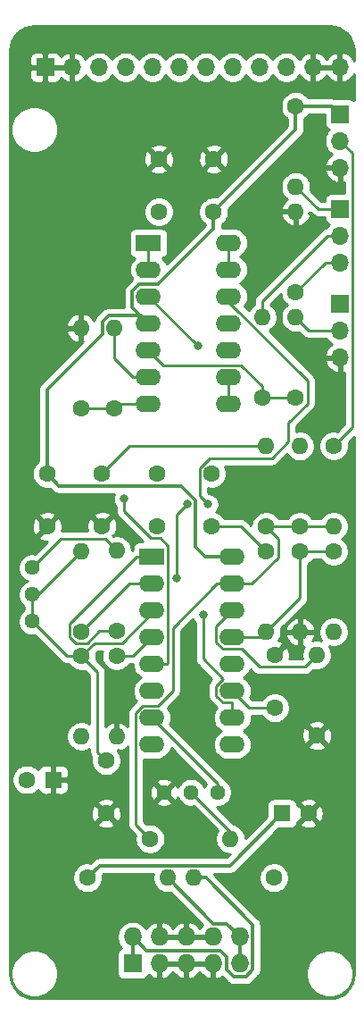
<source format=gbr>
%TF.GenerationSoftware,KiCad,Pcbnew,(5.1.9)-1*%
%TF.CreationDate,2021-09-28T20:21:56+01:00*%
%TF.ProjectId,1222 LMNC VCO ,31323232-204c-44d4-9e43-2056434f202e,rev?*%
%TF.SameCoordinates,Original*%
%TF.FileFunction,Copper,L1,Top*%
%TF.FilePolarity,Positive*%
%FSLAX46Y46*%
G04 Gerber Fmt 4.6, Leading zero omitted, Abs format (unit mm)*
G04 Created by KiCad (PCBNEW (5.1.9)-1) date 2021-09-28 20:21:56*
%MOMM*%
%LPD*%
G01*
G04 APERTURE LIST*
%TA.AperFunction,ComponentPad*%
%ADD10O,2.400000X1.600000*%
%TD*%
%TA.AperFunction,ComponentPad*%
%ADD11R,2.400000X1.600000*%
%TD*%
%TA.AperFunction,ComponentPad*%
%ADD12C,1.440000*%
%TD*%
%TA.AperFunction,ComponentPad*%
%ADD13O,1.700000X1.700000*%
%TD*%
%TA.AperFunction,ComponentPad*%
%ADD14R,1.700000X1.700000*%
%TD*%
%TA.AperFunction,ComponentPad*%
%ADD15O,1.600000X1.600000*%
%TD*%
%TA.AperFunction,ComponentPad*%
%ADD16C,1.600000*%
%TD*%
%TA.AperFunction,ComponentPad*%
%ADD17R,1.727200X1.727200*%
%TD*%
%TA.AperFunction,ComponentPad*%
%ADD18O,1.727200X1.727200*%
%TD*%
%TA.AperFunction,ComponentPad*%
%ADD19R,1.600000X1.600000*%
%TD*%
%TA.AperFunction,ViaPad*%
%ADD20C,0.800000*%
%TD*%
%TA.AperFunction,Conductor*%
%ADD21C,0.250000*%
%TD*%
%TA.AperFunction,Conductor*%
%ADD22C,0.320000*%
%TD*%
%TA.AperFunction,Conductor*%
%ADD23C,0.254000*%
%TD*%
%TA.AperFunction,Conductor*%
%ADD24C,0.100000*%
%TD*%
G04 APERTURE END LIST*
D10*
%TO.P,U3,16*%
%TO.N,+12V*%
X97775000Y-76285000D03*
%TO.P,U3,8*%
%TO.N,VSO*%
X90155000Y-94065000D03*
%TO.P,U3,15*%
%TO.N,CVINPUTS*%
X97775000Y-78825000D03*
%TO.P,U3,7*%
%TO.N,HighFtrack*%
X90155000Y-91525000D03*
%TO.P,U3,14*%
%TO.N,Net-(R10-Pad2)*%
X97775000Y-81365000D03*
%TO.P,U3,6*%
%TO.N,Net-(C4-Pad1)*%
X90155000Y-88985000D03*
%TO.P,U3,13*%
%TO.N,Net-(R1-Pad2)*%
X97775000Y-83905000D03*
%TO.P,U3,5*%
%TO.N,VPWM*%
X90155000Y-86445000D03*
%TO.P,U3,12*%
%TO.N,GND*%
X97775000Y-86445000D03*
%TO.P,U3,4*%
%TO.N,VP*%
X90155000Y-83905000D03*
%TO.P,U3,11*%
%TO.N,Net-(C6-Pad1)*%
X97775000Y-88985000D03*
%TO.P,U3,3*%
%TO.N,Net-(C5-Pad1)*%
X90155000Y-81365000D03*
%TO.P,U3,10*%
%TO.N,VTO*%
X97775000Y-91525000D03*
%TO.P,U3,2*%
%TO.N,Net-(R5-Pad1)*%
X90155000Y-78825000D03*
%TO.P,U3,9*%
%TO.N,Net-(U3-Pad9)*%
X97775000Y-94065000D03*
D11*
%TO.P,U3,1*%
%TO.N,Net-(R3-Pad1)*%
X90155000Y-76285000D03*
%TD*%
D10*
%TO.P,U1,14*%
%TO.N,TRIANGLEOUT*%
X97445000Y-46550000D03*
%TO.P,U1,7*%
%TO.N,VPWM*%
X89825000Y-61790000D03*
%TO.P,U1,13*%
%TO.N,TRIANGLEOUT*%
X97445000Y-49090000D03*
%TO.P,U1,6*%
%TO.N,Net-(R16-Pad2)*%
X89825000Y-59250000D03*
%TO.P,U1,12*%
%TO.N,VTO*%
X97445000Y-51630000D03*
%TO.P,U1,5*%
%TO.N,Net-(R13-Pad1)*%
X89825000Y-56710000D03*
%TO.P,U1,11*%
%TO.N,-12V*%
X97445000Y-54170000D03*
%TO.P,U1,4*%
%TO.N,+12V*%
X89825000Y-54170000D03*
%TO.P,U1,10*%
%TO.N,VSO*%
X97445000Y-56710000D03*
%TO.P,U1,3*%
%TO.N,VP*%
X89825000Y-51630000D03*
%TO.P,U1,9*%
%TO.N,RAMPOUT*%
X97445000Y-59250000D03*
%TO.P,U1,2*%
%TO.N,SQUAREOUT*%
X89825000Y-49090000D03*
%TO.P,U1,8*%
%TO.N,RAMPOUT*%
X97445000Y-61790000D03*
D11*
%TO.P,U1,1*%
%TO.N,SQUAREOUT*%
X89825000Y-46550000D03*
%TD*%
D12*
%TO.P,RV6,3*%
%TO.N,GND*%
X91320000Y-98600000D03*
%TO.P,RV6,2*%
%TO.N,Net-(R22-Pad2)*%
X93860000Y-98600000D03*
%TO.P,RV6,1*%
%TO.N,HighFtrack*%
X96400000Y-98600000D03*
%TD*%
D13*
%TO.P,TUNE,3*%
%TO.N,GND*%
X108000000Y-39400000D03*
%TO.P,TUNE,2*%
%TO.N,Net-(R18-Pad1)*%
X108000000Y-36860000D03*
D14*
%TO.P,TUNE,1*%
%TO.N,+12V*%
X108000000Y-34320000D03*
%TD*%
D13*
%TO.P,PW,3*%
%TO.N,Net-(R12-Pad1)*%
X108000000Y-48400000D03*
%TO.P,PW,2*%
%TO.N,Net-(R14-Pad2)*%
X108000000Y-45860000D03*
D14*
%TO.P,PW,1*%
%TO.N,Net-(R15-Pad2)*%
X108000000Y-43320000D03*
%TD*%
D13*
%TO.P,PW ATT,3*%
%TO.N,GND*%
X108000000Y-57400000D03*
%TO.P,PW ATT,2*%
%TO.N,Net-(R13-Pad2)*%
X108000000Y-54860000D03*
D14*
%TO.P,PW ATT,1*%
%TO.N,PWMIN*%
X108000000Y-52320000D03*
%TD*%
D12*
%TO.P,RV1,3*%
%TO.N,Net-(C5-Pad1)*%
X78800000Y-82400000D03*
%TO.P,RV1,2*%
X78800000Y-79860000D03*
%TO.P,RV1,1*%
%TO.N,Net-(R3-Pad2)*%
X78800000Y-77320000D03*
%TD*%
D15*
%TO.P,R22,2*%
%TO.N,Net-(R22-Pad2)*%
X97600000Y-103000000D03*
D16*
%TO.P,R22,1*%
%TO.N,CVINPUTS*%
X89980000Y-103000000D03*
%TD*%
D15*
%TO.P,R19,2*%
%TO.N,1voctin*%
X104200000Y-65800000D03*
D16*
%TO.P,R19,1*%
%TO.N,CVINPUTS*%
X104200000Y-73420000D03*
%TD*%
D15*
%TO.P,R18,2*%
%TO.N,CVINPUTS*%
X107400000Y-73400000D03*
D16*
%TO.P,R18,1*%
%TO.N,Net-(R18-Pad1)*%
X107400000Y-65780000D03*
%TD*%
D15*
%TO.P,R17,2*%
%TO.N,GND*%
X83400000Y-54600000D03*
D16*
%TO.P,R17,1*%
%TO.N,VPWM*%
X83400000Y-62220000D03*
%TD*%
D15*
%TO.P,R16,2*%
%TO.N,Net-(R16-Pad2)*%
X86600000Y-54600000D03*
D16*
%TO.P,R16,1*%
%TO.N,VPWM*%
X86600000Y-62220000D03*
%TD*%
D15*
%TO.P,R15,2*%
%TO.N,Net-(R15-Pad2)*%
X103800000Y-41200000D03*
D16*
%TO.P,R15,1*%
%TO.N,+12V*%
X103800000Y-33580000D03*
%TD*%
D15*
%TO.P,R14,2*%
%TO.N,Net-(R14-Pad2)*%
X100600000Y-53600000D03*
D16*
%TO.P,R14,1*%
%TO.N,Net-(R13-Pad1)*%
X100600000Y-61220000D03*
%TD*%
D15*
%TO.P,R13,2*%
%TO.N,Net-(R13-Pad2)*%
X103800000Y-53600000D03*
D16*
%TO.P,R13,1*%
%TO.N,Net-(R13-Pad1)*%
X103800000Y-61220000D03*
%TD*%
D15*
%TO.P,R12,2*%
%TO.N,GND*%
X103800000Y-43580000D03*
D16*
%TO.P,R12,1*%
%TO.N,Net-(R12-Pad1)*%
X103800000Y-51200000D03*
%TD*%
D15*
%TO.P,R11,2*%
%TO.N,GND*%
X86800000Y-93300000D03*
D16*
%TO.P,R11,1*%
%TO.N,VP*%
X86800000Y-85680000D03*
%TD*%
D15*
%TO.P,R10,2*%
%TO.N,Net-(R10-Pad2)*%
X105800000Y-85600000D03*
D16*
%TO.P,R10,1*%
%TO.N,GND*%
X105800000Y-93220000D03*
%TD*%
D15*
%TO.P,R9,2*%
%TO.N,Net-(C7-Pad1)*%
X101000000Y-65800000D03*
D16*
%TO.P,R9,1*%
%TO.N,CVINPUTS*%
X101000000Y-73420000D03*
%TD*%
D15*
%TO.P,R8,2*%
%TO.N,-12V*%
X83475000Y-93300000D03*
D16*
%TO.P,R8,1*%
%TO.N,Net-(C5-Pad1)*%
X83475000Y-85680000D03*
%TD*%
D15*
%TO.P,R7,2*%
%TO.N,Net-(J1-Pad1)*%
X94125000Y-106700000D03*
D16*
%TO.P,R7,1*%
%TO.N,-12V*%
X101745000Y-106700000D03*
%TD*%
D15*
%TO.P,R6,2*%
%TO.N,Net-(J1-Pad10)*%
X91650000Y-106700000D03*
D16*
%TO.P,R6,1*%
%TO.N,+12V*%
X84030000Y-106700000D03*
%TD*%
D15*
%TO.P,R5,2*%
%TO.N,Net-(C5-Pad1)*%
X83475000Y-75725000D03*
D16*
%TO.P,R5,1*%
%TO.N,Net-(R5-Pad1)*%
X83475000Y-83345000D03*
%TD*%
D15*
%TO.P,R4,2*%
%TO.N,+12V*%
X107400000Y-83400000D03*
D16*
%TO.P,R4,1*%
%TO.N,Net-(R1-Pad2)*%
X107400000Y-75780000D03*
%TD*%
D15*
%TO.P,R3,2*%
%TO.N,Net-(R3-Pad2)*%
X86800000Y-75700000D03*
D16*
%TO.P,R3,1*%
%TO.N,Net-(R3-Pad1)*%
X86800000Y-83320000D03*
%TD*%
D15*
%TO.P,R2,2*%
%TO.N,GND*%
X104225000Y-83405000D03*
D16*
%TO.P,R2,1*%
%TO.N,Net-(R1-Pad2)*%
X104225000Y-75785000D03*
%TD*%
D15*
%TO.P,R1,2*%
%TO.N,Net-(R1-Pad2)*%
X101000000Y-83400000D03*
D16*
%TO.P,R1,1*%
%TO.N,Net-(C1-Pad2)*%
X101000000Y-75780000D03*
%TD*%
D13*
%TO.P,J2,12*%
%TO.N,GND*%
X107980000Y-29900000D03*
%TO.P,J2,11*%
X105440000Y-29900000D03*
%TO.P,J2,10*%
%TO.N,1voctin*%
X102900000Y-29900000D03*
%TO.P,J2,9*%
%TO.N,CVIN*%
X100360000Y-29900000D03*
%TO.P,J2,8*%
%TO.N,FMINPUT*%
X97820000Y-29900000D03*
%TO.P,J2,7*%
%TO.N,SYNCIN1*%
X95280000Y-29900000D03*
%TO.P,J2,6*%
%TO.N,PWMIN*%
X92740000Y-29900000D03*
%TO.P,J2,5*%
%TO.N,TRIANGLEOUT*%
X90200000Y-29900000D03*
%TO.P,J2,4*%
%TO.N,RAMPOUT*%
X87660000Y-29900000D03*
%TO.P,J2,3*%
%TO.N,SQUAREOUT*%
X85120000Y-29900000D03*
%TO.P,J2,2*%
%TO.N,GND*%
X82580000Y-29900000D03*
D14*
%TO.P,J2,1*%
X80040000Y-29900000D03*
%TD*%
D17*
%TO.P,J1,1*%
%TO.N,Net-(J1-Pad1)*%
X88325000Y-114825000D03*
D18*
%TO.P,J1,2*%
X88325000Y-112285000D03*
%TO.P,J1,3*%
%TO.N,GND*%
X90865000Y-114825000D03*
%TO.P,J1,4*%
X90865000Y-112285000D03*
%TO.P,J1,5*%
X93405000Y-114825000D03*
%TO.P,J1,6*%
X93405000Y-112285000D03*
%TO.P,J1,7*%
X95945000Y-114825000D03*
%TO.P,J1,8*%
X95945000Y-112285000D03*
%TO.P,J1,9*%
%TO.N,Net-(J1-Pad10)*%
X98485000Y-114825000D03*
%TO.P,J1,10*%
X98485000Y-112285000D03*
%TD*%
D16*
%TO.P,C12,2*%
%TO.N,+12V*%
X80200000Y-68400000D03*
%TO.P,C12,1*%
%TO.N,GND*%
X80200000Y-73400000D03*
%TD*%
%TO.P,C9,2*%
%TO.N,-12V*%
X78300000Y-97400000D03*
D19*
%TO.P,C9,1*%
%TO.N,GND*%
X80800000Y-97400000D03*
%TD*%
D16*
%TO.P,C8,2*%
%TO.N,GND*%
X105000000Y-100600000D03*
D19*
%TO.P,C8,1*%
%TO.N,+12V*%
X102500000Y-100600000D03*
%TD*%
D16*
%TO.P,C7,2*%
%TO.N,GND*%
X85400000Y-73400000D03*
%TO.P,C7,1*%
%TO.N,Net-(C7-Pad1)*%
X85400000Y-68400000D03*
%TD*%
%TO.P,C6,2*%
%TO.N,GND*%
X101800000Y-85600000D03*
%TO.P,C6,1*%
%TO.N,Net-(C6-Pad1)*%
X101800000Y-90600000D03*
%TD*%
%TO.P,C5,2*%
%TO.N,GND*%
X85800000Y-100600000D03*
%TO.P,C5,1*%
%TO.N,Net-(C5-Pad1)*%
X85800000Y-95600000D03*
%TD*%
%TO.P,C4,2*%
%TO.N,SYNCIN1*%
X90600000Y-68400000D03*
%TO.P,C4,1*%
%TO.N,Net-(C4-Pad1)*%
X90600000Y-73400000D03*
%TD*%
%TO.P,C3,2*%
%TO.N,-12V*%
X90800000Y-43600000D03*
%TO.P,C3,1*%
%TO.N,GND*%
X90800000Y-38600000D03*
%TD*%
%TO.P,C2,2*%
%TO.N,+12V*%
X96000000Y-43600000D03*
%TO.P,C2,1*%
%TO.N,GND*%
X96000000Y-38600000D03*
%TD*%
%TO.P,C1,2*%
%TO.N,Net-(C1-Pad2)*%
X95800000Y-73400000D03*
%TO.P,C1,1*%
%TO.N,FMINPUT*%
X95800000Y-68400000D03*
%TD*%
D20*
%TO.N,VP*%
X92500000Y-78300000D03*
X93500000Y-71300000D03*
X94500000Y-56300000D03*
%TO.N,VPWM*%
X87500000Y-70800000D03*
%TO.N,VTO*%
X95000000Y-81800000D03*
X95500000Y-71300000D03*
%TD*%
D21*
%TO.N,Net-(C1-Pad2)*%
X98620000Y-73400000D02*
X101000000Y-75780000D01*
X95800000Y-73400000D02*
X98620000Y-73400000D01*
D22*
%TO.N,+12V*%
X85190001Y-105539999D02*
X97560001Y-105539999D01*
X84030000Y-106700000D02*
X85190001Y-105539999D01*
X97560001Y-105539999D02*
X102500000Y-100600000D01*
X103800000Y-35800000D02*
X96000000Y-43600000D01*
X103800000Y-33580000D02*
X103800000Y-35800000D01*
X107260000Y-33580000D02*
X108000000Y-34320000D01*
X103800000Y-33580000D02*
X107260000Y-33580000D01*
X80200000Y-68400000D02*
X80200000Y-60396800D01*
X80200000Y-60396800D02*
X85439999Y-55156801D01*
X85439999Y-55156801D02*
X85439999Y-54043199D01*
X85439999Y-54043199D02*
X86043199Y-53439999D01*
X86043199Y-53439999D02*
X89094999Y-53439999D01*
X89094999Y-53439999D02*
X89825000Y-54170000D01*
X92884805Y-69560001D02*
X81360001Y-69560001D01*
X95201802Y-76285000D02*
X94260002Y-75343200D01*
X97775000Y-76285000D02*
X95201802Y-76285000D01*
X94260002Y-75343200D02*
X94260002Y-70935198D01*
X94260002Y-70935198D02*
X92884805Y-69560001D01*
X81360001Y-69560001D02*
X80200000Y-68400000D01*
X88944509Y-50469990D02*
X90705491Y-50469990D01*
X89825000Y-54170000D02*
X88264990Y-52609990D01*
X88264990Y-52609990D02*
X88264990Y-51149509D01*
X88264990Y-51149509D02*
X88944509Y-50469990D01*
X90705491Y-50469990D02*
X96000000Y-45175481D01*
X96000000Y-45175481D02*
X96000000Y-43600000D01*
D21*
%TO.N,Net-(C5-Pad1)*%
X79340000Y-79860000D02*
X78800000Y-79860000D01*
X83475000Y-75725000D02*
X79340000Y-79860000D01*
X78800000Y-82400000D02*
X78800000Y-79860000D01*
X82080000Y-85680000D02*
X78800000Y-82400000D01*
X83475000Y-85680000D02*
X82080000Y-85680000D01*
X84709999Y-84445001D02*
X83475000Y-85680000D01*
X87340001Y-84445001D02*
X84709999Y-84445001D01*
X90155000Y-81630002D02*
X87340001Y-84445001D01*
X90155000Y-81365000D02*
X90155000Y-81630002D01*
X85000001Y-87205001D02*
X83475000Y-85680000D01*
X85000001Y-94800001D02*
X85000001Y-87205001D01*
X85800000Y-95600000D02*
X85000001Y-94800001D01*
%TO.N,Net-(C6-Pad1)*%
X99390000Y-90600000D02*
X97775000Y-88985000D01*
X101800000Y-90600000D02*
X99390000Y-90600000D01*
%TO.N,Net-(C7-Pad1)*%
X88000000Y-65800000D02*
X85400000Y-68400000D01*
X101000000Y-65800000D02*
X88000000Y-65800000D01*
D22*
%TO.N,Net-(J1-Pad1)*%
X88325000Y-114825000D02*
X88325000Y-112285000D01*
X99708601Y-115412329D02*
X99708601Y-111152231D01*
X88325000Y-112285000D02*
X89641399Y-113601399D01*
X89641399Y-113601399D02*
X96625127Y-113601399D01*
X96625127Y-113601399D02*
X97261399Y-114237671D01*
X97261399Y-114237671D02*
X97261399Y-115412329D01*
X97897671Y-116048601D02*
X99072329Y-116048601D01*
X97261399Y-115412329D02*
X97897671Y-116048601D01*
X99708601Y-111152231D02*
X95256370Y-106700000D01*
X99072329Y-116048601D02*
X99708601Y-115412329D01*
X95256370Y-106700000D02*
X94125000Y-106700000D01*
%TO.N,Net-(J1-Pad10)*%
X98485000Y-112285000D02*
X98485000Y-114825000D01*
X98485000Y-112285000D02*
X97261399Y-111061399D01*
X97261399Y-111061399D02*
X96011399Y-111061399D01*
X96011399Y-111061399D02*
X91650000Y-106700000D01*
D21*
%TO.N,TRIANGLEOUT*%
X97445000Y-46550000D02*
X97445000Y-49090000D01*
%TO.N,RAMPOUT*%
X97445000Y-61790000D02*
X97445000Y-59250000D01*
%TO.N,SQUAREOUT*%
X89825000Y-46550000D02*
X89825000Y-49090000D01*
%TO.N,Net-(R1-Pad2)*%
X100495000Y-83905000D02*
X101000000Y-83400000D01*
X97775000Y-83905000D02*
X100495000Y-83905000D01*
X104225000Y-80175000D02*
X101000000Y-83400000D01*
X104225000Y-75785000D02*
X104225000Y-80175000D01*
X104230000Y-75780000D02*
X104225000Y-75785000D01*
X107400000Y-75780000D02*
X104230000Y-75780000D01*
%TO.N,Net-(R3-Pad2)*%
X81520001Y-74599999D02*
X78800000Y-77320000D01*
X85699999Y-74599999D02*
X81520001Y-74599999D01*
X86800000Y-75700000D02*
X85699999Y-74599999D01*
%TO.N,Net-(R3-Pad1)*%
X84015001Y-84470001D02*
X82934999Y-84470001D01*
X85165002Y-83320000D02*
X84015001Y-84470001D01*
X82349999Y-83885001D02*
X82349999Y-82640001D01*
X82934999Y-84470001D02*
X82349999Y-83885001D01*
X88705000Y-76285000D02*
X90155000Y-76285000D01*
X86800000Y-83320000D02*
X85165002Y-83320000D01*
X82349999Y-82640001D02*
X88705000Y-76285000D01*
%TO.N,Net-(R5-Pad1)*%
X87995000Y-78825000D02*
X83475000Y-83345000D01*
X90155000Y-78825000D02*
X87995000Y-78825000D01*
%TO.N,CVINPUTS*%
X104220000Y-73400000D02*
X104200000Y-73420000D01*
X107400000Y-73400000D02*
X104220000Y-73400000D01*
X101000000Y-73420000D02*
X104200000Y-73420000D01*
X99620002Y-78825000D02*
X97775000Y-78825000D01*
X101000000Y-73420000D02*
X102125001Y-74545001D01*
X102125001Y-74545001D02*
X102125001Y-76320001D01*
X102125001Y-76320001D02*
X99620002Y-78825000D01*
X92130021Y-89000983D02*
X90731014Y-90399990D01*
X92130021Y-83019979D02*
X92130021Y-89000983D01*
X89289006Y-90399990D02*
X88629990Y-91059006D01*
X88629990Y-101649990D02*
X89980000Y-103000000D01*
X90731014Y-90399990D02*
X89289006Y-90399990D01*
X96325000Y-78825000D02*
X92130021Y-83019979D01*
X97775000Y-78825000D02*
X96325000Y-78825000D01*
X88629990Y-91059006D02*
X88629990Y-101649990D01*
%TO.N,Net-(R10-Pad2)*%
X96909006Y-85030010D02*
X96249990Y-84370994D01*
X105800000Y-85600000D02*
X104674999Y-86725001D01*
X104674999Y-86725001D02*
X100335985Y-86725001D01*
X100335985Y-86725001D02*
X98640994Y-85030010D01*
X98640994Y-85030010D02*
X96909006Y-85030010D01*
X96249990Y-84370994D02*
X96249990Y-82890010D01*
X96249990Y-82890010D02*
X97775000Y-81365000D01*
%TO.N,VP*%
X88380000Y-85680000D02*
X90155000Y-83905000D01*
X86800000Y-85680000D02*
X88380000Y-85680000D01*
X92500000Y-72300000D02*
X93500000Y-71300000D01*
X92500000Y-78300000D02*
X92500000Y-72300000D01*
X94500000Y-56300000D02*
X89830000Y-51630000D01*
X89830000Y-51630000D02*
X89825000Y-51630000D01*
%TO.N,Net-(R12-Pad1)*%
X106600000Y-48400000D02*
X103800000Y-51200000D01*
X108000000Y-48400000D02*
X106600000Y-48400000D01*
%TO.N,Net-(R13-Pad2)*%
X105060000Y-54860000D02*
X103800000Y-53600000D01*
X108000000Y-54860000D02*
X105060000Y-54860000D01*
%TO.N,Net-(R13-Pad1)*%
X103800000Y-61220000D02*
X100600000Y-61220000D01*
X100600000Y-61220000D02*
X100600000Y-60088630D01*
X100600000Y-60088630D02*
X98636360Y-58124990D01*
X91239990Y-58124990D02*
X89825000Y-56710000D01*
X98636360Y-58124990D02*
X91239990Y-58124990D01*
%TO.N,Net-(R14-Pad2)*%
X100600000Y-52057919D02*
X100600000Y-53600000D01*
X106797919Y-45860000D02*
X100600000Y-52057919D01*
X108000000Y-45860000D02*
X106797919Y-45860000D01*
%TO.N,Net-(R15-Pad2)*%
X105920000Y-43320000D02*
X103800000Y-41200000D01*
X108000000Y-43320000D02*
X105920000Y-43320000D01*
%TO.N,Net-(R16-Pad2)*%
X86600000Y-57475000D02*
X86600000Y-54600000D01*
X88375000Y-59250000D02*
X86600000Y-57475000D01*
X89825000Y-59250000D02*
X88375000Y-59250000D01*
%TO.N,VPWM*%
X90155000Y-86445000D02*
X90355000Y-86445000D01*
X83400000Y-62220000D02*
X86600000Y-62220000D01*
X87030000Y-61790000D02*
X86600000Y-62220000D01*
X89825000Y-61790000D02*
X87030000Y-61790000D01*
X87500000Y-71965002D02*
X87500000Y-70800000D01*
X91680001Y-75224999D02*
X90980003Y-74525001D01*
X91680001Y-86369999D02*
X91680001Y-75224999D01*
X90155000Y-86445000D02*
X91605000Y-86445000D01*
X90059999Y-74525001D02*
X87500000Y-71965002D01*
X91605000Y-86445000D02*
X91680001Y-86369999D01*
X90980003Y-74525001D02*
X90059999Y-74525001D01*
%TO.N,Net-(R18-Pad1)*%
X109175001Y-64004999D02*
X107400000Y-65780000D01*
X109175001Y-38035001D02*
X109175001Y-64004999D01*
X108000000Y-36860000D02*
X109175001Y-38035001D01*
%TO.N,Net-(R22-Pad2)*%
X97600000Y-102340000D02*
X97600000Y-103000000D01*
X93860000Y-98600000D02*
X97600000Y-102340000D01*
%TO.N,HighFtrack*%
X96400000Y-97770000D02*
X90155000Y-91525000D01*
X96400000Y-98600000D02*
X96400000Y-97770000D01*
%TO.N,VTO*%
X96249990Y-88519006D02*
X96909006Y-87859990D01*
X96249990Y-89450994D02*
X96249990Y-88519006D01*
X96909006Y-90110010D02*
X96249990Y-89450994D01*
X97775000Y-90110010D02*
X96909006Y-90110010D01*
X97775000Y-91525000D02*
X97775000Y-90110010D01*
X95000000Y-85950984D02*
X95000000Y-81800000D01*
X96909006Y-87859990D02*
X95000000Y-85950984D01*
X104925001Y-59590003D02*
X97445000Y-52110002D01*
X97445000Y-52110002D02*
X97445000Y-51630000D01*
X104925001Y-61760001D02*
X104925001Y-59590003D01*
X103074999Y-63610003D02*
X104925001Y-61760001D01*
X103074999Y-65390003D02*
X103074999Y-63610003D01*
X101540001Y-66925001D02*
X103074999Y-65390003D01*
X95609997Y-66925001D02*
X101540001Y-66925001D01*
X94674999Y-67859999D02*
X95609997Y-66925001D01*
X94674999Y-70474999D02*
X94674999Y-67859999D01*
X95500000Y-71300000D02*
X94674999Y-70474999D01*
%TD*%
D23*
%TO.N,GND*%
X107449016Y-26032312D02*
X107880930Y-26162714D01*
X108279285Y-26374524D01*
X108628914Y-26659675D01*
X108916497Y-27007303D01*
X109131086Y-27404177D01*
X109264498Y-27835161D01*
X109315000Y-28315654D01*
X109315000Y-29253375D01*
X109175178Y-29018645D01*
X108980269Y-28802412D01*
X108746920Y-28628359D01*
X108484099Y-28503175D01*
X108336890Y-28458524D01*
X108107000Y-28579845D01*
X108107000Y-29773000D01*
X108127000Y-29773000D01*
X108127000Y-30027000D01*
X108107000Y-30027000D01*
X108107000Y-31220155D01*
X108336890Y-31341476D01*
X108484099Y-31296825D01*
X108746920Y-31171641D01*
X108980269Y-30997588D01*
X109175178Y-30781355D01*
X109315000Y-30546625D01*
X109315000Y-33035649D01*
X109301185Y-33018815D01*
X109204494Y-32939463D01*
X109094180Y-32880498D01*
X108974482Y-32844188D01*
X108850000Y-32831928D01*
X107532624Y-32831928D01*
X107415847Y-32796504D01*
X107299048Y-32785000D01*
X107299040Y-32785000D01*
X107260000Y-32781155D01*
X107220960Y-32785000D01*
X104994657Y-32785000D01*
X104914637Y-32665241D01*
X104714759Y-32465363D01*
X104479727Y-32308320D01*
X104218574Y-32200147D01*
X103941335Y-32145000D01*
X103658665Y-32145000D01*
X103381426Y-32200147D01*
X103120273Y-32308320D01*
X102885241Y-32465363D01*
X102685363Y-32665241D01*
X102528320Y-32900273D01*
X102420147Y-33161426D01*
X102365000Y-33438665D01*
X102365000Y-33721335D01*
X102420147Y-33998574D01*
X102528320Y-34259727D01*
X102685363Y-34494759D01*
X102885241Y-34694637D01*
X103005001Y-34774658D01*
X103005001Y-35470699D01*
X96282602Y-42193100D01*
X96141335Y-42165000D01*
X95858665Y-42165000D01*
X95581426Y-42220147D01*
X95320273Y-42328320D01*
X95085241Y-42485363D01*
X94885363Y-42685241D01*
X94728320Y-42920273D01*
X94620147Y-43181426D01*
X94565000Y-43458665D01*
X94565000Y-43741335D01*
X94620147Y-44018574D01*
X94728320Y-44279727D01*
X94885363Y-44514759D01*
X95085241Y-44714637D01*
X95205000Y-44794657D01*
X95205000Y-44846181D01*
X91541789Y-48509394D01*
X91423932Y-48288899D01*
X91244608Y-48070392D01*
X91131518Y-47977581D01*
X91149482Y-47975812D01*
X91269180Y-47939502D01*
X91379494Y-47880537D01*
X91476185Y-47801185D01*
X91555537Y-47704494D01*
X91614502Y-47594180D01*
X91650812Y-47474482D01*
X91663072Y-47350000D01*
X91663072Y-45750000D01*
X91650812Y-45625518D01*
X91614502Y-45505820D01*
X91555537Y-45395506D01*
X91476185Y-45298815D01*
X91379494Y-45219463D01*
X91269180Y-45160498D01*
X91149482Y-45124188D01*
X91025000Y-45111928D01*
X88625000Y-45111928D01*
X88500518Y-45124188D01*
X88380820Y-45160498D01*
X88270506Y-45219463D01*
X88173815Y-45298815D01*
X88094463Y-45395506D01*
X88035498Y-45505820D01*
X87999188Y-45625518D01*
X87986928Y-45750000D01*
X87986928Y-47350000D01*
X87999188Y-47474482D01*
X88035498Y-47594180D01*
X88094463Y-47704494D01*
X88173815Y-47801185D01*
X88270506Y-47880537D01*
X88380820Y-47939502D01*
X88500518Y-47975812D01*
X88518482Y-47977581D01*
X88405392Y-48070392D01*
X88226068Y-48288899D01*
X88092818Y-48538192D01*
X88010764Y-48808691D01*
X87983057Y-49090000D01*
X88010764Y-49371309D01*
X88092818Y-49641808D01*
X88226068Y-49891101D01*
X88304062Y-49986137D01*
X87730453Y-50559748D01*
X87700122Y-50584640D01*
X87600775Y-50705694D01*
X87563359Y-50775694D01*
X87526953Y-50843805D01*
X87481494Y-50993662D01*
X87466145Y-51149509D01*
X87469991Y-51188559D01*
X87469990Y-52570949D01*
X87466145Y-52609990D01*
X87469593Y-52644999D01*
X86082239Y-52644999D01*
X86043199Y-52641154D01*
X86004159Y-52644999D01*
X86004151Y-52644999D01*
X85887352Y-52656503D01*
X85737494Y-52701962D01*
X85599384Y-52775783D01*
X85508660Y-52850238D01*
X85508656Y-52850242D01*
X85478330Y-52875130D01*
X85453441Y-52905457D01*
X84905462Y-53453438D01*
X84875131Y-53478330D01*
X84775784Y-53599384D01*
X84756501Y-53635460D01*
X84701962Y-53737495D01*
X84656503Y-53887352D01*
X84653870Y-53914087D01*
X84552385Y-53744869D01*
X84363414Y-53536481D01*
X84137420Y-53368963D01*
X83883087Y-53248754D01*
X83749039Y-53208096D01*
X83527000Y-53330085D01*
X83527000Y-54473000D01*
X83547000Y-54473000D01*
X83547000Y-54727000D01*
X83527000Y-54727000D01*
X83527000Y-55869915D01*
X83575784Y-55896717D01*
X79665464Y-59807038D01*
X79635132Y-59831931D01*
X79535785Y-59952985D01*
X79511189Y-59999002D01*
X79461963Y-60091096D01*
X79416504Y-60240953D01*
X79401155Y-60396800D01*
X79405001Y-60435850D01*
X79405000Y-67205343D01*
X79285241Y-67285363D01*
X79085363Y-67485241D01*
X78928320Y-67720273D01*
X78820147Y-67981426D01*
X78765000Y-68258665D01*
X78765000Y-68541335D01*
X78820147Y-68818574D01*
X78928320Y-69079727D01*
X79085363Y-69314759D01*
X79285241Y-69514637D01*
X79520273Y-69671680D01*
X79781426Y-69779853D01*
X80058665Y-69835000D01*
X80341335Y-69835000D01*
X80482601Y-69806900D01*
X80770239Y-70094538D01*
X80795132Y-70124870D01*
X80916186Y-70224217D01*
X81054296Y-70298038D01*
X81169275Y-70332916D01*
X81204153Y-70343497D01*
X81219604Y-70345019D01*
X81320953Y-70355001D01*
X81320960Y-70355001D01*
X81360000Y-70358846D01*
X81399040Y-70355001D01*
X86564049Y-70355001D01*
X86504774Y-70498102D01*
X86465000Y-70698061D01*
X86465000Y-70901939D01*
X86504774Y-71101898D01*
X86582795Y-71290256D01*
X86696063Y-71459774D01*
X86740000Y-71503711D01*
X86740000Y-71927679D01*
X86736324Y-71965002D01*
X86740000Y-72002324D01*
X86740000Y-72002334D01*
X86750997Y-72113987D01*
X86794454Y-72257248D01*
X86865026Y-72389278D01*
X86879815Y-72407298D01*
X86959999Y-72505003D01*
X86989003Y-72528806D01*
X89307124Y-74846928D01*
X88955000Y-74846928D01*
X88830518Y-74859188D01*
X88710820Y-74895498D01*
X88600506Y-74954463D01*
X88503815Y-75033815D01*
X88424463Y-75130506D01*
X88365498Y-75240820D01*
X88329188Y-75360518D01*
X88316928Y-75485000D01*
X88316928Y-75630674D01*
X88280724Y-75650026D01*
X88235000Y-75687551D01*
X88235000Y-75558665D01*
X88179853Y-75281426D01*
X88071680Y-75020273D01*
X87914637Y-74785241D01*
X87714759Y-74585363D01*
X87479727Y-74428320D01*
X87218574Y-74320147D01*
X86941335Y-74265000D01*
X86658665Y-74265000D01*
X86480122Y-74300515D01*
X86392704Y-74213097D01*
X86636671Y-74141514D01*
X86757571Y-73886004D01*
X86826300Y-73611816D01*
X86840217Y-73329488D01*
X86798787Y-73049870D01*
X86703603Y-72783708D01*
X86636671Y-72658486D01*
X86392702Y-72586903D01*
X85579605Y-73400000D01*
X85593748Y-73414143D01*
X85414143Y-73593748D01*
X85400000Y-73579605D01*
X85385858Y-73593748D01*
X85206253Y-73414143D01*
X85220395Y-73400000D01*
X84407298Y-72586903D01*
X84163329Y-72658486D01*
X84042429Y-72913996D01*
X83973700Y-73188184D01*
X83959783Y-73470512D01*
X84001213Y-73750130D01*
X84033352Y-73839999D01*
X81569103Y-73839999D01*
X81626300Y-73611816D01*
X81640217Y-73329488D01*
X81598787Y-73049870D01*
X81503603Y-72783708D01*
X81436671Y-72658486D01*
X81192702Y-72586903D01*
X80379605Y-73400000D01*
X80393748Y-73414143D01*
X80214143Y-73593748D01*
X80200000Y-73579605D01*
X79386903Y-74392702D01*
X79458486Y-74636671D01*
X79713996Y-74757571D01*
X79988184Y-74826300D01*
X80208060Y-74837138D01*
X79055852Y-75989346D01*
X78933456Y-75965000D01*
X78666544Y-75965000D01*
X78404761Y-76017072D01*
X78158167Y-76119215D01*
X77936238Y-76267503D01*
X77747503Y-76456238D01*
X77599215Y-76678167D01*
X77497072Y-76924761D01*
X77445000Y-77186544D01*
X77445000Y-77453456D01*
X77497072Y-77715239D01*
X77599215Y-77961833D01*
X77747503Y-78183762D01*
X77936238Y-78372497D01*
X78158167Y-78520785D01*
X78325266Y-78590000D01*
X78158167Y-78659215D01*
X77936238Y-78807503D01*
X77747503Y-78996238D01*
X77599215Y-79218167D01*
X77497072Y-79464761D01*
X77445000Y-79726544D01*
X77445000Y-79993456D01*
X77497072Y-80255239D01*
X77599215Y-80501833D01*
X77747503Y-80723762D01*
X77936238Y-80912497D01*
X78040001Y-80981829D01*
X78040000Y-81278171D01*
X77936238Y-81347503D01*
X77747503Y-81536238D01*
X77599215Y-81758167D01*
X77497072Y-82004761D01*
X77445000Y-82266544D01*
X77445000Y-82533456D01*
X77497072Y-82795239D01*
X77599215Y-83041833D01*
X77747503Y-83263762D01*
X77936238Y-83452497D01*
X78158167Y-83600785D01*
X78404761Y-83702928D01*
X78666544Y-83755000D01*
X78933456Y-83755000D01*
X79055852Y-83730654D01*
X81516205Y-86191008D01*
X81539999Y-86220001D01*
X81568992Y-86243795D01*
X81568996Y-86243799D01*
X81612775Y-86279727D01*
X81655724Y-86314974D01*
X81787753Y-86385546D01*
X81931014Y-86429003D01*
X82042667Y-86440000D01*
X82042676Y-86440000D01*
X82079999Y-86443676D01*
X82117322Y-86440000D01*
X82256957Y-86440000D01*
X82360363Y-86594759D01*
X82560241Y-86794637D01*
X82795273Y-86951680D01*
X83056426Y-87059853D01*
X83333665Y-87115000D01*
X83616335Y-87115000D01*
X83798886Y-87078688D01*
X84240002Y-87519804D01*
X84240001Y-92085298D01*
X84154727Y-92028320D01*
X83893574Y-91920147D01*
X83616335Y-91865000D01*
X83333665Y-91865000D01*
X83056426Y-91920147D01*
X82795273Y-92028320D01*
X82560241Y-92185363D01*
X82360363Y-92385241D01*
X82203320Y-92620273D01*
X82095147Y-92881426D01*
X82040000Y-93158665D01*
X82040000Y-93441335D01*
X82095147Y-93718574D01*
X82203320Y-93979727D01*
X82360363Y-94214759D01*
X82560241Y-94414637D01*
X82795273Y-94571680D01*
X83056426Y-94679853D01*
X83333665Y-94735000D01*
X83616335Y-94735000D01*
X83893574Y-94679853D01*
X84154727Y-94571680D01*
X84240001Y-94514702D01*
X84240001Y-94762679D01*
X84236325Y-94800001D01*
X84240001Y-94837323D01*
X84240001Y-94837333D01*
X84250998Y-94948986D01*
X84292138Y-95084608D01*
X84294455Y-95092247D01*
X84365027Y-95224277D01*
X84402533Y-95269977D01*
X84365000Y-95458665D01*
X84365000Y-95741335D01*
X84420147Y-96018574D01*
X84528320Y-96279727D01*
X84685363Y-96514759D01*
X84885241Y-96714637D01*
X85120273Y-96871680D01*
X85381426Y-96979853D01*
X85658665Y-97035000D01*
X85941335Y-97035000D01*
X86218574Y-96979853D01*
X86479727Y-96871680D01*
X86714759Y-96714637D01*
X86914637Y-96514759D01*
X87071680Y-96279727D01*
X87179853Y-96018574D01*
X87235000Y-95741335D01*
X87235000Y-95458665D01*
X87179853Y-95181426D01*
X87071680Y-94920273D01*
X86927002Y-94703747D01*
X86927002Y-94569916D01*
X87149039Y-94691904D01*
X87283087Y-94651246D01*
X87537420Y-94531037D01*
X87763414Y-94363519D01*
X87869990Y-94245992D01*
X87869991Y-101612658D01*
X87866314Y-101649990D01*
X87869991Y-101687323D01*
X87880988Y-101798976D01*
X87890095Y-101828997D01*
X87924444Y-101942236D01*
X87995016Y-102074266D01*
X88066191Y-102160992D01*
X88089990Y-102189991D01*
X88118988Y-102213789D01*
X88581312Y-102676114D01*
X88545000Y-102858665D01*
X88545000Y-103141335D01*
X88600147Y-103418574D01*
X88708320Y-103679727D01*
X88865363Y-103914759D01*
X89065241Y-104114637D01*
X89300273Y-104271680D01*
X89561426Y-104379853D01*
X89838665Y-104435000D01*
X90121335Y-104435000D01*
X90398574Y-104379853D01*
X90659727Y-104271680D01*
X90894759Y-104114637D01*
X91094637Y-103914759D01*
X91251680Y-103679727D01*
X91359853Y-103418574D01*
X91415000Y-103141335D01*
X91415000Y-102858665D01*
X91359853Y-102581426D01*
X91251680Y-102320273D01*
X91094637Y-102085241D01*
X90894759Y-101885363D01*
X90659727Y-101728320D01*
X90398574Y-101620147D01*
X90121335Y-101565000D01*
X89838665Y-101565000D01*
X89656114Y-101601312D01*
X89389990Y-101335189D01*
X89389990Y-99535560D01*
X90564045Y-99535560D01*
X90625932Y-99771368D01*
X90867790Y-99884266D01*
X91127027Y-99947811D01*
X91393680Y-99959561D01*
X91657501Y-99919063D01*
X91908353Y-99827875D01*
X92014068Y-99771368D01*
X92075955Y-99535560D01*
X91320000Y-98779605D01*
X90564045Y-99535560D01*
X89389990Y-99535560D01*
X89389990Y-98673680D01*
X89960439Y-98673680D01*
X90000937Y-98937501D01*
X90092125Y-99188353D01*
X90148632Y-99294068D01*
X90384440Y-99355955D01*
X91140395Y-98600000D01*
X90384440Y-97844045D01*
X90148632Y-97905932D01*
X90035734Y-98147790D01*
X89972189Y-98407027D01*
X89960439Y-98673680D01*
X89389990Y-98673680D01*
X89389990Y-97664440D01*
X90564045Y-97664440D01*
X91320000Y-98420395D01*
X92075955Y-97664440D01*
X92014068Y-97428632D01*
X91772210Y-97315734D01*
X91512973Y-97252189D01*
X91246320Y-97240439D01*
X90982499Y-97280937D01*
X90731647Y-97372125D01*
X90625932Y-97428632D01*
X90564045Y-97664440D01*
X89389990Y-97664440D01*
X89389990Y-95453846D01*
X89473691Y-95479236D01*
X89684508Y-95500000D01*
X90625492Y-95500000D01*
X90836309Y-95479236D01*
X91106808Y-95397182D01*
X91356101Y-95263932D01*
X91574608Y-95084608D01*
X91753932Y-94866101D01*
X91887182Y-94616808D01*
X91953473Y-94398274D01*
X95325046Y-97769848D01*
X95199215Y-97958167D01*
X95130000Y-98125266D01*
X95060785Y-97958167D01*
X94912497Y-97736238D01*
X94723762Y-97547503D01*
X94501833Y-97399215D01*
X94255239Y-97297072D01*
X93993456Y-97245000D01*
X93726544Y-97245000D01*
X93464761Y-97297072D01*
X93218167Y-97399215D01*
X92996238Y-97547503D01*
X92807503Y-97736238D01*
X92659215Y-97958167D01*
X92589562Y-98126324D01*
X92547875Y-98011647D01*
X92491368Y-97905932D01*
X92255560Y-97844045D01*
X91499605Y-98600000D01*
X92255560Y-99355955D01*
X92491368Y-99294068D01*
X92591764Y-99078993D01*
X92659215Y-99241833D01*
X92807503Y-99463762D01*
X92996238Y-99652497D01*
X93218167Y-99800785D01*
X93464761Y-99902928D01*
X93726544Y-99955000D01*
X93993456Y-99955000D01*
X94115853Y-99930654D01*
X96399277Y-102214079D01*
X96328320Y-102320273D01*
X96220147Y-102581426D01*
X96165000Y-102858665D01*
X96165000Y-103141335D01*
X96220147Y-103418574D01*
X96328320Y-103679727D01*
X96485363Y-103914759D01*
X96685241Y-104114637D01*
X96920273Y-104271680D01*
X97181426Y-104379853D01*
X97458665Y-104435000D01*
X97540702Y-104435000D01*
X97230703Y-104744999D01*
X85229040Y-104744999D01*
X85190000Y-104741154D01*
X85150960Y-104744999D01*
X85150953Y-104744999D01*
X85049604Y-104754981D01*
X85034153Y-104756503D01*
X84999275Y-104767084D01*
X84884296Y-104801962D01*
X84746186Y-104875783D01*
X84625132Y-104975130D01*
X84600240Y-105005461D01*
X84312601Y-105293100D01*
X84171335Y-105265000D01*
X83888665Y-105265000D01*
X83611426Y-105320147D01*
X83350273Y-105428320D01*
X83115241Y-105585363D01*
X82915363Y-105785241D01*
X82758320Y-106020273D01*
X82650147Y-106281426D01*
X82595000Y-106558665D01*
X82595000Y-106841335D01*
X82650147Y-107118574D01*
X82758320Y-107379727D01*
X82915363Y-107614759D01*
X83115241Y-107814637D01*
X83350273Y-107971680D01*
X83611426Y-108079853D01*
X83888665Y-108135000D01*
X84171335Y-108135000D01*
X84448574Y-108079853D01*
X84709727Y-107971680D01*
X84944759Y-107814637D01*
X85144637Y-107614759D01*
X85301680Y-107379727D01*
X85409853Y-107118574D01*
X85465000Y-106841335D01*
X85465000Y-106558665D01*
X85436900Y-106417399D01*
X85519300Y-106334999D01*
X90259491Y-106334999D01*
X90215000Y-106558665D01*
X90215000Y-106841335D01*
X90270147Y-107118574D01*
X90378320Y-107379727D01*
X90535363Y-107614759D01*
X90735241Y-107814637D01*
X90970273Y-107971680D01*
X91231426Y-108079853D01*
X91508665Y-108135000D01*
X91791335Y-108135000D01*
X91932602Y-108106900D01*
X94974281Y-111148580D01*
X94934707Y-111178146D01*
X94738183Y-111396512D01*
X94675000Y-111502770D01*
X94611817Y-111396512D01*
X94415293Y-111178146D01*
X94179944Y-111002316D01*
X93914814Y-110875778D01*
X93764026Y-110830042D01*
X93532000Y-110951183D01*
X93532000Y-112158000D01*
X95818000Y-112158000D01*
X95818000Y-112138000D01*
X96072000Y-112138000D01*
X96072000Y-112158000D01*
X96092000Y-112158000D01*
X96092000Y-112412000D01*
X96072000Y-112412000D01*
X96072000Y-112432000D01*
X95818000Y-112432000D01*
X95818000Y-112412000D01*
X93532000Y-112412000D01*
X93532000Y-112432000D01*
X93278000Y-112432000D01*
X93278000Y-112412000D01*
X90992000Y-112412000D01*
X90992000Y-112432000D01*
X90738000Y-112432000D01*
X90738000Y-112412000D01*
X90718000Y-112412000D01*
X90718000Y-112158000D01*
X90738000Y-112158000D01*
X90738000Y-110951183D01*
X90992000Y-110951183D01*
X90992000Y-112158000D01*
X93278000Y-112158000D01*
X93278000Y-110951183D01*
X93045974Y-110830042D01*
X92895186Y-110875778D01*
X92630056Y-111002316D01*
X92394707Y-111178146D01*
X92198183Y-111396512D01*
X92135000Y-111502770D01*
X92071817Y-111396512D01*
X91875293Y-111178146D01*
X91639944Y-111002316D01*
X91374814Y-110875778D01*
X91224026Y-110830042D01*
X90992000Y-110951183D01*
X90738000Y-110951183D01*
X90505974Y-110830042D01*
X90355186Y-110875778D01*
X90090056Y-111002316D01*
X89854707Y-111178146D01*
X89658183Y-111396512D01*
X89599559Y-111495103D01*
X89489039Y-111329698D01*
X89280302Y-111120961D01*
X89034853Y-110956958D01*
X88762125Y-110843990D01*
X88472599Y-110786400D01*
X88177401Y-110786400D01*
X87887875Y-110843990D01*
X87615147Y-110956958D01*
X87369698Y-111120961D01*
X87160961Y-111329698D01*
X86996958Y-111575147D01*
X86883990Y-111847875D01*
X86826400Y-112137401D01*
X86826400Y-112432599D01*
X86883990Y-112722125D01*
X86996958Y-112994853D01*
X87160961Y-113240302D01*
X87275023Y-113354364D01*
X87217220Y-113371898D01*
X87106906Y-113430863D01*
X87010215Y-113510215D01*
X86930863Y-113606906D01*
X86871898Y-113717220D01*
X86835588Y-113836918D01*
X86823328Y-113961400D01*
X86823328Y-115688600D01*
X86835588Y-115813082D01*
X86871898Y-115932780D01*
X86930863Y-116043094D01*
X87010215Y-116139785D01*
X87106906Y-116219137D01*
X87217220Y-116278102D01*
X87336918Y-116314412D01*
X87461400Y-116326672D01*
X89188600Y-116326672D01*
X89313082Y-116314412D01*
X89432780Y-116278102D01*
X89543094Y-116219137D01*
X89639785Y-116139785D01*
X89719137Y-116043094D01*
X89778102Y-115932780D01*
X89797624Y-115868426D01*
X89854707Y-115931854D01*
X90090056Y-116107684D01*
X90355186Y-116234222D01*
X90505974Y-116279958D01*
X90738000Y-116158817D01*
X90738000Y-114952000D01*
X90992000Y-114952000D01*
X90992000Y-116158817D01*
X91224026Y-116279958D01*
X91374814Y-116234222D01*
X91639944Y-116107684D01*
X91875293Y-115931854D01*
X92071817Y-115713488D01*
X92135000Y-115607230D01*
X92198183Y-115713488D01*
X92394707Y-115931854D01*
X92630056Y-116107684D01*
X92895186Y-116234222D01*
X93045974Y-116279958D01*
X93278000Y-116158817D01*
X93278000Y-114952000D01*
X93532000Y-114952000D01*
X93532000Y-116158817D01*
X93764026Y-116279958D01*
X93914814Y-116234222D01*
X94179944Y-116107684D01*
X94415293Y-115931854D01*
X94611817Y-115713488D01*
X94675000Y-115607230D01*
X94738183Y-115713488D01*
X94934707Y-115931854D01*
X95170056Y-116107684D01*
X95435186Y-116234222D01*
X95585974Y-116279958D01*
X95818000Y-116158817D01*
X95818000Y-114952000D01*
X93532000Y-114952000D01*
X93278000Y-114952000D01*
X90992000Y-114952000D01*
X90738000Y-114952000D01*
X90718000Y-114952000D01*
X90718000Y-114698000D01*
X90738000Y-114698000D01*
X90738000Y-114678000D01*
X90992000Y-114678000D01*
X90992000Y-114698000D01*
X93278000Y-114698000D01*
X93278000Y-114678000D01*
X93532000Y-114678000D01*
X93532000Y-114698000D01*
X95818000Y-114698000D01*
X95818000Y-114678000D01*
X96072000Y-114678000D01*
X96072000Y-114698000D01*
X96092000Y-114698000D01*
X96092000Y-114952000D01*
X96072000Y-114952000D01*
X96072000Y-116158817D01*
X96304026Y-116279958D01*
X96454814Y-116234222D01*
X96719944Y-116107684D01*
X96784343Y-116059571D01*
X97307913Y-116583143D01*
X97332802Y-116613470D01*
X97363128Y-116638358D01*
X97363131Y-116638361D01*
X97429738Y-116693024D01*
X97453856Y-116712817D01*
X97591966Y-116786638D01*
X97741824Y-116832097D01*
X97858623Y-116843601D01*
X97858632Y-116843601D01*
X97897670Y-116847446D01*
X97936708Y-116843601D01*
X99033289Y-116843601D01*
X99072329Y-116847446D01*
X99111369Y-116843601D01*
X99111377Y-116843601D01*
X99228176Y-116832097D01*
X99378034Y-116786638D01*
X99516144Y-116712817D01*
X99637198Y-116613470D01*
X99662095Y-116583133D01*
X100243144Y-116002086D01*
X100273470Y-115977198D01*
X100298363Y-115946867D01*
X100372816Y-115856145D01*
X100372817Y-115856144D01*
X100446638Y-115718034D01*
X100488549Y-115579872D01*
X104765000Y-115579872D01*
X104765000Y-116020128D01*
X104850890Y-116451925D01*
X105019369Y-116858669D01*
X105263962Y-117224729D01*
X105575271Y-117536038D01*
X105941331Y-117780631D01*
X106348075Y-117949110D01*
X106779872Y-118035000D01*
X107220128Y-118035000D01*
X107651925Y-117949110D01*
X108058669Y-117780631D01*
X108424729Y-117536038D01*
X108736038Y-117224729D01*
X108980631Y-116858669D01*
X109149110Y-116451925D01*
X109235000Y-116020128D01*
X109235000Y-115579872D01*
X109149110Y-115148075D01*
X108980631Y-114741331D01*
X108736038Y-114375271D01*
X108424729Y-114063962D01*
X108058669Y-113819369D01*
X107651925Y-113650890D01*
X107220128Y-113565000D01*
X106779872Y-113565000D01*
X106348075Y-113650890D01*
X105941331Y-113819369D01*
X105575271Y-114063962D01*
X105263962Y-114375271D01*
X105019369Y-114741331D01*
X104850890Y-115148075D01*
X104765000Y-115579872D01*
X100488549Y-115579872D01*
X100492097Y-115568176D01*
X100503601Y-115451377D01*
X100503601Y-115451368D01*
X100507446Y-115412330D01*
X100503601Y-115373292D01*
X100503601Y-111191268D01*
X100507446Y-111152230D01*
X100503601Y-111113192D01*
X100503601Y-111113183D01*
X100492097Y-110996384D01*
X100446638Y-110846526D01*
X100372817Y-110708416D01*
X100273470Y-110587362D01*
X100243144Y-110562474D01*
X96239334Y-106558665D01*
X100310000Y-106558665D01*
X100310000Y-106841335D01*
X100365147Y-107118574D01*
X100473320Y-107379727D01*
X100630363Y-107614759D01*
X100830241Y-107814637D01*
X101065273Y-107971680D01*
X101326426Y-108079853D01*
X101603665Y-108135000D01*
X101886335Y-108135000D01*
X102163574Y-108079853D01*
X102424727Y-107971680D01*
X102659759Y-107814637D01*
X102859637Y-107614759D01*
X103016680Y-107379727D01*
X103124853Y-107118574D01*
X103180000Y-106841335D01*
X103180000Y-106558665D01*
X103124853Y-106281426D01*
X103016680Y-106020273D01*
X102859637Y-105785241D01*
X102659759Y-105585363D01*
X102424727Y-105428320D01*
X102163574Y-105320147D01*
X101886335Y-105265000D01*
X101603665Y-105265000D01*
X101326426Y-105320147D01*
X101065273Y-105428320D01*
X100830241Y-105585363D01*
X100630363Y-105785241D01*
X100473320Y-106020273D01*
X100365147Y-106281426D01*
X100310000Y-106558665D01*
X96239334Y-106558665D01*
X96015667Y-106334999D01*
X97520961Y-106334999D01*
X97560001Y-106338844D01*
X97599041Y-106334999D01*
X97599049Y-106334999D01*
X97715848Y-106323495D01*
X97865706Y-106278036D01*
X98003816Y-106204215D01*
X98124870Y-106104868D01*
X98149767Y-106074531D01*
X102186228Y-102038072D01*
X103300000Y-102038072D01*
X103424482Y-102025812D01*
X103544180Y-101989502D01*
X103654494Y-101930537D01*
X103751185Y-101851185D01*
X103830537Y-101754494D01*
X103889502Y-101644180D01*
X103905117Y-101592702D01*
X104186903Y-101592702D01*
X104258486Y-101836671D01*
X104513996Y-101957571D01*
X104788184Y-102026300D01*
X105070512Y-102040217D01*
X105350130Y-101998787D01*
X105616292Y-101903603D01*
X105741514Y-101836671D01*
X105813097Y-101592702D01*
X105000000Y-100779605D01*
X104186903Y-101592702D01*
X103905117Y-101592702D01*
X103925812Y-101524482D01*
X103938072Y-101400000D01*
X103938072Y-101392785D01*
X104007298Y-101413097D01*
X104820395Y-100600000D01*
X105179605Y-100600000D01*
X105992702Y-101413097D01*
X106236671Y-101341514D01*
X106357571Y-101086004D01*
X106426300Y-100811816D01*
X106440217Y-100529488D01*
X106398787Y-100249870D01*
X106303603Y-99983708D01*
X106236671Y-99858486D01*
X105992702Y-99786903D01*
X105179605Y-100600000D01*
X104820395Y-100600000D01*
X104007298Y-99786903D01*
X103938072Y-99807215D01*
X103938072Y-99800000D01*
X103925812Y-99675518D01*
X103905118Y-99607298D01*
X104186903Y-99607298D01*
X105000000Y-100420395D01*
X105813097Y-99607298D01*
X105741514Y-99363329D01*
X105486004Y-99242429D01*
X105211816Y-99173700D01*
X104929488Y-99159783D01*
X104649870Y-99201213D01*
X104383708Y-99296397D01*
X104258486Y-99363329D01*
X104186903Y-99607298D01*
X103905118Y-99607298D01*
X103889502Y-99555820D01*
X103830537Y-99445506D01*
X103751185Y-99348815D01*
X103654494Y-99269463D01*
X103544180Y-99210498D01*
X103424482Y-99174188D01*
X103300000Y-99161928D01*
X101700000Y-99161928D01*
X101575518Y-99174188D01*
X101455820Y-99210498D01*
X101345506Y-99269463D01*
X101248815Y-99348815D01*
X101169463Y-99445506D01*
X101110498Y-99555820D01*
X101074188Y-99675518D01*
X101061928Y-99800000D01*
X101061928Y-100913772D01*
X99035000Y-102940701D01*
X99035000Y-102858665D01*
X98979853Y-102581426D01*
X98871680Y-102320273D01*
X98714637Y-102085241D01*
X98514759Y-101885363D01*
X98279727Y-101728320D01*
X98018574Y-101620147D01*
X97939150Y-101604348D01*
X96289802Y-99955000D01*
X96533456Y-99955000D01*
X96795239Y-99902928D01*
X97041833Y-99800785D01*
X97263762Y-99652497D01*
X97452497Y-99463762D01*
X97600785Y-99241833D01*
X97702928Y-98995239D01*
X97755000Y-98733456D01*
X97755000Y-98466544D01*
X97702928Y-98204761D01*
X97600785Y-97958167D01*
X97452497Y-97736238D01*
X97263762Y-97547503D01*
X97075640Y-97421804D01*
X97034974Y-97345724D01*
X96940001Y-97229999D01*
X96911003Y-97206201D01*
X91850408Y-92145607D01*
X91887182Y-92076808D01*
X91969236Y-91806309D01*
X91996943Y-91525000D01*
X91969236Y-91243691D01*
X91887182Y-90973192D01*
X91753932Y-90723899D01*
X91631315Y-90574490D01*
X92641024Y-89564782D01*
X92670022Y-89540984D01*
X92764995Y-89425259D01*
X92835567Y-89293230D01*
X92879024Y-89149969D01*
X92890021Y-89038316D01*
X92890021Y-89038308D01*
X92893697Y-89000983D01*
X92890021Y-88963658D01*
X92890021Y-83334780D01*
X94039373Y-82185428D01*
X94082795Y-82290256D01*
X94196063Y-82459774D01*
X94240001Y-82503712D01*
X94240000Y-85913661D01*
X94236324Y-85950984D01*
X94240000Y-85988306D01*
X94240000Y-85988316D01*
X94250997Y-86099969D01*
X94287408Y-86220001D01*
X94294454Y-86243230D01*
X94365026Y-86375260D01*
X94404871Y-86423810D01*
X94459999Y-86490985D01*
X94489003Y-86514788D01*
X95834205Y-87859990D01*
X95738988Y-87955207D01*
X95709990Y-87979005D01*
X95686192Y-88008003D01*
X95686191Y-88008004D01*
X95615016Y-88094730D01*
X95544444Y-88226760D01*
X95500988Y-88370021D01*
X95486314Y-88519006D01*
X95489991Y-88556338D01*
X95489990Y-89413671D01*
X95486314Y-89450994D01*
X95489990Y-89488316D01*
X95489990Y-89488326D01*
X95500987Y-89599979D01*
X95533308Y-89706529D01*
X95544444Y-89743240D01*
X95615016Y-89875270D01*
X95651949Y-89920273D01*
X95709989Y-89990995D01*
X95738992Y-90014797D01*
X96298684Y-90574490D01*
X96176068Y-90723899D01*
X96042818Y-90973192D01*
X95960764Y-91243691D01*
X95933057Y-91525000D01*
X95960764Y-91806309D01*
X96042818Y-92076808D01*
X96176068Y-92326101D01*
X96355392Y-92544608D01*
X96573899Y-92723932D01*
X96706858Y-92795000D01*
X96573899Y-92866068D01*
X96355392Y-93045392D01*
X96176068Y-93263899D01*
X96042818Y-93513192D01*
X95960764Y-93783691D01*
X95933057Y-94065000D01*
X95960764Y-94346309D01*
X96042818Y-94616808D01*
X96176068Y-94866101D01*
X96355392Y-95084608D01*
X96573899Y-95263932D01*
X96823192Y-95397182D01*
X97093691Y-95479236D01*
X97304508Y-95500000D01*
X98245492Y-95500000D01*
X98456309Y-95479236D01*
X98726808Y-95397182D01*
X98976101Y-95263932D01*
X99194608Y-95084608D01*
X99373932Y-94866101D01*
X99507182Y-94616808D01*
X99589236Y-94346309D01*
X99602395Y-94212702D01*
X104986903Y-94212702D01*
X105058486Y-94456671D01*
X105313996Y-94577571D01*
X105588184Y-94646300D01*
X105870512Y-94660217D01*
X106150130Y-94618787D01*
X106416292Y-94523603D01*
X106541514Y-94456671D01*
X106613097Y-94212702D01*
X105800000Y-93399605D01*
X104986903Y-94212702D01*
X99602395Y-94212702D01*
X99616943Y-94065000D01*
X99589236Y-93783691D01*
X99507182Y-93513192D01*
X99388157Y-93290512D01*
X104359783Y-93290512D01*
X104401213Y-93570130D01*
X104496397Y-93836292D01*
X104563329Y-93961514D01*
X104807298Y-94033097D01*
X105620395Y-93220000D01*
X105979605Y-93220000D01*
X106792702Y-94033097D01*
X107036671Y-93961514D01*
X107157571Y-93706004D01*
X107226300Y-93431816D01*
X107240217Y-93149488D01*
X107198787Y-92869870D01*
X107103603Y-92603708D01*
X107036671Y-92478486D01*
X106792702Y-92406903D01*
X105979605Y-93220000D01*
X105620395Y-93220000D01*
X104807298Y-92406903D01*
X104563329Y-92478486D01*
X104442429Y-92733996D01*
X104373700Y-93008184D01*
X104359783Y-93290512D01*
X99388157Y-93290512D01*
X99373932Y-93263899D01*
X99194608Y-93045392D01*
X98976101Y-92866068D01*
X98843142Y-92795000D01*
X98976101Y-92723932D01*
X99194608Y-92544608D01*
X99373932Y-92326101D01*
X99426743Y-92227298D01*
X104986903Y-92227298D01*
X105800000Y-93040395D01*
X106613097Y-92227298D01*
X106541514Y-91983329D01*
X106286004Y-91862429D01*
X106011816Y-91793700D01*
X105729488Y-91779783D01*
X105449870Y-91821213D01*
X105183708Y-91916397D01*
X105058486Y-91983329D01*
X104986903Y-92227298D01*
X99426743Y-92227298D01*
X99507182Y-92076808D01*
X99589236Y-91806309D01*
X99616943Y-91525000D01*
X99600692Y-91360000D01*
X100581957Y-91360000D01*
X100685363Y-91514759D01*
X100885241Y-91714637D01*
X101120273Y-91871680D01*
X101381426Y-91979853D01*
X101658665Y-92035000D01*
X101941335Y-92035000D01*
X102218574Y-91979853D01*
X102479727Y-91871680D01*
X102714759Y-91714637D01*
X102914637Y-91514759D01*
X103071680Y-91279727D01*
X103179853Y-91018574D01*
X103235000Y-90741335D01*
X103235000Y-90458665D01*
X103179853Y-90181426D01*
X103071680Y-89920273D01*
X102914637Y-89685241D01*
X102714759Y-89485363D01*
X102479727Y-89328320D01*
X102218574Y-89220147D01*
X101941335Y-89165000D01*
X101658665Y-89165000D01*
X101381426Y-89220147D01*
X101120273Y-89328320D01*
X100885241Y-89485363D01*
X100685363Y-89685241D01*
X100581957Y-89840000D01*
X99704802Y-89840000D01*
X99470408Y-89605607D01*
X99507182Y-89536808D01*
X99589236Y-89266309D01*
X99616943Y-88985000D01*
X99589236Y-88703691D01*
X99507182Y-88433192D01*
X99373932Y-88183899D01*
X99194608Y-87965392D01*
X98976101Y-87786068D01*
X98848259Y-87717735D01*
X99077839Y-87567601D01*
X99279500Y-87369895D01*
X99438715Y-87136646D01*
X99508638Y-86972456D01*
X99772186Y-87236004D01*
X99795984Y-87265002D01*
X99911709Y-87359975D01*
X100043738Y-87430547D01*
X100186999Y-87474004D01*
X100298652Y-87485001D01*
X100298661Y-87485001D01*
X100335984Y-87488677D01*
X100373307Y-87485001D01*
X104637677Y-87485001D01*
X104674999Y-87488677D01*
X104712321Y-87485001D01*
X104712332Y-87485001D01*
X104823985Y-87474004D01*
X104967246Y-87430547D01*
X105099275Y-87359975D01*
X105215000Y-87265002D01*
X105238803Y-87235999D01*
X105476113Y-86998688D01*
X105658665Y-87035000D01*
X105941335Y-87035000D01*
X106218574Y-86979853D01*
X106479727Y-86871680D01*
X106714759Y-86714637D01*
X106914637Y-86514759D01*
X107071680Y-86279727D01*
X107179853Y-86018574D01*
X107235000Y-85741335D01*
X107235000Y-85458665D01*
X107179853Y-85181426D01*
X107071680Y-84920273D01*
X106976488Y-84777808D01*
X106981426Y-84779853D01*
X107258665Y-84835000D01*
X107541335Y-84835000D01*
X107818574Y-84779853D01*
X108079727Y-84671680D01*
X108314759Y-84514637D01*
X108514637Y-84314759D01*
X108671680Y-84079727D01*
X108779853Y-83818574D01*
X108835000Y-83541335D01*
X108835000Y-83258665D01*
X108779853Y-82981426D01*
X108671680Y-82720273D01*
X108514637Y-82485241D01*
X108314759Y-82285363D01*
X108079727Y-82128320D01*
X107818574Y-82020147D01*
X107541335Y-81965000D01*
X107258665Y-81965000D01*
X106981426Y-82020147D01*
X106720273Y-82128320D01*
X106485241Y-82285363D01*
X106285363Y-82485241D01*
X106128320Y-82720273D01*
X106020147Y-82981426D01*
X105965000Y-83258665D01*
X105965000Y-83541335D01*
X106020147Y-83818574D01*
X106128320Y-84079727D01*
X106223512Y-84222192D01*
X106218574Y-84220147D01*
X105941335Y-84165000D01*
X105658665Y-84165000D01*
X105404065Y-84215644D01*
X105522070Y-84018881D01*
X105616909Y-83754040D01*
X105495624Y-83532000D01*
X104352000Y-83532000D01*
X104352000Y-84674915D01*
X104574039Y-84796904D01*
X104620084Y-84782938D01*
X104528320Y-84920273D01*
X104420147Y-85181426D01*
X104365000Y-85458665D01*
X104365000Y-85741335D01*
X104401312Y-85923887D01*
X104360198Y-85965001D01*
X103187902Y-85965001D01*
X103226300Y-85811816D01*
X103240217Y-85529488D01*
X103198787Y-85249870D01*
X103103603Y-84983708D01*
X103036671Y-84858486D01*
X102792702Y-84786903D01*
X101979605Y-85600000D01*
X101993748Y-85614143D01*
X101814143Y-85793748D01*
X101800000Y-85779605D01*
X101785858Y-85793748D01*
X101606253Y-85614143D01*
X101620395Y-85600000D01*
X101606253Y-85585858D01*
X101785858Y-85406253D01*
X101800000Y-85420395D01*
X102613097Y-84607298D01*
X102541514Y-84363329D01*
X102286004Y-84242429D01*
X102180617Y-84216012D01*
X102271680Y-84079727D01*
X102379853Y-83818574D01*
X102392689Y-83754040D01*
X102833091Y-83754040D01*
X102927930Y-84018881D01*
X103072615Y-84260131D01*
X103261586Y-84468519D01*
X103487580Y-84636037D01*
X103741913Y-84756246D01*
X103875961Y-84796904D01*
X104098000Y-84674915D01*
X104098000Y-83532000D01*
X102954376Y-83532000D01*
X102833091Y-83754040D01*
X102392689Y-83754040D01*
X102435000Y-83541335D01*
X102435000Y-83258665D01*
X102398688Y-83076114D01*
X102418842Y-83055960D01*
X102833091Y-83055960D01*
X102954376Y-83278000D01*
X104098000Y-83278000D01*
X104098000Y-82135085D01*
X104352000Y-82135085D01*
X104352000Y-83278000D01*
X105495624Y-83278000D01*
X105616909Y-83055960D01*
X105522070Y-82791119D01*
X105377385Y-82549869D01*
X105188414Y-82341481D01*
X104962420Y-82173963D01*
X104708087Y-82053754D01*
X104574039Y-82013096D01*
X104352000Y-82135085D01*
X104098000Y-82135085D01*
X103875961Y-82013096D01*
X103741913Y-82053754D01*
X103487580Y-82173963D01*
X103261586Y-82341481D01*
X103072615Y-82549869D01*
X102927930Y-82791119D01*
X102833091Y-83055960D01*
X102418842Y-83055960D01*
X104736003Y-80738799D01*
X104765001Y-80715001D01*
X104859974Y-80599276D01*
X104930546Y-80467247D01*
X104974003Y-80323986D01*
X104985000Y-80212333D01*
X104985000Y-80212325D01*
X104988676Y-80175000D01*
X104985000Y-80137675D01*
X104985000Y-77003043D01*
X105139759Y-76899637D01*
X105339637Y-76699759D01*
X105446384Y-76540000D01*
X106181957Y-76540000D01*
X106285363Y-76694759D01*
X106485241Y-76894637D01*
X106720273Y-77051680D01*
X106981426Y-77159853D01*
X107258665Y-77215000D01*
X107541335Y-77215000D01*
X107818574Y-77159853D01*
X108079727Y-77051680D01*
X108314759Y-76894637D01*
X108514637Y-76694759D01*
X108671680Y-76459727D01*
X108779853Y-76198574D01*
X108835000Y-75921335D01*
X108835000Y-75638665D01*
X108779853Y-75361426D01*
X108671680Y-75100273D01*
X108514637Y-74865241D01*
X108314759Y-74665363D01*
X108201970Y-74590000D01*
X108314759Y-74514637D01*
X108514637Y-74314759D01*
X108671680Y-74079727D01*
X108779853Y-73818574D01*
X108835000Y-73541335D01*
X108835000Y-73258665D01*
X108779853Y-72981426D01*
X108671680Y-72720273D01*
X108514637Y-72485241D01*
X108314759Y-72285363D01*
X108079727Y-72128320D01*
X107818574Y-72020147D01*
X107541335Y-71965000D01*
X107258665Y-71965000D01*
X106981426Y-72020147D01*
X106720273Y-72128320D01*
X106485241Y-72285363D01*
X106285363Y-72485241D01*
X106181957Y-72640000D01*
X105404680Y-72640000D01*
X105314637Y-72505241D01*
X105114759Y-72305363D01*
X104879727Y-72148320D01*
X104618574Y-72040147D01*
X104341335Y-71985000D01*
X104058665Y-71985000D01*
X103781426Y-72040147D01*
X103520273Y-72148320D01*
X103285241Y-72305363D01*
X103085363Y-72505241D01*
X102981957Y-72660000D01*
X102218043Y-72660000D01*
X102114637Y-72505241D01*
X101914759Y-72305363D01*
X101679727Y-72148320D01*
X101418574Y-72040147D01*
X101141335Y-71985000D01*
X100858665Y-71985000D01*
X100581426Y-72040147D01*
X100320273Y-72148320D01*
X100085241Y-72305363D01*
X99885363Y-72505241D01*
X99728320Y-72740273D01*
X99620147Y-73001426D01*
X99566405Y-73271603D01*
X99183804Y-72889003D01*
X99160001Y-72859999D01*
X99044276Y-72765026D01*
X98912247Y-72694454D01*
X98768986Y-72650997D01*
X98657333Y-72640000D01*
X98657322Y-72640000D01*
X98620000Y-72636324D01*
X98582678Y-72640000D01*
X97018043Y-72640000D01*
X96914637Y-72485241D01*
X96714759Y-72285363D01*
X96479727Y-72128320D01*
X96236245Y-72027466D01*
X96303937Y-71959774D01*
X96417205Y-71790256D01*
X96495226Y-71601898D01*
X96535000Y-71401939D01*
X96535000Y-71198061D01*
X96495226Y-70998102D01*
X96417205Y-70809744D01*
X96303937Y-70640226D01*
X96159774Y-70496063D01*
X95990256Y-70382795D01*
X95801898Y-70304774D01*
X95601939Y-70265000D01*
X95539801Y-70265000D01*
X95434999Y-70160198D01*
X95434999Y-69790509D01*
X95658665Y-69835000D01*
X95941335Y-69835000D01*
X96218574Y-69779853D01*
X96479727Y-69671680D01*
X96714759Y-69514637D01*
X96914637Y-69314759D01*
X97071680Y-69079727D01*
X97179853Y-68818574D01*
X97235000Y-68541335D01*
X97235000Y-68258665D01*
X97179853Y-67981426D01*
X97071680Y-67720273D01*
X97048112Y-67685001D01*
X101502679Y-67685001D01*
X101540001Y-67688677D01*
X101577323Y-67685001D01*
X101577334Y-67685001D01*
X101688987Y-67674004D01*
X101832248Y-67630547D01*
X101964277Y-67559975D01*
X102080002Y-67465002D01*
X102103805Y-67435998D01*
X102981094Y-66558709D01*
X103085363Y-66714759D01*
X103285241Y-66914637D01*
X103520273Y-67071680D01*
X103781426Y-67179853D01*
X104058665Y-67235000D01*
X104341335Y-67235000D01*
X104618574Y-67179853D01*
X104879727Y-67071680D01*
X105114759Y-66914637D01*
X105314637Y-66714759D01*
X105471680Y-66479727D01*
X105579853Y-66218574D01*
X105635000Y-65941335D01*
X105635000Y-65658665D01*
X105579853Y-65381426D01*
X105471680Y-65120273D01*
X105314637Y-64885241D01*
X105114759Y-64685363D01*
X104879727Y-64528320D01*
X104618574Y-64420147D01*
X104341335Y-64365000D01*
X104058665Y-64365000D01*
X103834999Y-64409491D01*
X103834999Y-63924804D01*
X105436005Y-62323799D01*
X105465002Y-62300002D01*
X105530658Y-62220000D01*
X105559975Y-62184278D01*
X105630547Y-62052248D01*
X105651347Y-61983677D01*
X105674004Y-61908987D01*
X105685001Y-61797334D01*
X105685001Y-61797324D01*
X105688677Y-61760001D01*
X105685001Y-61722678D01*
X105685001Y-59627326D01*
X105688677Y-59590003D01*
X105685001Y-59552680D01*
X105685001Y-59552670D01*
X105674004Y-59441017D01*
X105630547Y-59297756D01*
X105559975Y-59165727D01*
X105465002Y-59050002D01*
X105436004Y-59026204D01*
X104166690Y-57756890D01*
X106558524Y-57756890D01*
X106603175Y-57904099D01*
X106728359Y-58166920D01*
X106902412Y-58400269D01*
X107118645Y-58595178D01*
X107368748Y-58744157D01*
X107643109Y-58841481D01*
X107873000Y-58720814D01*
X107873000Y-57527000D01*
X106679845Y-57527000D01*
X106558524Y-57756890D01*
X104166690Y-57756890D01*
X101280778Y-54870978D01*
X101514759Y-54714637D01*
X101714637Y-54514759D01*
X101871680Y-54279727D01*
X101979853Y-54018574D01*
X102035000Y-53741335D01*
X102035000Y-53458665D01*
X101979853Y-53181426D01*
X101871680Y-52920273D01*
X101714637Y-52685241D01*
X101514759Y-52485363D01*
X101360000Y-52381957D01*
X101360000Y-52372720D01*
X102369378Y-51363343D01*
X102420147Y-51618574D01*
X102528320Y-51879727D01*
X102685363Y-52114759D01*
X102885241Y-52314637D01*
X103012996Y-52400000D01*
X102885241Y-52485363D01*
X102685363Y-52685241D01*
X102528320Y-52920273D01*
X102420147Y-53181426D01*
X102365000Y-53458665D01*
X102365000Y-53741335D01*
X102420147Y-54018574D01*
X102528320Y-54279727D01*
X102685363Y-54514759D01*
X102885241Y-54714637D01*
X103120273Y-54871680D01*
X103381426Y-54979853D01*
X103658665Y-55035000D01*
X103941335Y-55035000D01*
X104123886Y-54998688D01*
X104496201Y-55371003D01*
X104519999Y-55400001D01*
X104548997Y-55423799D01*
X104635723Y-55494974D01*
X104763759Y-55563411D01*
X104767753Y-55565546D01*
X104911014Y-55609003D01*
X105022667Y-55620000D01*
X105022676Y-55620000D01*
X105059999Y-55623676D01*
X105097322Y-55620000D01*
X106721822Y-55620000D01*
X106846525Y-55806632D01*
X107053368Y-56013475D01*
X107235534Y-56135195D01*
X107118645Y-56204822D01*
X106902412Y-56399731D01*
X106728359Y-56633080D01*
X106603175Y-56895901D01*
X106558524Y-57043110D01*
X106679845Y-57273000D01*
X107873000Y-57273000D01*
X107873000Y-57253000D01*
X108127000Y-57253000D01*
X108127000Y-57273000D01*
X108147000Y-57273000D01*
X108147000Y-57527000D01*
X108127000Y-57527000D01*
X108127000Y-58720814D01*
X108356891Y-58841481D01*
X108415002Y-58820867D01*
X108415002Y-63690195D01*
X107723886Y-64381312D01*
X107541335Y-64345000D01*
X107258665Y-64345000D01*
X106981426Y-64400147D01*
X106720273Y-64508320D01*
X106485241Y-64665363D01*
X106285363Y-64865241D01*
X106128320Y-65100273D01*
X106020147Y-65361426D01*
X105965000Y-65638665D01*
X105965000Y-65921335D01*
X106020147Y-66198574D01*
X106128320Y-66459727D01*
X106285363Y-66694759D01*
X106485241Y-66894637D01*
X106720273Y-67051680D01*
X106981426Y-67159853D01*
X107258665Y-67215000D01*
X107541335Y-67215000D01*
X107818574Y-67159853D01*
X108079727Y-67051680D01*
X108314759Y-66894637D01*
X108514637Y-66694759D01*
X108671680Y-66459727D01*
X108779853Y-66198574D01*
X108835000Y-65921335D01*
X108835000Y-65638665D01*
X108798688Y-65456114D01*
X109315000Y-64939802D01*
X109315001Y-115766485D01*
X109267688Y-116249016D01*
X109137287Y-116680927D01*
X108925480Y-117079280D01*
X108640325Y-117428914D01*
X108292697Y-117716497D01*
X107895825Y-117931085D01*
X107464834Y-118064500D01*
X106984346Y-118115000D01*
X79033504Y-118115000D01*
X78550984Y-118067688D01*
X78119073Y-117937287D01*
X77720720Y-117725480D01*
X77371086Y-117440325D01*
X77083503Y-117092697D01*
X76868915Y-116695825D01*
X76735500Y-116264834D01*
X76685000Y-115784346D01*
X76685000Y-115579872D01*
X76765000Y-115579872D01*
X76765000Y-116020128D01*
X76850890Y-116451925D01*
X77019369Y-116858669D01*
X77263962Y-117224729D01*
X77575271Y-117536038D01*
X77941331Y-117780631D01*
X78348075Y-117949110D01*
X78779872Y-118035000D01*
X79220128Y-118035000D01*
X79651925Y-117949110D01*
X80058669Y-117780631D01*
X80424729Y-117536038D01*
X80736038Y-117224729D01*
X80980631Y-116858669D01*
X81149110Y-116451925D01*
X81235000Y-116020128D01*
X81235000Y-115579872D01*
X81149110Y-115148075D01*
X80980631Y-114741331D01*
X80736038Y-114375271D01*
X80424729Y-114063962D01*
X80058669Y-113819369D01*
X79651925Y-113650890D01*
X79220128Y-113565000D01*
X78779872Y-113565000D01*
X78348075Y-113650890D01*
X77941331Y-113819369D01*
X77575271Y-114063962D01*
X77263962Y-114375271D01*
X77019369Y-114741331D01*
X76850890Y-115148075D01*
X76765000Y-115579872D01*
X76685000Y-115579872D01*
X76685000Y-101592702D01*
X84986903Y-101592702D01*
X85058486Y-101836671D01*
X85313996Y-101957571D01*
X85588184Y-102026300D01*
X85870512Y-102040217D01*
X86150130Y-101998787D01*
X86416292Y-101903603D01*
X86541514Y-101836671D01*
X86613097Y-101592702D01*
X85800000Y-100779605D01*
X84986903Y-101592702D01*
X76685000Y-101592702D01*
X76685000Y-100670512D01*
X84359783Y-100670512D01*
X84401213Y-100950130D01*
X84496397Y-101216292D01*
X84563329Y-101341514D01*
X84807298Y-101413097D01*
X85620395Y-100600000D01*
X85979605Y-100600000D01*
X86792702Y-101413097D01*
X87036671Y-101341514D01*
X87157571Y-101086004D01*
X87226300Y-100811816D01*
X87240217Y-100529488D01*
X87198787Y-100249870D01*
X87103603Y-99983708D01*
X87036671Y-99858486D01*
X86792702Y-99786903D01*
X85979605Y-100600000D01*
X85620395Y-100600000D01*
X84807298Y-99786903D01*
X84563329Y-99858486D01*
X84442429Y-100113996D01*
X84373700Y-100388184D01*
X84359783Y-100670512D01*
X76685000Y-100670512D01*
X76685000Y-99607298D01*
X84986903Y-99607298D01*
X85800000Y-100420395D01*
X86613097Y-99607298D01*
X86541514Y-99363329D01*
X86286004Y-99242429D01*
X86011816Y-99173700D01*
X85729488Y-99159783D01*
X85449870Y-99201213D01*
X85183708Y-99296397D01*
X85058486Y-99363329D01*
X84986903Y-99607298D01*
X76685000Y-99607298D01*
X76685000Y-97258665D01*
X76865000Y-97258665D01*
X76865000Y-97541335D01*
X76920147Y-97818574D01*
X77028320Y-98079727D01*
X77185363Y-98314759D01*
X77385241Y-98514637D01*
X77620273Y-98671680D01*
X77881426Y-98779853D01*
X78158665Y-98835000D01*
X78441335Y-98835000D01*
X78718574Y-98779853D01*
X78979727Y-98671680D01*
X79214759Y-98514637D01*
X79381339Y-98348057D01*
X79410498Y-98444180D01*
X79469463Y-98554494D01*
X79548815Y-98651185D01*
X79645506Y-98730537D01*
X79755820Y-98789502D01*
X79875518Y-98825812D01*
X80000000Y-98838072D01*
X80514250Y-98835000D01*
X80673000Y-98676250D01*
X80673000Y-97527000D01*
X80927000Y-97527000D01*
X80927000Y-98676250D01*
X81085750Y-98835000D01*
X81600000Y-98838072D01*
X81724482Y-98825812D01*
X81844180Y-98789502D01*
X81954494Y-98730537D01*
X82051185Y-98651185D01*
X82130537Y-98554494D01*
X82189502Y-98444180D01*
X82225812Y-98324482D01*
X82238072Y-98200000D01*
X82235000Y-97685750D01*
X82076250Y-97527000D01*
X80927000Y-97527000D01*
X80673000Y-97527000D01*
X80653000Y-97527000D01*
X80653000Y-97273000D01*
X80673000Y-97273000D01*
X80673000Y-96123750D01*
X80927000Y-96123750D01*
X80927000Y-97273000D01*
X82076250Y-97273000D01*
X82235000Y-97114250D01*
X82238072Y-96600000D01*
X82225812Y-96475518D01*
X82189502Y-96355820D01*
X82130537Y-96245506D01*
X82051185Y-96148815D01*
X81954494Y-96069463D01*
X81844180Y-96010498D01*
X81724482Y-95974188D01*
X81600000Y-95961928D01*
X81085750Y-95965000D01*
X80927000Y-96123750D01*
X80673000Y-96123750D01*
X80514250Y-95965000D01*
X80000000Y-95961928D01*
X79875518Y-95974188D01*
X79755820Y-96010498D01*
X79645506Y-96069463D01*
X79548815Y-96148815D01*
X79469463Y-96245506D01*
X79410498Y-96355820D01*
X79381339Y-96451943D01*
X79214759Y-96285363D01*
X78979727Y-96128320D01*
X78718574Y-96020147D01*
X78441335Y-95965000D01*
X78158665Y-95965000D01*
X77881426Y-96020147D01*
X77620273Y-96128320D01*
X77385241Y-96285363D01*
X77185363Y-96485241D01*
X77028320Y-96720273D01*
X76920147Y-96981426D01*
X76865000Y-97258665D01*
X76685000Y-97258665D01*
X76685000Y-73470512D01*
X78759783Y-73470512D01*
X78801213Y-73750130D01*
X78896397Y-74016292D01*
X78963329Y-74141514D01*
X79207298Y-74213097D01*
X80020395Y-73400000D01*
X79207298Y-72586903D01*
X78963329Y-72658486D01*
X78842429Y-72913996D01*
X78773700Y-73188184D01*
X78759783Y-73470512D01*
X76685000Y-73470512D01*
X76685000Y-72407298D01*
X79386903Y-72407298D01*
X80200000Y-73220395D01*
X81013097Y-72407298D01*
X84586903Y-72407298D01*
X85400000Y-73220395D01*
X86213097Y-72407298D01*
X86141514Y-72163329D01*
X85886004Y-72042429D01*
X85611816Y-71973700D01*
X85329488Y-71959783D01*
X85049870Y-72001213D01*
X84783708Y-72096397D01*
X84658486Y-72163329D01*
X84586903Y-72407298D01*
X81013097Y-72407298D01*
X80941514Y-72163329D01*
X80686004Y-72042429D01*
X80411816Y-71973700D01*
X80129488Y-71959783D01*
X79849870Y-72001213D01*
X79583708Y-72096397D01*
X79458486Y-72163329D01*
X79386903Y-72407298D01*
X76685000Y-72407298D01*
X76685000Y-54949040D01*
X82008091Y-54949040D01*
X82102930Y-55213881D01*
X82247615Y-55455131D01*
X82436586Y-55663519D01*
X82662580Y-55831037D01*
X82916913Y-55951246D01*
X83050961Y-55991904D01*
X83273000Y-55869915D01*
X83273000Y-54727000D01*
X82129376Y-54727000D01*
X82008091Y-54949040D01*
X76685000Y-54949040D01*
X76685000Y-54250960D01*
X82008091Y-54250960D01*
X82129376Y-54473000D01*
X83273000Y-54473000D01*
X83273000Y-53330085D01*
X83050961Y-53208096D01*
X82916913Y-53248754D01*
X82662580Y-53368963D01*
X82436586Y-53536481D01*
X82247615Y-53744869D01*
X82102930Y-53986119D01*
X82008091Y-54250960D01*
X76685000Y-54250960D01*
X76685000Y-43458665D01*
X89365000Y-43458665D01*
X89365000Y-43741335D01*
X89420147Y-44018574D01*
X89528320Y-44279727D01*
X89685363Y-44514759D01*
X89885241Y-44714637D01*
X90120273Y-44871680D01*
X90381426Y-44979853D01*
X90658665Y-45035000D01*
X90941335Y-45035000D01*
X91218574Y-44979853D01*
X91479727Y-44871680D01*
X91714759Y-44714637D01*
X91914637Y-44514759D01*
X92071680Y-44279727D01*
X92179853Y-44018574D01*
X92235000Y-43741335D01*
X92235000Y-43458665D01*
X92179853Y-43181426D01*
X92071680Y-42920273D01*
X91914637Y-42685241D01*
X91714759Y-42485363D01*
X91479727Y-42328320D01*
X91218574Y-42220147D01*
X90941335Y-42165000D01*
X90658665Y-42165000D01*
X90381426Y-42220147D01*
X90120273Y-42328320D01*
X89885241Y-42485363D01*
X89685363Y-42685241D01*
X89528320Y-42920273D01*
X89420147Y-43181426D01*
X89365000Y-43458665D01*
X76685000Y-43458665D01*
X76685000Y-39592702D01*
X89986903Y-39592702D01*
X90058486Y-39836671D01*
X90313996Y-39957571D01*
X90588184Y-40026300D01*
X90870512Y-40040217D01*
X91150130Y-39998787D01*
X91416292Y-39903603D01*
X91541514Y-39836671D01*
X91613097Y-39592702D01*
X95186903Y-39592702D01*
X95258486Y-39836671D01*
X95513996Y-39957571D01*
X95788184Y-40026300D01*
X96070512Y-40040217D01*
X96350130Y-39998787D01*
X96616292Y-39903603D01*
X96741514Y-39836671D01*
X96813097Y-39592702D01*
X96000000Y-38779605D01*
X95186903Y-39592702D01*
X91613097Y-39592702D01*
X90800000Y-38779605D01*
X89986903Y-39592702D01*
X76685000Y-39592702D01*
X76685000Y-38670512D01*
X89359783Y-38670512D01*
X89401213Y-38950130D01*
X89496397Y-39216292D01*
X89563329Y-39341514D01*
X89807298Y-39413097D01*
X90620395Y-38600000D01*
X90979605Y-38600000D01*
X91792702Y-39413097D01*
X92036671Y-39341514D01*
X92157571Y-39086004D01*
X92226300Y-38811816D01*
X92233265Y-38670512D01*
X94559783Y-38670512D01*
X94601213Y-38950130D01*
X94696397Y-39216292D01*
X94763329Y-39341514D01*
X95007298Y-39413097D01*
X95820395Y-38600000D01*
X96179605Y-38600000D01*
X96992702Y-39413097D01*
X97236671Y-39341514D01*
X97357571Y-39086004D01*
X97426300Y-38811816D01*
X97440217Y-38529488D01*
X97398787Y-38249870D01*
X97303603Y-37983708D01*
X97236671Y-37858486D01*
X96992702Y-37786903D01*
X96179605Y-38600000D01*
X95820395Y-38600000D01*
X95007298Y-37786903D01*
X94763329Y-37858486D01*
X94642429Y-38113996D01*
X94573700Y-38388184D01*
X94559783Y-38670512D01*
X92233265Y-38670512D01*
X92240217Y-38529488D01*
X92198787Y-38249870D01*
X92103603Y-37983708D01*
X92036671Y-37858486D01*
X91792702Y-37786903D01*
X90979605Y-38600000D01*
X90620395Y-38600000D01*
X89807298Y-37786903D01*
X89563329Y-37858486D01*
X89442429Y-38113996D01*
X89373700Y-38388184D01*
X89359783Y-38670512D01*
X76685000Y-38670512D01*
X76685000Y-35579872D01*
X76765000Y-35579872D01*
X76765000Y-36020128D01*
X76850890Y-36451925D01*
X77019369Y-36858669D01*
X77263962Y-37224729D01*
X77575271Y-37536038D01*
X77941331Y-37780631D01*
X78348075Y-37949110D01*
X78779872Y-38035000D01*
X79220128Y-38035000D01*
X79651925Y-37949110D01*
X80058669Y-37780631D01*
X80318080Y-37607298D01*
X89986903Y-37607298D01*
X90800000Y-38420395D01*
X91613097Y-37607298D01*
X95186903Y-37607298D01*
X96000000Y-38420395D01*
X96813097Y-37607298D01*
X96741514Y-37363329D01*
X96486004Y-37242429D01*
X96211816Y-37173700D01*
X95929488Y-37159783D01*
X95649870Y-37201213D01*
X95383708Y-37296397D01*
X95258486Y-37363329D01*
X95186903Y-37607298D01*
X91613097Y-37607298D01*
X91541514Y-37363329D01*
X91286004Y-37242429D01*
X91011816Y-37173700D01*
X90729488Y-37159783D01*
X90449870Y-37201213D01*
X90183708Y-37296397D01*
X90058486Y-37363329D01*
X89986903Y-37607298D01*
X80318080Y-37607298D01*
X80424729Y-37536038D01*
X80736038Y-37224729D01*
X80980631Y-36858669D01*
X81149110Y-36451925D01*
X81235000Y-36020128D01*
X81235000Y-35579872D01*
X81149110Y-35148075D01*
X80980631Y-34741331D01*
X80736038Y-34375271D01*
X80424729Y-34063962D01*
X80058669Y-33819369D01*
X79651925Y-33650890D01*
X79220128Y-33565000D01*
X78779872Y-33565000D01*
X78348075Y-33650890D01*
X77941331Y-33819369D01*
X77575271Y-34063962D01*
X77263962Y-34375271D01*
X77019369Y-34741331D01*
X76850890Y-35148075D01*
X76765000Y-35579872D01*
X76685000Y-35579872D01*
X76685000Y-30750000D01*
X78551928Y-30750000D01*
X78564188Y-30874482D01*
X78600498Y-30994180D01*
X78659463Y-31104494D01*
X78738815Y-31201185D01*
X78835506Y-31280537D01*
X78945820Y-31339502D01*
X79065518Y-31375812D01*
X79190000Y-31388072D01*
X79754250Y-31385000D01*
X79913000Y-31226250D01*
X79913000Y-30027000D01*
X80167000Y-30027000D01*
X80167000Y-31226250D01*
X80325750Y-31385000D01*
X80890000Y-31388072D01*
X81014482Y-31375812D01*
X81134180Y-31339502D01*
X81244494Y-31280537D01*
X81341185Y-31201185D01*
X81420537Y-31104494D01*
X81479502Y-30994180D01*
X81503966Y-30913534D01*
X81579731Y-30997588D01*
X81813080Y-31171641D01*
X82075901Y-31296825D01*
X82223110Y-31341476D01*
X82453000Y-31220155D01*
X82453000Y-30027000D01*
X80167000Y-30027000D01*
X79913000Y-30027000D01*
X78713750Y-30027000D01*
X78555000Y-30185750D01*
X78551928Y-30750000D01*
X76685000Y-30750000D01*
X76685000Y-29050000D01*
X78551928Y-29050000D01*
X78555000Y-29614250D01*
X78713750Y-29773000D01*
X79913000Y-29773000D01*
X79913000Y-28573750D01*
X80167000Y-28573750D01*
X80167000Y-29773000D01*
X82453000Y-29773000D01*
X82453000Y-28579845D01*
X82707000Y-28579845D01*
X82707000Y-29773000D01*
X82727000Y-29773000D01*
X82727000Y-30027000D01*
X82707000Y-30027000D01*
X82707000Y-31220155D01*
X82936890Y-31341476D01*
X83084099Y-31296825D01*
X83346920Y-31171641D01*
X83580269Y-30997588D01*
X83775178Y-30781355D01*
X83844805Y-30664466D01*
X83966525Y-30846632D01*
X84173368Y-31053475D01*
X84416589Y-31215990D01*
X84686842Y-31327932D01*
X84973740Y-31385000D01*
X85266260Y-31385000D01*
X85553158Y-31327932D01*
X85823411Y-31215990D01*
X86066632Y-31053475D01*
X86273475Y-30846632D01*
X86390000Y-30672240D01*
X86506525Y-30846632D01*
X86713368Y-31053475D01*
X86956589Y-31215990D01*
X87226842Y-31327932D01*
X87513740Y-31385000D01*
X87806260Y-31385000D01*
X88093158Y-31327932D01*
X88363411Y-31215990D01*
X88606632Y-31053475D01*
X88813475Y-30846632D01*
X88930000Y-30672240D01*
X89046525Y-30846632D01*
X89253368Y-31053475D01*
X89496589Y-31215990D01*
X89766842Y-31327932D01*
X90053740Y-31385000D01*
X90346260Y-31385000D01*
X90633158Y-31327932D01*
X90903411Y-31215990D01*
X91146632Y-31053475D01*
X91353475Y-30846632D01*
X91470000Y-30672240D01*
X91586525Y-30846632D01*
X91793368Y-31053475D01*
X92036589Y-31215990D01*
X92306842Y-31327932D01*
X92593740Y-31385000D01*
X92886260Y-31385000D01*
X93173158Y-31327932D01*
X93443411Y-31215990D01*
X93686632Y-31053475D01*
X93893475Y-30846632D01*
X94010000Y-30672240D01*
X94126525Y-30846632D01*
X94333368Y-31053475D01*
X94576589Y-31215990D01*
X94846842Y-31327932D01*
X95133740Y-31385000D01*
X95426260Y-31385000D01*
X95713158Y-31327932D01*
X95983411Y-31215990D01*
X96226632Y-31053475D01*
X96433475Y-30846632D01*
X96550000Y-30672240D01*
X96666525Y-30846632D01*
X96873368Y-31053475D01*
X97116589Y-31215990D01*
X97386842Y-31327932D01*
X97673740Y-31385000D01*
X97966260Y-31385000D01*
X98253158Y-31327932D01*
X98523411Y-31215990D01*
X98766632Y-31053475D01*
X98973475Y-30846632D01*
X99090000Y-30672240D01*
X99206525Y-30846632D01*
X99413368Y-31053475D01*
X99656589Y-31215990D01*
X99926842Y-31327932D01*
X100213740Y-31385000D01*
X100506260Y-31385000D01*
X100793158Y-31327932D01*
X101063411Y-31215990D01*
X101306632Y-31053475D01*
X101513475Y-30846632D01*
X101630000Y-30672240D01*
X101746525Y-30846632D01*
X101953368Y-31053475D01*
X102196589Y-31215990D01*
X102466842Y-31327932D01*
X102753740Y-31385000D01*
X103046260Y-31385000D01*
X103333158Y-31327932D01*
X103603411Y-31215990D01*
X103846632Y-31053475D01*
X104053475Y-30846632D01*
X104175195Y-30664466D01*
X104244822Y-30781355D01*
X104439731Y-30997588D01*
X104673080Y-31171641D01*
X104935901Y-31296825D01*
X105083110Y-31341476D01*
X105313000Y-31220155D01*
X105313000Y-30027000D01*
X105567000Y-30027000D01*
X105567000Y-31220155D01*
X105796890Y-31341476D01*
X105944099Y-31296825D01*
X106206920Y-31171641D01*
X106440269Y-30997588D01*
X106635178Y-30781355D01*
X106710000Y-30655745D01*
X106784822Y-30781355D01*
X106979731Y-30997588D01*
X107213080Y-31171641D01*
X107475901Y-31296825D01*
X107623110Y-31341476D01*
X107853000Y-31220155D01*
X107853000Y-30027000D01*
X105567000Y-30027000D01*
X105313000Y-30027000D01*
X105293000Y-30027000D01*
X105293000Y-29773000D01*
X105313000Y-29773000D01*
X105313000Y-28579845D01*
X105567000Y-28579845D01*
X105567000Y-29773000D01*
X107853000Y-29773000D01*
X107853000Y-28579845D01*
X107623110Y-28458524D01*
X107475901Y-28503175D01*
X107213080Y-28628359D01*
X106979731Y-28802412D01*
X106784822Y-29018645D01*
X106710000Y-29144255D01*
X106635178Y-29018645D01*
X106440269Y-28802412D01*
X106206920Y-28628359D01*
X105944099Y-28503175D01*
X105796890Y-28458524D01*
X105567000Y-28579845D01*
X105313000Y-28579845D01*
X105083110Y-28458524D01*
X104935901Y-28503175D01*
X104673080Y-28628359D01*
X104439731Y-28802412D01*
X104244822Y-29018645D01*
X104175195Y-29135534D01*
X104053475Y-28953368D01*
X103846632Y-28746525D01*
X103603411Y-28584010D01*
X103333158Y-28472068D01*
X103046260Y-28415000D01*
X102753740Y-28415000D01*
X102466842Y-28472068D01*
X102196589Y-28584010D01*
X101953368Y-28746525D01*
X101746525Y-28953368D01*
X101630000Y-29127760D01*
X101513475Y-28953368D01*
X101306632Y-28746525D01*
X101063411Y-28584010D01*
X100793158Y-28472068D01*
X100506260Y-28415000D01*
X100213740Y-28415000D01*
X99926842Y-28472068D01*
X99656589Y-28584010D01*
X99413368Y-28746525D01*
X99206525Y-28953368D01*
X99090000Y-29127760D01*
X98973475Y-28953368D01*
X98766632Y-28746525D01*
X98523411Y-28584010D01*
X98253158Y-28472068D01*
X97966260Y-28415000D01*
X97673740Y-28415000D01*
X97386842Y-28472068D01*
X97116589Y-28584010D01*
X96873368Y-28746525D01*
X96666525Y-28953368D01*
X96550000Y-29127760D01*
X96433475Y-28953368D01*
X96226632Y-28746525D01*
X95983411Y-28584010D01*
X95713158Y-28472068D01*
X95426260Y-28415000D01*
X95133740Y-28415000D01*
X94846842Y-28472068D01*
X94576589Y-28584010D01*
X94333368Y-28746525D01*
X94126525Y-28953368D01*
X94010000Y-29127760D01*
X93893475Y-28953368D01*
X93686632Y-28746525D01*
X93443411Y-28584010D01*
X93173158Y-28472068D01*
X92886260Y-28415000D01*
X92593740Y-28415000D01*
X92306842Y-28472068D01*
X92036589Y-28584010D01*
X91793368Y-28746525D01*
X91586525Y-28953368D01*
X91470000Y-29127760D01*
X91353475Y-28953368D01*
X91146632Y-28746525D01*
X90903411Y-28584010D01*
X90633158Y-28472068D01*
X90346260Y-28415000D01*
X90053740Y-28415000D01*
X89766842Y-28472068D01*
X89496589Y-28584010D01*
X89253368Y-28746525D01*
X89046525Y-28953368D01*
X88930000Y-29127760D01*
X88813475Y-28953368D01*
X88606632Y-28746525D01*
X88363411Y-28584010D01*
X88093158Y-28472068D01*
X87806260Y-28415000D01*
X87513740Y-28415000D01*
X87226842Y-28472068D01*
X86956589Y-28584010D01*
X86713368Y-28746525D01*
X86506525Y-28953368D01*
X86390000Y-29127760D01*
X86273475Y-28953368D01*
X86066632Y-28746525D01*
X85823411Y-28584010D01*
X85553158Y-28472068D01*
X85266260Y-28415000D01*
X84973740Y-28415000D01*
X84686842Y-28472068D01*
X84416589Y-28584010D01*
X84173368Y-28746525D01*
X83966525Y-28953368D01*
X83844805Y-29135534D01*
X83775178Y-29018645D01*
X83580269Y-28802412D01*
X83346920Y-28628359D01*
X83084099Y-28503175D01*
X82936890Y-28458524D01*
X82707000Y-28579845D01*
X82453000Y-28579845D01*
X82223110Y-28458524D01*
X82075901Y-28503175D01*
X81813080Y-28628359D01*
X81579731Y-28802412D01*
X81503966Y-28886466D01*
X81479502Y-28805820D01*
X81420537Y-28695506D01*
X81341185Y-28598815D01*
X81244494Y-28519463D01*
X81134180Y-28460498D01*
X81014482Y-28424188D01*
X80890000Y-28411928D01*
X80325750Y-28415000D01*
X80167000Y-28573750D01*
X79913000Y-28573750D01*
X79754250Y-28415000D01*
X79190000Y-28411928D01*
X79065518Y-28424188D01*
X78945820Y-28460498D01*
X78835506Y-28519463D01*
X78738815Y-28598815D01*
X78659463Y-28695506D01*
X78600498Y-28805820D01*
X78564188Y-28925518D01*
X78551928Y-29050000D01*
X76685000Y-29050000D01*
X76685000Y-28333505D01*
X76732312Y-27850984D01*
X76862714Y-27419070D01*
X77074524Y-27020715D01*
X77359675Y-26671086D01*
X77707303Y-26383503D01*
X78104177Y-26168914D01*
X78535161Y-26035502D01*
X79015654Y-25985000D01*
X106966495Y-25985000D01*
X107449016Y-26032312D01*
%TA.AperFunction,Conductor*%
D24*
G36*
X107449016Y-26032312D02*
G01*
X107880930Y-26162714D01*
X108279285Y-26374524D01*
X108628914Y-26659675D01*
X108916497Y-27007303D01*
X109131086Y-27404177D01*
X109264498Y-27835161D01*
X109315000Y-28315654D01*
X109315000Y-29253375D01*
X109175178Y-29018645D01*
X108980269Y-28802412D01*
X108746920Y-28628359D01*
X108484099Y-28503175D01*
X108336890Y-28458524D01*
X108107000Y-28579845D01*
X108107000Y-29773000D01*
X108127000Y-29773000D01*
X108127000Y-30027000D01*
X108107000Y-30027000D01*
X108107000Y-31220155D01*
X108336890Y-31341476D01*
X108484099Y-31296825D01*
X108746920Y-31171641D01*
X108980269Y-30997588D01*
X109175178Y-30781355D01*
X109315000Y-30546625D01*
X109315000Y-33035649D01*
X109301185Y-33018815D01*
X109204494Y-32939463D01*
X109094180Y-32880498D01*
X108974482Y-32844188D01*
X108850000Y-32831928D01*
X107532624Y-32831928D01*
X107415847Y-32796504D01*
X107299048Y-32785000D01*
X107299040Y-32785000D01*
X107260000Y-32781155D01*
X107220960Y-32785000D01*
X104994657Y-32785000D01*
X104914637Y-32665241D01*
X104714759Y-32465363D01*
X104479727Y-32308320D01*
X104218574Y-32200147D01*
X103941335Y-32145000D01*
X103658665Y-32145000D01*
X103381426Y-32200147D01*
X103120273Y-32308320D01*
X102885241Y-32465363D01*
X102685363Y-32665241D01*
X102528320Y-32900273D01*
X102420147Y-33161426D01*
X102365000Y-33438665D01*
X102365000Y-33721335D01*
X102420147Y-33998574D01*
X102528320Y-34259727D01*
X102685363Y-34494759D01*
X102885241Y-34694637D01*
X103005001Y-34774658D01*
X103005001Y-35470699D01*
X96282602Y-42193100D01*
X96141335Y-42165000D01*
X95858665Y-42165000D01*
X95581426Y-42220147D01*
X95320273Y-42328320D01*
X95085241Y-42485363D01*
X94885363Y-42685241D01*
X94728320Y-42920273D01*
X94620147Y-43181426D01*
X94565000Y-43458665D01*
X94565000Y-43741335D01*
X94620147Y-44018574D01*
X94728320Y-44279727D01*
X94885363Y-44514759D01*
X95085241Y-44714637D01*
X95205000Y-44794657D01*
X95205000Y-44846181D01*
X91541789Y-48509394D01*
X91423932Y-48288899D01*
X91244608Y-48070392D01*
X91131518Y-47977581D01*
X91149482Y-47975812D01*
X91269180Y-47939502D01*
X91379494Y-47880537D01*
X91476185Y-47801185D01*
X91555537Y-47704494D01*
X91614502Y-47594180D01*
X91650812Y-47474482D01*
X91663072Y-47350000D01*
X91663072Y-45750000D01*
X91650812Y-45625518D01*
X91614502Y-45505820D01*
X91555537Y-45395506D01*
X91476185Y-45298815D01*
X91379494Y-45219463D01*
X91269180Y-45160498D01*
X91149482Y-45124188D01*
X91025000Y-45111928D01*
X88625000Y-45111928D01*
X88500518Y-45124188D01*
X88380820Y-45160498D01*
X88270506Y-45219463D01*
X88173815Y-45298815D01*
X88094463Y-45395506D01*
X88035498Y-45505820D01*
X87999188Y-45625518D01*
X87986928Y-45750000D01*
X87986928Y-47350000D01*
X87999188Y-47474482D01*
X88035498Y-47594180D01*
X88094463Y-47704494D01*
X88173815Y-47801185D01*
X88270506Y-47880537D01*
X88380820Y-47939502D01*
X88500518Y-47975812D01*
X88518482Y-47977581D01*
X88405392Y-48070392D01*
X88226068Y-48288899D01*
X88092818Y-48538192D01*
X88010764Y-48808691D01*
X87983057Y-49090000D01*
X88010764Y-49371309D01*
X88092818Y-49641808D01*
X88226068Y-49891101D01*
X88304062Y-49986137D01*
X87730453Y-50559748D01*
X87700122Y-50584640D01*
X87600775Y-50705694D01*
X87563359Y-50775694D01*
X87526953Y-50843805D01*
X87481494Y-50993662D01*
X87466145Y-51149509D01*
X87469991Y-51188559D01*
X87469990Y-52570949D01*
X87466145Y-52609990D01*
X87469593Y-52644999D01*
X86082239Y-52644999D01*
X86043199Y-52641154D01*
X86004159Y-52644999D01*
X86004151Y-52644999D01*
X85887352Y-52656503D01*
X85737494Y-52701962D01*
X85599384Y-52775783D01*
X85508660Y-52850238D01*
X85508656Y-52850242D01*
X85478330Y-52875130D01*
X85453441Y-52905457D01*
X84905462Y-53453438D01*
X84875131Y-53478330D01*
X84775784Y-53599384D01*
X84756501Y-53635460D01*
X84701962Y-53737495D01*
X84656503Y-53887352D01*
X84653870Y-53914087D01*
X84552385Y-53744869D01*
X84363414Y-53536481D01*
X84137420Y-53368963D01*
X83883087Y-53248754D01*
X83749039Y-53208096D01*
X83527000Y-53330085D01*
X83527000Y-54473000D01*
X83547000Y-54473000D01*
X83547000Y-54727000D01*
X83527000Y-54727000D01*
X83527000Y-55869915D01*
X83575784Y-55896717D01*
X79665464Y-59807038D01*
X79635132Y-59831931D01*
X79535785Y-59952985D01*
X79511189Y-59999002D01*
X79461963Y-60091096D01*
X79416504Y-60240953D01*
X79401155Y-60396800D01*
X79405001Y-60435850D01*
X79405000Y-67205343D01*
X79285241Y-67285363D01*
X79085363Y-67485241D01*
X78928320Y-67720273D01*
X78820147Y-67981426D01*
X78765000Y-68258665D01*
X78765000Y-68541335D01*
X78820147Y-68818574D01*
X78928320Y-69079727D01*
X79085363Y-69314759D01*
X79285241Y-69514637D01*
X79520273Y-69671680D01*
X79781426Y-69779853D01*
X80058665Y-69835000D01*
X80341335Y-69835000D01*
X80482601Y-69806900D01*
X80770239Y-70094538D01*
X80795132Y-70124870D01*
X80916186Y-70224217D01*
X81054296Y-70298038D01*
X81169275Y-70332916D01*
X81204153Y-70343497D01*
X81219604Y-70345019D01*
X81320953Y-70355001D01*
X81320960Y-70355001D01*
X81360000Y-70358846D01*
X81399040Y-70355001D01*
X86564049Y-70355001D01*
X86504774Y-70498102D01*
X86465000Y-70698061D01*
X86465000Y-70901939D01*
X86504774Y-71101898D01*
X86582795Y-71290256D01*
X86696063Y-71459774D01*
X86740000Y-71503711D01*
X86740000Y-71927679D01*
X86736324Y-71965002D01*
X86740000Y-72002324D01*
X86740000Y-72002334D01*
X86750997Y-72113987D01*
X86794454Y-72257248D01*
X86865026Y-72389278D01*
X86879815Y-72407298D01*
X86959999Y-72505003D01*
X86989003Y-72528806D01*
X89307124Y-74846928D01*
X88955000Y-74846928D01*
X88830518Y-74859188D01*
X88710820Y-74895498D01*
X88600506Y-74954463D01*
X88503815Y-75033815D01*
X88424463Y-75130506D01*
X88365498Y-75240820D01*
X88329188Y-75360518D01*
X88316928Y-75485000D01*
X88316928Y-75630674D01*
X88280724Y-75650026D01*
X88235000Y-75687551D01*
X88235000Y-75558665D01*
X88179853Y-75281426D01*
X88071680Y-75020273D01*
X87914637Y-74785241D01*
X87714759Y-74585363D01*
X87479727Y-74428320D01*
X87218574Y-74320147D01*
X86941335Y-74265000D01*
X86658665Y-74265000D01*
X86480122Y-74300515D01*
X86392704Y-74213097D01*
X86636671Y-74141514D01*
X86757571Y-73886004D01*
X86826300Y-73611816D01*
X86840217Y-73329488D01*
X86798787Y-73049870D01*
X86703603Y-72783708D01*
X86636671Y-72658486D01*
X86392702Y-72586903D01*
X85579605Y-73400000D01*
X85593748Y-73414143D01*
X85414143Y-73593748D01*
X85400000Y-73579605D01*
X85385858Y-73593748D01*
X85206253Y-73414143D01*
X85220395Y-73400000D01*
X84407298Y-72586903D01*
X84163329Y-72658486D01*
X84042429Y-72913996D01*
X83973700Y-73188184D01*
X83959783Y-73470512D01*
X84001213Y-73750130D01*
X84033352Y-73839999D01*
X81569103Y-73839999D01*
X81626300Y-73611816D01*
X81640217Y-73329488D01*
X81598787Y-73049870D01*
X81503603Y-72783708D01*
X81436671Y-72658486D01*
X81192702Y-72586903D01*
X80379605Y-73400000D01*
X80393748Y-73414143D01*
X80214143Y-73593748D01*
X80200000Y-73579605D01*
X79386903Y-74392702D01*
X79458486Y-74636671D01*
X79713996Y-74757571D01*
X79988184Y-74826300D01*
X80208060Y-74837138D01*
X79055852Y-75989346D01*
X78933456Y-75965000D01*
X78666544Y-75965000D01*
X78404761Y-76017072D01*
X78158167Y-76119215D01*
X77936238Y-76267503D01*
X77747503Y-76456238D01*
X77599215Y-76678167D01*
X77497072Y-76924761D01*
X77445000Y-77186544D01*
X77445000Y-77453456D01*
X77497072Y-77715239D01*
X77599215Y-77961833D01*
X77747503Y-78183762D01*
X77936238Y-78372497D01*
X78158167Y-78520785D01*
X78325266Y-78590000D01*
X78158167Y-78659215D01*
X77936238Y-78807503D01*
X77747503Y-78996238D01*
X77599215Y-79218167D01*
X77497072Y-79464761D01*
X77445000Y-79726544D01*
X77445000Y-79993456D01*
X77497072Y-80255239D01*
X77599215Y-80501833D01*
X77747503Y-80723762D01*
X77936238Y-80912497D01*
X78040001Y-80981829D01*
X78040000Y-81278171D01*
X77936238Y-81347503D01*
X77747503Y-81536238D01*
X77599215Y-81758167D01*
X77497072Y-82004761D01*
X77445000Y-82266544D01*
X77445000Y-82533456D01*
X77497072Y-82795239D01*
X77599215Y-83041833D01*
X77747503Y-83263762D01*
X77936238Y-83452497D01*
X78158167Y-83600785D01*
X78404761Y-83702928D01*
X78666544Y-83755000D01*
X78933456Y-83755000D01*
X79055852Y-83730654D01*
X81516205Y-86191008D01*
X81539999Y-86220001D01*
X81568992Y-86243795D01*
X81568996Y-86243799D01*
X81612775Y-86279727D01*
X81655724Y-86314974D01*
X81787753Y-86385546D01*
X81931014Y-86429003D01*
X82042667Y-86440000D01*
X82042676Y-86440000D01*
X82079999Y-86443676D01*
X82117322Y-86440000D01*
X82256957Y-86440000D01*
X82360363Y-86594759D01*
X82560241Y-86794637D01*
X82795273Y-86951680D01*
X83056426Y-87059853D01*
X83333665Y-87115000D01*
X83616335Y-87115000D01*
X83798886Y-87078688D01*
X84240002Y-87519804D01*
X84240001Y-92085298D01*
X84154727Y-92028320D01*
X83893574Y-91920147D01*
X83616335Y-91865000D01*
X83333665Y-91865000D01*
X83056426Y-91920147D01*
X82795273Y-92028320D01*
X82560241Y-92185363D01*
X82360363Y-92385241D01*
X82203320Y-92620273D01*
X82095147Y-92881426D01*
X82040000Y-93158665D01*
X82040000Y-93441335D01*
X82095147Y-93718574D01*
X82203320Y-93979727D01*
X82360363Y-94214759D01*
X82560241Y-94414637D01*
X82795273Y-94571680D01*
X83056426Y-94679853D01*
X83333665Y-94735000D01*
X83616335Y-94735000D01*
X83893574Y-94679853D01*
X84154727Y-94571680D01*
X84240001Y-94514702D01*
X84240001Y-94762679D01*
X84236325Y-94800001D01*
X84240001Y-94837323D01*
X84240001Y-94837333D01*
X84250998Y-94948986D01*
X84292138Y-95084608D01*
X84294455Y-95092247D01*
X84365027Y-95224277D01*
X84402533Y-95269977D01*
X84365000Y-95458665D01*
X84365000Y-95741335D01*
X84420147Y-96018574D01*
X84528320Y-96279727D01*
X84685363Y-96514759D01*
X84885241Y-96714637D01*
X85120273Y-96871680D01*
X85381426Y-96979853D01*
X85658665Y-97035000D01*
X85941335Y-97035000D01*
X86218574Y-96979853D01*
X86479727Y-96871680D01*
X86714759Y-96714637D01*
X86914637Y-96514759D01*
X87071680Y-96279727D01*
X87179853Y-96018574D01*
X87235000Y-95741335D01*
X87235000Y-95458665D01*
X87179853Y-95181426D01*
X87071680Y-94920273D01*
X86927002Y-94703747D01*
X86927002Y-94569916D01*
X87149039Y-94691904D01*
X87283087Y-94651246D01*
X87537420Y-94531037D01*
X87763414Y-94363519D01*
X87869990Y-94245992D01*
X87869991Y-101612658D01*
X87866314Y-101649990D01*
X87869991Y-101687323D01*
X87880988Y-101798976D01*
X87890095Y-101828997D01*
X87924444Y-101942236D01*
X87995016Y-102074266D01*
X88066191Y-102160992D01*
X88089990Y-102189991D01*
X88118988Y-102213789D01*
X88581312Y-102676114D01*
X88545000Y-102858665D01*
X88545000Y-103141335D01*
X88600147Y-103418574D01*
X88708320Y-103679727D01*
X88865363Y-103914759D01*
X89065241Y-104114637D01*
X89300273Y-104271680D01*
X89561426Y-104379853D01*
X89838665Y-104435000D01*
X90121335Y-104435000D01*
X90398574Y-104379853D01*
X90659727Y-104271680D01*
X90894759Y-104114637D01*
X91094637Y-103914759D01*
X91251680Y-103679727D01*
X91359853Y-103418574D01*
X91415000Y-103141335D01*
X91415000Y-102858665D01*
X91359853Y-102581426D01*
X91251680Y-102320273D01*
X91094637Y-102085241D01*
X90894759Y-101885363D01*
X90659727Y-101728320D01*
X90398574Y-101620147D01*
X90121335Y-101565000D01*
X89838665Y-101565000D01*
X89656114Y-101601312D01*
X89389990Y-101335189D01*
X89389990Y-99535560D01*
X90564045Y-99535560D01*
X90625932Y-99771368D01*
X90867790Y-99884266D01*
X91127027Y-99947811D01*
X91393680Y-99959561D01*
X91657501Y-99919063D01*
X91908353Y-99827875D01*
X92014068Y-99771368D01*
X92075955Y-99535560D01*
X91320000Y-98779605D01*
X90564045Y-99535560D01*
X89389990Y-99535560D01*
X89389990Y-98673680D01*
X89960439Y-98673680D01*
X90000937Y-98937501D01*
X90092125Y-99188353D01*
X90148632Y-99294068D01*
X90384440Y-99355955D01*
X91140395Y-98600000D01*
X90384440Y-97844045D01*
X90148632Y-97905932D01*
X90035734Y-98147790D01*
X89972189Y-98407027D01*
X89960439Y-98673680D01*
X89389990Y-98673680D01*
X89389990Y-97664440D01*
X90564045Y-97664440D01*
X91320000Y-98420395D01*
X92075955Y-97664440D01*
X92014068Y-97428632D01*
X91772210Y-97315734D01*
X91512973Y-97252189D01*
X91246320Y-97240439D01*
X90982499Y-97280937D01*
X90731647Y-97372125D01*
X90625932Y-97428632D01*
X90564045Y-97664440D01*
X89389990Y-97664440D01*
X89389990Y-95453846D01*
X89473691Y-95479236D01*
X89684508Y-95500000D01*
X90625492Y-95500000D01*
X90836309Y-95479236D01*
X91106808Y-95397182D01*
X91356101Y-95263932D01*
X91574608Y-95084608D01*
X91753932Y-94866101D01*
X91887182Y-94616808D01*
X91953473Y-94398274D01*
X95325046Y-97769848D01*
X95199215Y-97958167D01*
X95130000Y-98125266D01*
X95060785Y-97958167D01*
X94912497Y-97736238D01*
X94723762Y-97547503D01*
X94501833Y-97399215D01*
X94255239Y-97297072D01*
X93993456Y-97245000D01*
X93726544Y-97245000D01*
X93464761Y-97297072D01*
X93218167Y-97399215D01*
X92996238Y-97547503D01*
X92807503Y-97736238D01*
X92659215Y-97958167D01*
X92589562Y-98126324D01*
X92547875Y-98011647D01*
X92491368Y-97905932D01*
X92255560Y-97844045D01*
X91499605Y-98600000D01*
X92255560Y-99355955D01*
X92491368Y-99294068D01*
X92591764Y-99078993D01*
X92659215Y-99241833D01*
X92807503Y-99463762D01*
X92996238Y-99652497D01*
X93218167Y-99800785D01*
X93464761Y-99902928D01*
X93726544Y-99955000D01*
X93993456Y-99955000D01*
X94115853Y-99930654D01*
X96399277Y-102214079D01*
X96328320Y-102320273D01*
X96220147Y-102581426D01*
X96165000Y-102858665D01*
X96165000Y-103141335D01*
X96220147Y-103418574D01*
X96328320Y-103679727D01*
X96485363Y-103914759D01*
X96685241Y-104114637D01*
X96920273Y-104271680D01*
X97181426Y-104379853D01*
X97458665Y-104435000D01*
X97540702Y-104435000D01*
X97230703Y-104744999D01*
X85229040Y-104744999D01*
X85190000Y-104741154D01*
X85150960Y-104744999D01*
X85150953Y-104744999D01*
X85049604Y-104754981D01*
X85034153Y-104756503D01*
X84999275Y-104767084D01*
X84884296Y-104801962D01*
X84746186Y-104875783D01*
X84625132Y-104975130D01*
X84600240Y-105005461D01*
X84312601Y-105293100D01*
X84171335Y-105265000D01*
X83888665Y-105265000D01*
X83611426Y-105320147D01*
X83350273Y-105428320D01*
X83115241Y-105585363D01*
X82915363Y-105785241D01*
X82758320Y-106020273D01*
X82650147Y-106281426D01*
X82595000Y-106558665D01*
X82595000Y-106841335D01*
X82650147Y-107118574D01*
X82758320Y-107379727D01*
X82915363Y-107614759D01*
X83115241Y-107814637D01*
X83350273Y-107971680D01*
X83611426Y-108079853D01*
X83888665Y-108135000D01*
X84171335Y-108135000D01*
X84448574Y-108079853D01*
X84709727Y-107971680D01*
X84944759Y-107814637D01*
X85144637Y-107614759D01*
X85301680Y-107379727D01*
X85409853Y-107118574D01*
X85465000Y-106841335D01*
X85465000Y-106558665D01*
X85436900Y-106417399D01*
X85519300Y-106334999D01*
X90259491Y-106334999D01*
X90215000Y-106558665D01*
X90215000Y-106841335D01*
X90270147Y-107118574D01*
X90378320Y-107379727D01*
X90535363Y-107614759D01*
X90735241Y-107814637D01*
X90970273Y-107971680D01*
X91231426Y-108079853D01*
X91508665Y-108135000D01*
X91791335Y-108135000D01*
X91932602Y-108106900D01*
X94974281Y-111148580D01*
X94934707Y-111178146D01*
X94738183Y-111396512D01*
X94675000Y-111502770D01*
X94611817Y-111396512D01*
X94415293Y-111178146D01*
X94179944Y-111002316D01*
X93914814Y-110875778D01*
X93764026Y-110830042D01*
X93532000Y-110951183D01*
X93532000Y-112158000D01*
X95818000Y-112158000D01*
X95818000Y-112138000D01*
X96072000Y-112138000D01*
X96072000Y-112158000D01*
X96092000Y-112158000D01*
X96092000Y-112412000D01*
X96072000Y-112412000D01*
X96072000Y-112432000D01*
X95818000Y-112432000D01*
X95818000Y-112412000D01*
X93532000Y-112412000D01*
X93532000Y-112432000D01*
X93278000Y-112432000D01*
X93278000Y-112412000D01*
X90992000Y-112412000D01*
X90992000Y-112432000D01*
X90738000Y-112432000D01*
X90738000Y-112412000D01*
X90718000Y-112412000D01*
X90718000Y-112158000D01*
X90738000Y-112158000D01*
X90738000Y-110951183D01*
X90992000Y-110951183D01*
X90992000Y-112158000D01*
X93278000Y-112158000D01*
X93278000Y-110951183D01*
X93045974Y-110830042D01*
X92895186Y-110875778D01*
X92630056Y-111002316D01*
X92394707Y-111178146D01*
X92198183Y-111396512D01*
X92135000Y-111502770D01*
X92071817Y-111396512D01*
X91875293Y-111178146D01*
X91639944Y-111002316D01*
X91374814Y-110875778D01*
X91224026Y-110830042D01*
X90992000Y-110951183D01*
X90738000Y-110951183D01*
X90505974Y-110830042D01*
X90355186Y-110875778D01*
X90090056Y-111002316D01*
X89854707Y-111178146D01*
X89658183Y-111396512D01*
X89599559Y-111495103D01*
X89489039Y-111329698D01*
X89280302Y-111120961D01*
X89034853Y-110956958D01*
X88762125Y-110843990D01*
X88472599Y-110786400D01*
X88177401Y-110786400D01*
X87887875Y-110843990D01*
X87615147Y-110956958D01*
X87369698Y-111120961D01*
X87160961Y-111329698D01*
X86996958Y-111575147D01*
X86883990Y-111847875D01*
X86826400Y-112137401D01*
X86826400Y-112432599D01*
X86883990Y-112722125D01*
X86996958Y-112994853D01*
X87160961Y-113240302D01*
X87275023Y-113354364D01*
X87217220Y-113371898D01*
X87106906Y-113430863D01*
X87010215Y-113510215D01*
X86930863Y-113606906D01*
X86871898Y-113717220D01*
X86835588Y-113836918D01*
X86823328Y-113961400D01*
X86823328Y-115688600D01*
X86835588Y-115813082D01*
X86871898Y-115932780D01*
X86930863Y-116043094D01*
X87010215Y-116139785D01*
X87106906Y-116219137D01*
X87217220Y-116278102D01*
X87336918Y-116314412D01*
X87461400Y-116326672D01*
X89188600Y-116326672D01*
X89313082Y-116314412D01*
X89432780Y-116278102D01*
X89543094Y-116219137D01*
X89639785Y-116139785D01*
X89719137Y-116043094D01*
X89778102Y-115932780D01*
X89797624Y-115868426D01*
X89854707Y-115931854D01*
X90090056Y-116107684D01*
X90355186Y-116234222D01*
X90505974Y-116279958D01*
X90738000Y-116158817D01*
X90738000Y-114952000D01*
X90992000Y-114952000D01*
X90992000Y-116158817D01*
X91224026Y-116279958D01*
X91374814Y-116234222D01*
X91639944Y-116107684D01*
X91875293Y-115931854D01*
X92071817Y-115713488D01*
X92135000Y-115607230D01*
X92198183Y-115713488D01*
X92394707Y-115931854D01*
X92630056Y-116107684D01*
X92895186Y-116234222D01*
X93045974Y-116279958D01*
X93278000Y-116158817D01*
X93278000Y-114952000D01*
X93532000Y-114952000D01*
X93532000Y-116158817D01*
X93764026Y-116279958D01*
X93914814Y-116234222D01*
X94179944Y-116107684D01*
X94415293Y-115931854D01*
X94611817Y-115713488D01*
X94675000Y-115607230D01*
X94738183Y-115713488D01*
X94934707Y-115931854D01*
X95170056Y-116107684D01*
X95435186Y-116234222D01*
X95585974Y-116279958D01*
X95818000Y-116158817D01*
X95818000Y-114952000D01*
X93532000Y-114952000D01*
X93278000Y-114952000D01*
X90992000Y-114952000D01*
X90738000Y-114952000D01*
X90718000Y-114952000D01*
X90718000Y-114698000D01*
X90738000Y-114698000D01*
X90738000Y-114678000D01*
X90992000Y-114678000D01*
X90992000Y-114698000D01*
X93278000Y-114698000D01*
X93278000Y-114678000D01*
X93532000Y-114678000D01*
X93532000Y-114698000D01*
X95818000Y-114698000D01*
X95818000Y-114678000D01*
X96072000Y-114678000D01*
X96072000Y-114698000D01*
X96092000Y-114698000D01*
X96092000Y-114952000D01*
X96072000Y-114952000D01*
X96072000Y-116158817D01*
X96304026Y-116279958D01*
X96454814Y-116234222D01*
X96719944Y-116107684D01*
X96784343Y-116059571D01*
X97307913Y-116583143D01*
X97332802Y-116613470D01*
X97363128Y-116638358D01*
X97363131Y-116638361D01*
X97429738Y-116693024D01*
X97453856Y-116712817D01*
X97591966Y-116786638D01*
X97741824Y-116832097D01*
X97858623Y-116843601D01*
X97858632Y-116843601D01*
X97897670Y-116847446D01*
X97936708Y-116843601D01*
X99033289Y-116843601D01*
X99072329Y-116847446D01*
X99111369Y-116843601D01*
X99111377Y-116843601D01*
X99228176Y-116832097D01*
X99378034Y-116786638D01*
X99516144Y-116712817D01*
X99637198Y-116613470D01*
X99662095Y-116583133D01*
X100243144Y-116002086D01*
X100273470Y-115977198D01*
X100298363Y-115946867D01*
X100372816Y-115856145D01*
X100372817Y-115856144D01*
X100446638Y-115718034D01*
X100488549Y-115579872D01*
X104765000Y-115579872D01*
X104765000Y-116020128D01*
X104850890Y-116451925D01*
X105019369Y-116858669D01*
X105263962Y-117224729D01*
X105575271Y-117536038D01*
X105941331Y-117780631D01*
X106348075Y-117949110D01*
X106779872Y-118035000D01*
X107220128Y-118035000D01*
X107651925Y-117949110D01*
X108058669Y-117780631D01*
X108424729Y-117536038D01*
X108736038Y-117224729D01*
X108980631Y-116858669D01*
X109149110Y-116451925D01*
X109235000Y-116020128D01*
X109235000Y-115579872D01*
X109149110Y-115148075D01*
X108980631Y-114741331D01*
X108736038Y-114375271D01*
X108424729Y-114063962D01*
X108058669Y-113819369D01*
X107651925Y-113650890D01*
X107220128Y-113565000D01*
X106779872Y-113565000D01*
X106348075Y-113650890D01*
X105941331Y-113819369D01*
X105575271Y-114063962D01*
X105263962Y-114375271D01*
X105019369Y-114741331D01*
X104850890Y-115148075D01*
X104765000Y-115579872D01*
X100488549Y-115579872D01*
X100492097Y-115568176D01*
X100503601Y-115451377D01*
X100503601Y-115451368D01*
X100507446Y-115412330D01*
X100503601Y-115373292D01*
X100503601Y-111191268D01*
X100507446Y-111152230D01*
X100503601Y-111113192D01*
X100503601Y-111113183D01*
X100492097Y-110996384D01*
X100446638Y-110846526D01*
X100372817Y-110708416D01*
X100273470Y-110587362D01*
X100243144Y-110562474D01*
X96239334Y-106558665D01*
X100310000Y-106558665D01*
X100310000Y-106841335D01*
X100365147Y-107118574D01*
X100473320Y-107379727D01*
X100630363Y-107614759D01*
X100830241Y-107814637D01*
X101065273Y-107971680D01*
X101326426Y-108079853D01*
X101603665Y-108135000D01*
X101886335Y-108135000D01*
X102163574Y-108079853D01*
X102424727Y-107971680D01*
X102659759Y-107814637D01*
X102859637Y-107614759D01*
X103016680Y-107379727D01*
X103124853Y-107118574D01*
X103180000Y-106841335D01*
X103180000Y-106558665D01*
X103124853Y-106281426D01*
X103016680Y-106020273D01*
X102859637Y-105785241D01*
X102659759Y-105585363D01*
X102424727Y-105428320D01*
X102163574Y-105320147D01*
X101886335Y-105265000D01*
X101603665Y-105265000D01*
X101326426Y-105320147D01*
X101065273Y-105428320D01*
X100830241Y-105585363D01*
X100630363Y-105785241D01*
X100473320Y-106020273D01*
X100365147Y-106281426D01*
X100310000Y-106558665D01*
X96239334Y-106558665D01*
X96015667Y-106334999D01*
X97520961Y-106334999D01*
X97560001Y-106338844D01*
X97599041Y-106334999D01*
X97599049Y-106334999D01*
X97715848Y-106323495D01*
X97865706Y-106278036D01*
X98003816Y-106204215D01*
X98124870Y-106104868D01*
X98149767Y-106074531D01*
X102186228Y-102038072D01*
X103300000Y-102038072D01*
X103424482Y-102025812D01*
X103544180Y-101989502D01*
X103654494Y-101930537D01*
X103751185Y-101851185D01*
X103830537Y-101754494D01*
X103889502Y-101644180D01*
X103905117Y-101592702D01*
X104186903Y-101592702D01*
X104258486Y-101836671D01*
X104513996Y-101957571D01*
X104788184Y-102026300D01*
X105070512Y-102040217D01*
X105350130Y-101998787D01*
X105616292Y-101903603D01*
X105741514Y-101836671D01*
X105813097Y-101592702D01*
X105000000Y-100779605D01*
X104186903Y-101592702D01*
X103905117Y-101592702D01*
X103925812Y-101524482D01*
X103938072Y-101400000D01*
X103938072Y-101392785D01*
X104007298Y-101413097D01*
X104820395Y-100600000D01*
X105179605Y-100600000D01*
X105992702Y-101413097D01*
X106236671Y-101341514D01*
X106357571Y-101086004D01*
X106426300Y-100811816D01*
X106440217Y-100529488D01*
X106398787Y-100249870D01*
X106303603Y-99983708D01*
X106236671Y-99858486D01*
X105992702Y-99786903D01*
X105179605Y-100600000D01*
X104820395Y-100600000D01*
X104007298Y-99786903D01*
X103938072Y-99807215D01*
X103938072Y-99800000D01*
X103925812Y-99675518D01*
X103905118Y-99607298D01*
X104186903Y-99607298D01*
X105000000Y-100420395D01*
X105813097Y-99607298D01*
X105741514Y-99363329D01*
X105486004Y-99242429D01*
X105211816Y-99173700D01*
X104929488Y-99159783D01*
X104649870Y-99201213D01*
X104383708Y-99296397D01*
X104258486Y-99363329D01*
X104186903Y-99607298D01*
X103905118Y-99607298D01*
X103889502Y-99555820D01*
X103830537Y-99445506D01*
X103751185Y-99348815D01*
X103654494Y-99269463D01*
X103544180Y-99210498D01*
X103424482Y-99174188D01*
X103300000Y-99161928D01*
X101700000Y-99161928D01*
X101575518Y-99174188D01*
X101455820Y-99210498D01*
X101345506Y-99269463D01*
X101248815Y-99348815D01*
X101169463Y-99445506D01*
X101110498Y-99555820D01*
X101074188Y-99675518D01*
X101061928Y-99800000D01*
X101061928Y-100913772D01*
X99035000Y-102940701D01*
X99035000Y-102858665D01*
X98979853Y-102581426D01*
X98871680Y-102320273D01*
X98714637Y-102085241D01*
X98514759Y-101885363D01*
X98279727Y-101728320D01*
X98018574Y-101620147D01*
X97939150Y-101604348D01*
X96289802Y-99955000D01*
X96533456Y-99955000D01*
X96795239Y-99902928D01*
X97041833Y-99800785D01*
X97263762Y-99652497D01*
X97452497Y-99463762D01*
X97600785Y-99241833D01*
X97702928Y-98995239D01*
X97755000Y-98733456D01*
X97755000Y-98466544D01*
X97702928Y-98204761D01*
X97600785Y-97958167D01*
X97452497Y-97736238D01*
X97263762Y-97547503D01*
X97075640Y-97421804D01*
X97034974Y-97345724D01*
X96940001Y-97229999D01*
X96911003Y-97206201D01*
X91850408Y-92145607D01*
X91887182Y-92076808D01*
X91969236Y-91806309D01*
X91996943Y-91525000D01*
X91969236Y-91243691D01*
X91887182Y-90973192D01*
X91753932Y-90723899D01*
X91631315Y-90574490D01*
X92641024Y-89564782D01*
X92670022Y-89540984D01*
X92764995Y-89425259D01*
X92835567Y-89293230D01*
X92879024Y-89149969D01*
X92890021Y-89038316D01*
X92890021Y-89038308D01*
X92893697Y-89000983D01*
X92890021Y-88963658D01*
X92890021Y-83334780D01*
X94039373Y-82185428D01*
X94082795Y-82290256D01*
X94196063Y-82459774D01*
X94240001Y-82503712D01*
X94240000Y-85913661D01*
X94236324Y-85950984D01*
X94240000Y-85988306D01*
X94240000Y-85988316D01*
X94250997Y-86099969D01*
X94287408Y-86220001D01*
X94294454Y-86243230D01*
X94365026Y-86375260D01*
X94404871Y-86423810D01*
X94459999Y-86490985D01*
X94489003Y-86514788D01*
X95834205Y-87859990D01*
X95738988Y-87955207D01*
X95709990Y-87979005D01*
X95686192Y-88008003D01*
X95686191Y-88008004D01*
X95615016Y-88094730D01*
X95544444Y-88226760D01*
X95500988Y-88370021D01*
X95486314Y-88519006D01*
X95489991Y-88556338D01*
X95489990Y-89413671D01*
X95486314Y-89450994D01*
X95489990Y-89488316D01*
X95489990Y-89488326D01*
X95500987Y-89599979D01*
X95533308Y-89706529D01*
X95544444Y-89743240D01*
X95615016Y-89875270D01*
X95651949Y-89920273D01*
X95709989Y-89990995D01*
X95738992Y-90014797D01*
X96298684Y-90574490D01*
X96176068Y-90723899D01*
X96042818Y-90973192D01*
X95960764Y-91243691D01*
X95933057Y-91525000D01*
X95960764Y-91806309D01*
X96042818Y-92076808D01*
X96176068Y-92326101D01*
X96355392Y-92544608D01*
X96573899Y-92723932D01*
X96706858Y-92795000D01*
X96573899Y-92866068D01*
X96355392Y-93045392D01*
X96176068Y-93263899D01*
X96042818Y-93513192D01*
X95960764Y-93783691D01*
X95933057Y-94065000D01*
X95960764Y-94346309D01*
X96042818Y-94616808D01*
X96176068Y-94866101D01*
X96355392Y-95084608D01*
X96573899Y-95263932D01*
X96823192Y-95397182D01*
X97093691Y-95479236D01*
X97304508Y-95500000D01*
X98245492Y-95500000D01*
X98456309Y-95479236D01*
X98726808Y-95397182D01*
X98976101Y-95263932D01*
X99194608Y-95084608D01*
X99373932Y-94866101D01*
X99507182Y-94616808D01*
X99589236Y-94346309D01*
X99602395Y-94212702D01*
X104986903Y-94212702D01*
X105058486Y-94456671D01*
X105313996Y-94577571D01*
X105588184Y-94646300D01*
X105870512Y-94660217D01*
X106150130Y-94618787D01*
X106416292Y-94523603D01*
X106541514Y-94456671D01*
X106613097Y-94212702D01*
X105800000Y-93399605D01*
X104986903Y-94212702D01*
X99602395Y-94212702D01*
X99616943Y-94065000D01*
X99589236Y-93783691D01*
X99507182Y-93513192D01*
X99388157Y-93290512D01*
X104359783Y-93290512D01*
X104401213Y-93570130D01*
X104496397Y-93836292D01*
X104563329Y-93961514D01*
X104807298Y-94033097D01*
X105620395Y-93220000D01*
X105979605Y-93220000D01*
X106792702Y-94033097D01*
X107036671Y-93961514D01*
X107157571Y-93706004D01*
X107226300Y-93431816D01*
X107240217Y-93149488D01*
X107198787Y-92869870D01*
X107103603Y-92603708D01*
X107036671Y-92478486D01*
X106792702Y-92406903D01*
X105979605Y-93220000D01*
X105620395Y-93220000D01*
X104807298Y-92406903D01*
X104563329Y-92478486D01*
X104442429Y-92733996D01*
X104373700Y-93008184D01*
X104359783Y-93290512D01*
X99388157Y-93290512D01*
X99373932Y-93263899D01*
X99194608Y-93045392D01*
X98976101Y-92866068D01*
X98843142Y-92795000D01*
X98976101Y-92723932D01*
X99194608Y-92544608D01*
X99373932Y-92326101D01*
X99426743Y-92227298D01*
X104986903Y-92227298D01*
X105800000Y-93040395D01*
X106613097Y-92227298D01*
X106541514Y-91983329D01*
X106286004Y-91862429D01*
X106011816Y-91793700D01*
X105729488Y-91779783D01*
X105449870Y-91821213D01*
X105183708Y-91916397D01*
X105058486Y-91983329D01*
X104986903Y-92227298D01*
X99426743Y-92227298D01*
X99507182Y-92076808D01*
X99589236Y-91806309D01*
X99616943Y-91525000D01*
X99600692Y-91360000D01*
X100581957Y-91360000D01*
X100685363Y-91514759D01*
X100885241Y-91714637D01*
X101120273Y-91871680D01*
X101381426Y-91979853D01*
X101658665Y-92035000D01*
X101941335Y-92035000D01*
X102218574Y-91979853D01*
X102479727Y-91871680D01*
X102714759Y-91714637D01*
X102914637Y-91514759D01*
X103071680Y-91279727D01*
X103179853Y-91018574D01*
X103235000Y-90741335D01*
X103235000Y-90458665D01*
X103179853Y-90181426D01*
X103071680Y-89920273D01*
X102914637Y-89685241D01*
X102714759Y-89485363D01*
X102479727Y-89328320D01*
X102218574Y-89220147D01*
X101941335Y-89165000D01*
X101658665Y-89165000D01*
X101381426Y-89220147D01*
X101120273Y-89328320D01*
X100885241Y-89485363D01*
X100685363Y-89685241D01*
X100581957Y-89840000D01*
X99704802Y-89840000D01*
X99470408Y-89605607D01*
X99507182Y-89536808D01*
X99589236Y-89266309D01*
X99616943Y-88985000D01*
X99589236Y-88703691D01*
X99507182Y-88433192D01*
X99373932Y-88183899D01*
X99194608Y-87965392D01*
X98976101Y-87786068D01*
X98848259Y-87717735D01*
X99077839Y-87567601D01*
X99279500Y-87369895D01*
X99438715Y-87136646D01*
X99508638Y-86972456D01*
X99772186Y-87236004D01*
X99795984Y-87265002D01*
X99911709Y-87359975D01*
X100043738Y-87430547D01*
X100186999Y-87474004D01*
X100298652Y-87485001D01*
X100298661Y-87485001D01*
X100335984Y-87488677D01*
X100373307Y-87485001D01*
X104637677Y-87485001D01*
X104674999Y-87488677D01*
X104712321Y-87485001D01*
X104712332Y-87485001D01*
X104823985Y-87474004D01*
X104967246Y-87430547D01*
X105099275Y-87359975D01*
X105215000Y-87265002D01*
X105238803Y-87235999D01*
X105476113Y-86998688D01*
X105658665Y-87035000D01*
X105941335Y-87035000D01*
X106218574Y-86979853D01*
X106479727Y-86871680D01*
X106714759Y-86714637D01*
X106914637Y-86514759D01*
X107071680Y-86279727D01*
X107179853Y-86018574D01*
X107235000Y-85741335D01*
X107235000Y-85458665D01*
X107179853Y-85181426D01*
X107071680Y-84920273D01*
X106976488Y-84777808D01*
X106981426Y-84779853D01*
X107258665Y-84835000D01*
X107541335Y-84835000D01*
X107818574Y-84779853D01*
X108079727Y-84671680D01*
X108314759Y-84514637D01*
X108514637Y-84314759D01*
X108671680Y-84079727D01*
X108779853Y-83818574D01*
X108835000Y-83541335D01*
X108835000Y-83258665D01*
X108779853Y-82981426D01*
X108671680Y-82720273D01*
X108514637Y-82485241D01*
X108314759Y-82285363D01*
X108079727Y-82128320D01*
X107818574Y-82020147D01*
X107541335Y-81965000D01*
X107258665Y-81965000D01*
X106981426Y-82020147D01*
X106720273Y-82128320D01*
X106485241Y-82285363D01*
X106285363Y-82485241D01*
X106128320Y-82720273D01*
X106020147Y-82981426D01*
X105965000Y-83258665D01*
X105965000Y-83541335D01*
X106020147Y-83818574D01*
X106128320Y-84079727D01*
X106223512Y-84222192D01*
X106218574Y-84220147D01*
X105941335Y-84165000D01*
X105658665Y-84165000D01*
X105404065Y-84215644D01*
X105522070Y-84018881D01*
X105616909Y-83754040D01*
X105495624Y-83532000D01*
X104352000Y-83532000D01*
X104352000Y-84674915D01*
X104574039Y-84796904D01*
X104620084Y-84782938D01*
X104528320Y-84920273D01*
X104420147Y-85181426D01*
X104365000Y-85458665D01*
X104365000Y-85741335D01*
X104401312Y-85923887D01*
X104360198Y-85965001D01*
X103187902Y-85965001D01*
X103226300Y-85811816D01*
X103240217Y-85529488D01*
X103198787Y-85249870D01*
X103103603Y-84983708D01*
X103036671Y-84858486D01*
X102792702Y-84786903D01*
X101979605Y-85600000D01*
X101993748Y-85614143D01*
X101814143Y-85793748D01*
X101800000Y-85779605D01*
X101785858Y-85793748D01*
X101606253Y-85614143D01*
X101620395Y-85600000D01*
X101606253Y-85585858D01*
X101785858Y-85406253D01*
X101800000Y-85420395D01*
X102613097Y-84607298D01*
X102541514Y-84363329D01*
X102286004Y-84242429D01*
X102180617Y-84216012D01*
X102271680Y-84079727D01*
X102379853Y-83818574D01*
X102392689Y-83754040D01*
X102833091Y-83754040D01*
X102927930Y-84018881D01*
X103072615Y-84260131D01*
X103261586Y-84468519D01*
X103487580Y-84636037D01*
X103741913Y-84756246D01*
X103875961Y-84796904D01*
X104098000Y-84674915D01*
X104098000Y-83532000D01*
X102954376Y-83532000D01*
X102833091Y-83754040D01*
X102392689Y-83754040D01*
X102435000Y-83541335D01*
X102435000Y-83258665D01*
X102398688Y-83076114D01*
X102418842Y-83055960D01*
X102833091Y-83055960D01*
X102954376Y-83278000D01*
X104098000Y-83278000D01*
X104098000Y-82135085D01*
X104352000Y-82135085D01*
X104352000Y-83278000D01*
X105495624Y-83278000D01*
X105616909Y-83055960D01*
X105522070Y-82791119D01*
X105377385Y-82549869D01*
X105188414Y-82341481D01*
X104962420Y-82173963D01*
X104708087Y-82053754D01*
X104574039Y-82013096D01*
X104352000Y-82135085D01*
X104098000Y-82135085D01*
X103875961Y-82013096D01*
X103741913Y-82053754D01*
X103487580Y-82173963D01*
X103261586Y-82341481D01*
X103072615Y-82549869D01*
X102927930Y-82791119D01*
X102833091Y-83055960D01*
X102418842Y-83055960D01*
X104736003Y-80738799D01*
X104765001Y-80715001D01*
X104859974Y-80599276D01*
X104930546Y-80467247D01*
X104974003Y-80323986D01*
X104985000Y-80212333D01*
X104985000Y-80212325D01*
X104988676Y-80175000D01*
X104985000Y-80137675D01*
X104985000Y-77003043D01*
X105139759Y-76899637D01*
X105339637Y-76699759D01*
X105446384Y-76540000D01*
X106181957Y-76540000D01*
X106285363Y-76694759D01*
X106485241Y-76894637D01*
X106720273Y-77051680D01*
X106981426Y-77159853D01*
X107258665Y-77215000D01*
X107541335Y-77215000D01*
X107818574Y-77159853D01*
X108079727Y-77051680D01*
X108314759Y-76894637D01*
X108514637Y-76694759D01*
X108671680Y-76459727D01*
X108779853Y-76198574D01*
X108835000Y-75921335D01*
X108835000Y-75638665D01*
X108779853Y-75361426D01*
X108671680Y-75100273D01*
X108514637Y-74865241D01*
X108314759Y-74665363D01*
X108201970Y-74590000D01*
X108314759Y-74514637D01*
X108514637Y-74314759D01*
X108671680Y-74079727D01*
X108779853Y-73818574D01*
X108835000Y-73541335D01*
X108835000Y-73258665D01*
X108779853Y-72981426D01*
X108671680Y-72720273D01*
X108514637Y-72485241D01*
X108314759Y-72285363D01*
X108079727Y-72128320D01*
X107818574Y-72020147D01*
X107541335Y-71965000D01*
X107258665Y-71965000D01*
X106981426Y-72020147D01*
X106720273Y-72128320D01*
X106485241Y-72285363D01*
X106285363Y-72485241D01*
X106181957Y-72640000D01*
X105404680Y-72640000D01*
X105314637Y-72505241D01*
X105114759Y-72305363D01*
X104879727Y-72148320D01*
X104618574Y-72040147D01*
X104341335Y-71985000D01*
X104058665Y-71985000D01*
X103781426Y-72040147D01*
X103520273Y-72148320D01*
X103285241Y-72305363D01*
X103085363Y-72505241D01*
X102981957Y-72660000D01*
X102218043Y-72660000D01*
X102114637Y-72505241D01*
X101914759Y-72305363D01*
X101679727Y-72148320D01*
X101418574Y-72040147D01*
X101141335Y-71985000D01*
X100858665Y-71985000D01*
X100581426Y-72040147D01*
X100320273Y-72148320D01*
X100085241Y-72305363D01*
X99885363Y-72505241D01*
X99728320Y-72740273D01*
X99620147Y-73001426D01*
X99566405Y-73271603D01*
X99183804Y-72889003D01*
X99160001Y-72859999D01*
X99044276Y-72765026D01*
X98912247Y-72694454D01*
X98768986Y-72650997D01*
X98657333Y-72640000D01*
X98657322Y-72640000D01*
X98620000Y-72636324D01*
X98582678Y-72640000D01*
X97018043Y-72640000D01*
X96914637Y-72485241D01*
X96714759Y-72285363D01*
X96479727Y-72128320D01*
X96236245Y-72027466D01*
X96303937Y-71959774D01*
X96417205Y-71790256D01*
X96495226Y-71601898D01*
X96535000Y-71401939D01*
X96535000Y-71198061D01*
X96495226Y-70998102D01*
X96417205Y-70809744D01*
X96303937Y-70640226D01*
X96159774Y-70496063D01*
X95990256Y-70382795D01*
X95801898Y-70304774D01*
X95601939Y-70265000D01*
X95539801Y-70265000D01*
X95434999Y-70160198D01*
X95434999Y-69790509D01*
X95658665Y-69835000D01*
X95941335Y-69835000D01*
X96218574Y-69779853D01*
X96479727Y-69671680D01*
X96714759Y-69514637D01*
X96914637Y-69314759D01*
X97071680Y-69079727D01*
X97179853Y-68818574D01*
X97235000Y-68541335D01*
X97235000Y-68258665D01*
X97179853Y-67981426D01*
X97071680Y-67720273D01*
X97048112Y-67685001D01*
X101502679Y-67685001D01*
X101540001Y-67688677D01*
X101577323Y-67685001D01*
X101577334Y-67685001D01*
X101688987Y-67674004D01*
X101832248Y-67630547D01*
X101964277Y-67559975D01*
X102080002Y-67465002D01*
X102103805Y-67435998D01*
X102981094Y-66558709D01*
X103085363Y-66714759D01*
X103285241Y-66914637D01*
X103520273Y-67071680D01*
X103781426Y-67179853D01*
X104058665Y-67235000D01*
X104341335Y-67235000D01*
X104618574Y-67179853D01*
X104879727Y-67071680D01*
X105114759Y-66914637D01*
X105314637Y-66714759D01*
X105471680Y-66479727D01*
X105579853Y-66218574D01*
X105635000Y-65941335D01*
X105635000Y-65658665D01*
X105579853Y-65381426D01*
X105471680Y-65120273D01*
X105314637Y-64885241D01*
X105114759Y-64685363D01*
X104879727Y-64528320D01*
X104618574Y-64420147D01*
X104341335Y-64365000D01*
X104058665Y-64365000D01*
X103834999Y-64409491D01*
X103834999Y-63924804D01*
X105436005Y-62323799D01*
X105465002Y-62300002D01*
X105530658Y-62220000D01*
X105559975Y-62184278D01*
X105630547Y-62052248D01*
X105651347Y-61983677D01*
X105674004Y-61908987D01*
X105685001Y-61797334D01*
X105685001Y-61797324D01*
X105688677Y-61760001D01*
X105685001Y-61722678D01*
X105685001Y-59627326D01*
X105688677Y-59590003D01*
X105685001Y-59552680D01*
X105685001Y-59552670D01*
X105674004Y-59441017D01*
X105630547Y-59297756D01*
X105559975Y-59165727D01*
X105465002Y-59050002D01*
X105436004Y-59026204D01*
X104166690Y-57756890D01*
X106558524Y-57756890D01*
X106603175Y-57904099D01*
X106728359Y-58166920D01*
X106902412Y-58400269D01*
X107118645Y-58595178D01*
X107368748Y-58744157D01*
X107643109Y-58841481D01*
X107873000Y-58720814D01*
X107873000Y-57527000D01*
X106679845Y-57527000D01*
X106558524Y-57756890D01*
X104166690Y-57756890D01*
X101280778Y-54870978D01*
X101514759Y-54714637D01*
X101714637Y-54514759D01*
X101871680Y-54279727D01*
X101979853Y-54018574D01*
X102035000Y-53741335D01*
X102035000Y-53458665D01*
X101979853Y-53181426D01*
X101871680Y-52920273D01*
X101714637Y-52685241D01*
X101514759Y-52485363D01*
X101360000Y-52381957D01*
X101360000Y-52372720D01*
X102369378Y-51363343D01*
X102420147Y-51618574D01*
X102528320Y-51879727D01*
X102685363Y-52114759D01*
X102885241Y-52314637D01*
X103012996Y-52400000D01*
X102885241Y-52485363D01*
X102685363Y-52685241D01*
X102528320Y-52920273D01*
X102420147Y-53181426D01*
X102365000Y-53458665D01*
X102365000Y-53741335D01*
X102420147Y-54018574D01*
X102528320Y-54279727D01*
X102685363Y-54514759D01*
X102885241Y-54714637D01*
X103120273Y-54871680D01*
X103381426Y-54979853D01*
X103658665Y-55035000D01*
X103941335Y-55035000D01*
X104123886Y-54998688D01*
X104496201Y-55371003D01*
X104519999Y-55400001D01*
X104548997Y-55423799D01*
X104635723Y-55494974D01*
X104763759Y-55563411D01*
X104767753Y-55565546D01*
X104911014Y-55609003D01*
X105022667Y-55620000D01*
X105022676Y-55620000D01*
X105059999Y-55623676D01*
X105097322Y-55620000D01*
X106721822Y-55620000D01*
X106846525Y-55806632D01*
X107053368Y-56013475D01*
X107235534Y-56135195D01*
X107118645Y-56204822D01*
X106902412Y-56399731D01*
X106728359Y-56633080D01*
X106603175Y-56895901D01*
X106558524Y-57043110D01*
X106679845Y-57273000D01*
X107873000Y-57273000D01*
X107873000Y-57253000D01*
X108127000Y-57253000D01*
X108127000Y-57273000D01*
X108147000Y-57273000D01*
X108147000Y-57527000D01*
X108127000Y-57527000D01*
X108127000Y-58720814D01*
X108356891Y-58841481D01*
X108415002Y-58820867D01*
X108415002Y-63690195D01*
X107723886Y-64381312D01*
X107541335Y-64345000D01*
X107258665Y-64345000D01*
X106981426Y-64400147D01*
X106720273Y-64508320D01*
X106485241Y-64665363D01*
X106285363Y-64865241D01*
X106128320Y-65100273D01*
X106020147Y-65361426D01*
X105965000Y-65638665D01*
X105965000Y-65921335D01*
X106020147Y-66198574D01*
X106128320Y-66459727D01*
X106285363Y-66694759D01*
X106485241Y-66894637D01*
X106720273Y-67051680D01*
X106981426Y-67159853D01*
X107258665Y-67215000D01*
X107541335Y-67215000D01*
X107818574Y-67159853D01*
X108079727Y-67051680D01*
X108314759Y-66894637D01*
X108514637Y-66694759D01*
X108671680Y-66459727D01*
X108779853Y-66198574D01*
X108835000Y-65921335D01*
X108835000Y-65638665D01*
X108798688Y-65456114D01*
X109315000Y-64939802D01*
X109315001Y-115766485D01*
X109267688Y-116249016D01*
X109137287Y-116680927D01*
X108925480Y-117079280D01*
X108640325Y-117428914D01*
X108292697Y-117716497D01*
X107895825Y-117931085D01*
X107464834Y-118064500D01*
X106984346Y-118115000D01*
X79033504Y-118115000D01*
X78550984Y-118067688D01*
X78119073Y-117937287D01*
X77720720Y-117725480D01*
X77371086Y-117440325D01*
X77083503Y-117092697D01*
X76868915Y-116695825D01*
X76735500Y-116264834D01*
X76685000Y-115784346D01*
X76685000Y-115579872D01*
X76765000Y-115579872D01*
X76765000Y-116020128D01*
X76850890Y-116451925D01*
X77019369Y-116858669D01*
X77263962Y-117224729D01*
X77575271Y-117536038D01*
X77941331Y-117780631D01*
X78348075Y-117949110D01*
X78779872Y-118035000D01*
X79220128Y-118035000D01*
X79651925Y-117949110D01*
X80058669Y-117780631D01*
X80424729Y-117536038D01*
X80736038Y-117224729D01*
X80980631Y-116858669D01*
X81149110Y-116451925D01*
X81235000Y-116020128D01*
X81235000Y-115579872D01*
X81149110Y-115148075D01*
X80980631Y-114741331D01*
X80736038Y-114375271D01*
X80424729Y-114063962D01*
X80058669Y-113819369D01*
X79651925Y-113650890D01*
X79220128Y-113565000D01*
X78779872Y-113565000D01*
X78348075Y-113650890D01*
X77941331Y-113819369D01*
X77575271Y-114063962D01*
X77263962Y-114375271D01*
X77019369Y-114741331D01*
X76850890Y-115148075D01*
X76765000Y-115579872D01*
X76685000Y-115579872D01*
X76685000Y-101592702D01*
X84986903Y-101592702D01*
X85058486Y-101836671D01*
X85313996Y-101957571D01*
X85588184Y-102026300D01*
X85870512Y-102040217D01*
X86150130Y-101998787D01*
X86416292Y-101903603D01*
X86541514Y-101836671D01*
X86613097Y-101592702D01*
X85800000Y-100779605D01*
X84986903Y-101592702D01*
X76685000Y-101592702D01*
X76685000Y-100670512D01*
X84359783Y-100670512D01*
X84401213Y-100950130D01*
X84496397Y-101216292D01*
X84563329Y-101341514D01*
X84807298Y-101413097D01*
X85620395Y-100600000D01*
X85979605Y-100600000D01*
X86792702Y-101413097D01*
X87036671Y-101341514D01*
X87157571Y-101086004D01*
X87226300Y-100811816D01*
X87240217Y-100529488D01*
X87198787Y-100249870D01*
X87103603Y-99983708D01*
X87036671Y-99858486D01*
X86792702Y-99786903D01*
X85979605Y-100600000D01*
X85620395Y-100600000D01*
X84807298Y-99786903D01*
X84563329Y-99858486D01*
X84442429Y-100113996D01*
X84373700Y-100388184D01*
X84359783Y-100670512D01*
X76685000Y-100670512D01*
X76685000Y-99607298D01*
X84986903Y-99607298D01*
X85800000Y-100420395D01*
X86613097Y-99607298D01*
X86541514Y-99363329D01*
X86286004Y-99242429D01*
X86011816Y-99173700D01*
X85729488Y-99159783D01*
X85449870Y-99201213D01*
X85183708Y-99296397D01*
X85058486Y-99363329D01*
X84986903Y-99607298D01*
X76685000Y-99607298D01*
X76685000Y-97258665D01*
X76865000Y-97258665D01*
X76865000Y-97541335D01*
X76920147Y-97818574D01*
X77028320Y-98079727D01*
X77185363Y-98314759D01*
X77385241Y-98514637D01*
X77620273Y-98671680D01*
X77881426Y-98779853D01*
X78158665Y-98835000D01*
X78441335Y-98835000D01*
X78718574Y-98779853D01*
X78979727Y-98671680D01*
X79214759Y-98514637D01*
X79381339Y-98348057D01*
X79410498Y-98444180D01*
X79469463Y-98554494D01*
X79548815Y-98651185D01*
X79645506Y-98730537D01*
X79755820Y-98789502D01*
X79875518Y-98825812D01*
X80000000Y-98838072D01*
X80514250Y-98835000D01*
X80673000Y-98676250D01*
X80673000Y-97527000D01*
X80927000Y-97527000D01*
X80927000Y-98676250D01*
X81085750Y-98835000D01*
X81600000Y-98838072D01*
X81724482Y-98825812D01*
X81844180Y-98789502D01*
X81954494Y-98730537D01*
X82051185Y-98651185D01*
X82130537Y-98554494D01*
X82189502Y-98444180D01*
X82225812Y-98324482D01*
X82238072Y-98200000D01*
X82235000Y-97685750D01*
X82076250Y-97527000D01*
X80927000Y-97527000D01*
X80673000Y-97527000D01*
X80653000Y-97527000D01*
X80653000Y-97273000D01*
X80673000Y-97273000D01*
X80673000Y-96123750D01*
X80927000Y-96123750D01*
X80927000Y-97273000D01*
X82076250Y-97273000D01*
X82235000Y-97114250D01*
X82238072Y-96600000D01*
X82225812Y-96475518D01*
X82189502Y-96355820D01*
X82130537Y-96245506D01*
X82051185Y-96148815D01*
X81954494Y-96069463D01*
X81844180Y-96010498D01*
X81724482Y-95974188D01*
X81600000Y-95961928D01*
X81085750Y-95965000D01*
X80927000Y-96123750D01*
X80673000Y-96123750D01*
X80514250Y-95965000D01*
X80000000Y-95961928D01*
X79875518Y-95974188D01*
X79755820Y-96010498D01*
X79645506Y-96069463D01*
X79548815Y-96148815D01*
X79469463Y-96245506D01*
X79410498Y-96355820D01*
X79381339Y-96451943D01*
X79214759Y-96285363D01*
X78979727Y-96128320D01*
X78718574Y-96020147D01*
X78441335Y-95965000D01*
X78158665Y-95965000D01*
X77881426Y-96020147D01*
X77620273Y-96128320D01*
X77385241Y-96285363D01*
X77185363Y-96485241D01*
X77028320Y-96720273D01*
X76920147Y-96981426D01*
X76865000Y-97258665D01*
X76685000Y-97258665D01*
X76685000Y-73470512D01*
X78759783Y-73470512D01*
X78801213Y-73750130D01*
X78896397Y-74016292D01*
X78963329Y-74141514D01*
X79207298Y-74213097D01*
X80020395Y-73400000D01*
X79207298Y-72586903D01*
X78963329Y-72658486D01*
X78842429Y-72913996D01*
X78773700Y-73188184D01*
X78759783Y-73470512D01*
X76685000Y-73470512D01*
X76685000Y-72407298D01*
X79386903Y-72407298D01*
X80200000Y-73220395D01*
X81013097Y-72407298D01*
X84586903Y-72407298D01*
X85400000Y-73220395D01*
X86213097Y-72407298D01*
X86141514Y-72163329D01*
X85886004Y-72042429D01*
X85611816Y-71973700D01*
X85329488Y-71959783D01*
X85049870Y-72001213D01*
X84783708Y-72096397D01*
X84658486Y-72163329D01*
X84586903Y-72407298D01*
X81013097Y-72407298D01*
X80941514Y-72163329D01*
X80686004Y-72042429D01*
X80411816Y-71973700D01*
X80129488Y-71959783D01*
X79849870Y-72001213D01*
X79583708Y-72096397D01*
X79458486Y-72163329D01*
X79386903Y-72407298D01*
X76685000Y-72407298D01*
X76685000Y-54949040D01*
X82008091Y-54949040D01*
X82102930Y-55213881D01*
X82247615Y-55455131D01*
X82436586Y-55663519D01*
X82662580Y-55831037D01*
X82916913Y-55951246D01*
X83050961Y-55991904D01*
X83273000Y-55869915D01*
X83273000Y-54727000D01*
X82129376Y-54727000D01*
X82008091Y-54949040D01*
X76685000Y-54949040D01*
X76685000Y-54250960D01*
X82008091Y-54250960D01*
X82129376Y-54473000D01*
X83273000Y-54473000D01*
X83273000Y-53330085D01*
X83050961Y-53208096D01*
X82916913Y-53248754D01*
X82662580Y-53368963D01*
X82436586Y-53536481D01*
X82247615Y-53744869D01*
X82102930Y-53986119D01*
X82008091Y-54250960D01*
X76685000Y-54250960D01*
X76685000Y-43458665D01*
X89365000Y-43458665D01*
X89365000Y-43741335D01*
X89420147Y-44018574D01*
X89528320Y-44279727D01*
X89685363Y-44514759D01*
X89885241Y-44714637D01*
X90120273Y-44871680D01*
X90381426Y-44979853D01*
X90658665Y-45035000D01*
X90941335Y-45035000D01*
X91218574Y-44979853D01*
X91479727Y-44871680D01*
X91714759Y-44714637D01*
X91914637Y-44514759D01*
X92071680Y-44279727D01*
X92179853Y-44018574D01*
X92235000Y-43741335D01*
X92235000Y-43458665D01*
X92179853Y-43181426D01*
X92071680Y-42920273D01*
X91914637Y-42685241D01*
X91714759Y-42485363D01*
X91479727Y-42328320D01*
X91218574Y-42220147D01*
X90941335Y-42165000D01*
X90658665Y-42165000D01*
X90381426Y-42220147D01*
X90120273Y-42328320D01*
X89885241Y-42485363D01*
X89685363Y-42685241D01*
X89528320Y-42920273D01*
X89420147Y-43181426D01*
X89365000Y-43458665D01*
X76685000Y-43458665D01*
X76685000Y-39592702D01*
X89986903Y-39592702D01*
X90058486Y-39836671D01*
X90313996Y-39957571D01*
X90588184Y-40026300D01*
X90870512Y-40040217D01*
X91150130Y-39998787D01*
X91416292Y-39903603D01*
X91541514Y-39836671D01*
X91613097Y-39592702D01*
X95186903Y-39592702D01*
X95258486Y-39836671D01*
X95513996Y-39957571D01*
X95788184Y-40026300D01*
X96070512Y-40040217D01*
X96350130Y-39998787D01*
X96616292Y-39903603D01*
X96741514Y-39836671D01*
X96813097Y-39592702D01*
X96000000Y-38779605D01*
X95186903Y-39592702D01*
X91613097Y-39592702D01*
X90800000Y-38779605D01*
X89986903Y-39592702D01*
X76685000Y-39592702D01*
X76685000Y-38670512D01*
X89359783Y-38670512D01*
X89401213Y-38950130D01*
X89496397Y-39216292D01*
X89563329Y-39341514D01*
X89807298Y-39413097D01*
X90620395Y-38600000D01*
X90979605Y-38600000D01*
X91792702Y-39413097D01*
X92036671Y-39341514D01*
X92157571Y-39086004D01*
X92226300Y-38811816D01*
X92233265Y-38670512D01*
X94559783Y-38670512D01*
X94601213Y-38950130D01*
X94696397Y-39216292D01*
X94763329Y-39341514D01*
X95007298Y-39413097D01*
X95820395Y-38600000D01*
X96179605Y-38600000D01*
X96992702Y-39413097D01*
X97236671Y-39341514D01*
X97357571Y-39086004D01*
X97426300Y-38811816D01*
X97440217Y-38529488D01*
X97398787Y-38249870D01*
X97303603Y-37983708D01*
X97236671Y-37858486D01*
X96992702Y-37786903D01*
X96179605Y-38600000D01*
X95820395Y-38600000D01*
X95007298Y-37786903D01*
X94763329Y-37858486D01*
X94642429Y-38113996D01*
X94573700Y-38388184D01*
X94559783Y-38670512D01*
X92233265Y-38670512D01*
X92240217Y-38529488D01*
X92198787Y-38249870D01*
X92103603Y-37983708D01*
X92036671Y-37858486D01*
X91792702Y-37786903D01*
X90979605Y-38600000D01*
X90620395Y-38600000D01*
X89807298Y-37786903D01*
X89563329Y-37858486D01*
X89442429Y-38113996D01*
X89373700Y-38388184D01*
X89359783Y-38670512D01*
X76685000Y-38670512D01*
X76685000Y-35579872D01*
X76765000Y-35579872D01*
X76765000Y-36020128D01*
X76850890Y-36451925D01*
X77019369Y-36858669D01*
X77263962Y-37224729D01*
X77575271Y-37536038D01*
X77941331Y-37780631D01*
X78348075Y-37949110D01*
X78779872Y-38035000D01*
X79220128Y-38035000D01*
X79651925Y-37949110D01*
X80058669Y-37780631D01*
X80318080Y-37607298D01*
X89986903Y-37607298D01*
X90800000Y-38420395D01*
X91613097Y-37607298D01*
X95186903Y-37607298D01*
X96000000Y-38420395D01*
X96813097Y-37607298D01*
X96741514Y-37363329D01*
X96486004Y-37242429D01*
X96211816Y-37173700D01*
X95929488Y-37159783D01*
X95649870Y-37201213D01*
X95383708Y-37296397D01*
X95258486Y-37363329D01*
X95186903Y-37607298D01*
X91613097Y-37607298D01*
X91541514Y-37363329D01*
X91286004Y-37242429D01*
X91011816Y-37173700D01*
X90729488Y-37159783D01*
X90449870Y-37201213D01*
X90183708Y-37296397D01*
X90058486Y-37363329D01*
X89986903Y-37607298D01*
X80318080Y-37607298D01*
X80424729Y-37536038D01*
X80736038Y-37224729D01*
X80980631Y-36858669D01*
X81149110Y-36451925D01*
X81235000Y-36020128D01*
X81235000Y-35579872D01*
X81149110Y-35148075D01*
X80980631Y-34741331D01*
X80736038Y-34375271D01*
X80424729Y-34063962D01*
X80058669Y-33819369D01*
X79651925Y-33650890D01*
X79220128Y-33565000D01*
X78779872Y-33565000D01*
X78348075Y-33650890D01*
X77941331Y-33819369D01*
X77575271Y-34063962D01*
X77263962Y-34375271D01*
X77019369Y-34741331D01*
X76850890Y-35148075D01*
X76765000Y-35579872D01*
X76685000Y-35579872D01*
X76685000Y-30750000D01*
X78551928Y-30750000D01*
X78564188Y-30874482D01*
X78600498Y-30994180D01*
X78659463Y-31104494D01*
X78738815Y-31201185D01*
X78835506Y-31280537D01*
X78945820Y-31339502D01*
X79065518Y-31375812D01*
X79190000Y-31388072D01*
X79754250Y-31385000D01*
X79913000Y-31226250D01*
X79913000Y-30027000D01*
X80167000Y-30027000D01*
X80167000Y-31226250D01*
X80325750Y-31385000D01*
X80890000Y-31388072D01*
X81014482Y-31375812D01*
X81134180Y-31339502D01*
X81244494Y-31280537D01*
X81341185Y-31201185D01*
X81420537Y-31104494D01*
X81479502Y-30994180D01*
X81503966Y-30913534D01*
X81579731Y-30997588D01*
X81813080Y-31171641D01*
X82075901Y-31296825D01*
X82223110Y-31341476D01*
X82453000Y-31220155D01*
X82453000Y-30027000D01*
X80167000Y-30027000D01*
X79913000Y-30027000D01*
X78713750Y-30027000D01*
X78555000Y-30185750D01*
X78551928Y-30750000D01*
X76685000Y-30750000D01*
X76685000Y-29050000D01*
X78551928Y-29050000D01*
X78555000Y-29614250D01*
X78713750Y-29773000D01*
X79913000Y-29773000D01*
X79913000Y-28573750D01*
X80167000Y-28573750D01*
X80167000Y-29773000D01*
X82453000Y-29773000D01*
X82453000Y-28579845D01*
X82707000Y-28579845D01*
X82707000Y-29773000D01*
X82727000Y-29773000D01*
X82727000Y-30027000D01*
X82707000Y-30027000D01*
X82707000Y-31220155D01*
X82936890Y-31341476D01*
X83084099Y-31296825D01*
X83346920Y-31171641D01*
X83580269Y-30997588D01*
X83775178Y-30781355D01*
X83844805Y-30664466D01*
X83966525Y-30846632D01*
X84173368Y-31053475D01*
X84416589Y-31215990D01*
X84686842Y-31327932D01*
X84973740Y-31385000D01*
X85266260Y-31385000D01*
X85553158Y-31327932D01*
X85823411Y-31215990D01*
X86066632Y-31053475D01*
X86273475Y-30846632D01*
X86390000Y-30672240D01*
X86506525Y-30846632D01*
X86713368Y-31053475D01*
X86956589Y-31215990D01*
X87226842Y-31327932D01*
X87513740Y-31385000D01*
X87806260Y-31385000D01*
X88093158Y-31327932D01*
X88363411Y-31215990D01*
X88606632Y-31053475D01*
X88813475Y-30846632D01*
X88930000Y-30672240D01*
X89046525Y-30846632D01*
X89253368Y-31053475D01*
X89496589Y-31215990D01*
X89766842Y-31327932D01*
X90053740Y-31385000D01*
X90346260Y-31385000D01*
X90633158Y-31327932D01*
X90903411Y-31215990D01*
X91146632Y-31053475D01*
X91353475Y-30846632D01*
X91470000Y-30672240D01*
X91586525Y-30846632D01*
X91793368Y-31053475D01*
X92036589Y-31215990D01*
X92306842Y-31327932D01*
X92593740Y-31385000D01*
X92886260Y-31385000D01*
X93173158Y-31327932D01*
X93443411Y-31215990D01*
X93686632Y-31053475D01*
X93893475Y-30846632D01*
X94010000Y-30672240D01*
X94126525Y-30846632D01*
X94333368Y-31053475D01*
X94576589Y-31215990D01*
X94846842Y-31327932D01*
X95133740Y-31385000D01*
X95426260Y-31385000D01*
X95713158Y-31327932D01*
X95983411Y-31215990D01*
X96226632Y-31053475D01*
X96433475Y-30846632D01*
X96550000Y-30672240D01*
X96666525Y-30846632D01*
X96873368Y-31053475D01*
X97116589Y-31215990D01*
X97386842Y-31327932D01*
X97673740Y-31385000D01*
X97966260Y-31385000D01*
X98253158Y-31327932D01*
X98523411Y-31215990D01*
X98766632Y-31053475D01*
X98973475Y-30846632D01*
X99090000Y-30672240D01*
X99206525Y-30846632D01*
X99413368Y-31053475D01*
X99656589Y-31215990D01*
X99926842Y-31327932D01*
X100213740Y-31385000D01*
X100506260Y-31385000D01*
X100793158Y-31327932D01*
X101063411Y-31215990D01*
X101306632Y-31053475D01*
X101513475Y-30846632D01*
X101630000Y-30672240D01*
X101746525Y-30846632D01*
X101953368Y-31053475D01*
X102196589Y-31215990D01*
X102466842Y-31327932D01*
X102753740Y-31385000D01*
X103046260Y-31385000D01*
X103333158Y-31327932D01*
X103603411Y-31215990D01*
X103846632Y-31053475D01*
X104053475Y-30846632D01*
X104175195Y-30664466D01*
X104244822Y-30781355D01*
X104439731Y-30997588D01*
X104673080Y-31171641D01*
X104935901Y-31296825D01*
X105083110Y-31341476D01*
X105313000Y-31220155D01*
X105313000Y-30027000D01*
X105567000Y-30027000D01*
X105567000Y-31220155D01*
X105796890Y-31341476D01*
X105944099Y-31296825D01*
X106206920Y-31171641D01*
X106440269Y-30997588D01*
X106635178Y-30781355D01*
X106710000Y-30655745D01*
X106784822Y-30781355D01*
X106979731Y-30997588D01*
X107213080Y-31171641D01*
X107475901Y-31296825D01*
X107623110Y-31341476D01*
X107853000Y-31220155D01*
X107853000Y-30027000D01*
X105567000Y-30027000D01*
X105313000Y-30027000D01*
X105293000Y-30027000D01*
X105293000Y-29773000D01*
X105313000Y-29773000D01*
X105313000Y-28579845D01*
X105567000Y-28579845D01*
X105567000Y-29773000D01*
X107853000Y-29773000D01*
X107853000Y-28579845D01*
X107623110Y-28458524D01*
X107475901Y-28503175D01*
X107213080Y-28628359D01*
X106979731Y-28802412D01*
X106784822Y-29018645D01*
X106710000Y-29144255D01*
X106635178Y-29018645D01*
X106440269Y-28802412D01*
X106206920Y-28628359D01*
X105944099Y-28503175D01*
X105796890Y-28458524D01*
X105567000Y-28579845D01*
X105313000Y-28579845D01*
X105083110Y-28458524D01*
X104935901Y-28503175D01*
X104673080Y-28628359D01*
X104439731Y-28802412D01*
X104244822Y-29018645D01*
X104175195Y-29135534D01*
X104053475Y-28953368D01*
X103846632Y-28746525D01*
X103603411Y-28584010D01*
X103333158Y-28472068D01*
X103046260Y-28415000D01*
X102753740Y-28415000D01*
X102466842Y-28472068D01*
X102196589Y-28584010D01*
X101953368Y-28746525D01*
X101746525Y-28953368D01*
X101630000Y-29127760D01*
X101513475Y-28953368D01*
X101306632Y-28746525D01*
X101063411Y-28584010D01*
X100793158Y-28472068D01*
X100506260Y-28415000D01*
X100213740Y-28415000D01*
X99926842Y-28472068D01*
X99656589Y-28584010D01*
X99413368Y-28746525D01*
X99206525Y-28953368D01*
X99090000Y-29127760D01*
X98973475Y-28953368D01*
X98766632Y-28746525D01*
X98523411Y-28584010D01*
X98253158Y-28472068D01*
X97966260Y-28415000D01*
X97673740Y-28415000D01*
X97386842Y-28472068D01*
X97116589Y-28584010D01*
X96873368Y-28746525D01*
X96666525Y-28953368D01*
X96550000Y-29127760D01*
X96433475Y-28953368D01*
X96226632Y-28746525D01*
X95983411Y-28584010D01*
X95713158Y-28472068D01*
X95426260Y-28415000D01*
X95133740Y-28415000D01*
X94846842Y-28472068D01*
X94576589Y-28584010D01*
X94333368Y-28746525D01*
X94126525Y-28953368D01*
X94010000Y-29127760D01*
X93893475Y-28953368D01*
X93686632Y-28746525D01*
X93443411Y-28584010D01*
X93173158Y-28472068D01*
X92886260Y-28415000D01*
X92593740Y-28415000D01*
X92306842Y-28472068D01*
X92036589Y-28584010D01*
X91793368Y-28746525D01*
X91586525Y-28953368D01*
X91470000Y-29127760D01*
X91353475Y-28953368D01*
X91146632Y-28746525D01*
X90903411Y-28584010D01*
X90633158Y-28472068D01*
X90346260Y-28415000D01*
X90053740Y-28415000D01*
X89766842Y-28472068D01*
X89496589Y-28584010D01*
X89253368Y-28746525D01*
X89046525Y-28953368D01*
X88930000Y-29127760D01*
X88813475Y-28953368D01*
X88606632Y-28746525D01*
X88363411Y-28584010D01*
X88093158Y-28472068D01*
X87806260Y-28415000D01*
X87513740Y-28415000D01*
X87226842Y-28472068D01*
X86956589Y-28584010D01*
X86713368Y-28746525D01*
X86506525Y-28953368D01*
X86390000Y-29127760D01*
X86273475Y-28953368D01*
X86066632Y-28746525D01*
X85823411Y-28584010D01*
X85553158Y-28472068D01*
X85266260Y-28415000D01*
X84973740Y-28415000D01*
X84686842Y-28472068D01*
X84416589Y-28584010D01*
X84173368Y-28746525D01*
X83966525Y-28953368D01*
X83844805Y-29135534D01*
X83775178Y-29018645D01*
X83580269Y-28802412D01*
X83346920Y-28628359D01*
X83084099Y-28503175D01*
X82936890Y-28458524D01*
X82707000Y-28579845D01*
X82453000Y-28579845D01*
X82223110Y-28458524D01*
X82075901Y-28503175D01*
X81813080Y-28628359D01*
X81579731Y-28802412D01*
X81503966Y-28886466D01*
X81479502Y-28805820D01*
X81420537Y-28695506D01*
X81341185Y-28598815D01*
X81244494Y-28519463D01*
X81134180Y-28460498D01*
X81014482Y-28424188D01*
X80890000Y-28411928D01*
X80325750Y-28415000D01*
X80167000Y-28573750D01*
X79913000Y-28573750D01*
X79754250Y-28415000D01*
X79190000Y-28411928D01*
X79065518Y-28424188D01*
X78945820Y-28460498D01*
X78835506Y-28519463D01*
X78738815Y-28598815D01*
X78659463Y-28695506D01*
X78600498Y-28805820D01*
X78564188Y-28925518D01*
X78551928Y-29050000D01*
X76685000Y-29050000D01*
X76685000Y-28333505D01*
X76732312Y-27850984D01*
X76862714Y-27419070D01*
X77074524Y-27020715D01*
X77359675Y-26671086D01*
X77707303Y-26383503D01*
X78104177Y-26168914D01*
X78535161Y-26035502D01*
X79015654Y-25985000D01*
X106966495Y-25985000D01*
X107449016Y-26032312D01*
G37*
%TD.AperFunction*%
D23*
X85420147Y-85261426D02*
X85365000Y-85538665D01*
X85365000Y-85821335D01*
X85420147Y-86098574D01*
X85528320Y-86359727D01*
X85685363Y-86594759D01*
X85885241Y-86794637D01*
X86120273Y-86951680D01*
X86381426Y-87059853D01*
X86658665Y-87115000D01*
X86941335Y-87115000D01*
X87218574Y-87059853D01*
X87479727Y-86951680D01*
X87714759Y-86794637D01*
X87914637Y-86594759D01*
X88018043Y-86440000D01*
X88313549Y-86440000D01*
X88313057Y-86445000D01*
X88340764Y-86726309D01*
X88422818Y-86996808D01*
X88556068Y-87246101D01*
X88735392Y-87464608D01*
X88953899Y-87643932D01*
X89086858Y-87715000D01*
X88953899Y-87786068D01*
X88735392Y-87965392D01*
X88556068Y-88183899D01*
X88422818Y-88433192D01*
X88340764Y-88703691D01*
X88313057Y-88985000D01*
X88340764Y-89266309D01*
X88422818Y-89536808D01*
X88556068Y-89786101D01*
X88678684Y-89935510D01*
X88118992Y-90495203D01*
X88089989Y-90519005D01*
X88065393Y-90548976D01*
X87995016Y-90634730D01*
X87927350Y-90761324D01*
X87924444Y-90766760D01*
X87880987Y-90910021D01*
X87869990Y-91021674D01*
X87869990Y-91021684D01*
X87866314Y-91059006D01*
X87869990Y-91096328D01*
X87869990Y-92354008D01*
X87763414Y-92236481D01*
X87537420Y-92068963D01*
X87283087Y-91948754D01*
X87149039Y-91908096D01*
X86927000Y-92030085D01*
X86927000Y-93173000D01*
X86947000Y-93173000D01*
X86947000Y-93427000D01*
X86927000Y-93427000D01*
X86927000Y-93447000D01*
X86673000Y-93447000D01*
X86673000Y-93427000D01*
X86653000Y-93427000D01*
X86653000Y-93173000D01*
X86673000Y-93173000D01*
X86673000Y-92030085D01*
X86450961Y-91908096D01*
X86316913Y-91948754D01*
X86062580Y-92068963D01*
X85836586Y-92236481D01*
X85760001Y-92320935D01*
X85760001Y-87242323D01*
X85763677Y-87205000D01*
X85760001Y-87167677D01*
X85760001Y-87167668D01*
X85749004Y-87056015D01*
X85705547Y-86912754D01*
X85682307Y-86869276D01*
X85634975Y-86780724D01*
X85563800Y-86693998D01*
X85540002Y-86665000D01*
X85511004Y-86641202D01*
X84873688Y-86003886D01*
X84910000Y-85821335D01*
X84910000Y-85538665D01*
X84873688Y-85356114D01*
X85024801Y-85205001D01*
X85443519Y-85205001D01*
X85420147Y-85261426D01*
%TA.AperFunction,Conductor*%
D24*
G36*
X85420147Y-85261426D02*
G01*
X85365000Y-85538665D01*
X85365000Y-85821335D01*
X85420147Y-86098574D01*
X85528320Y-86359727D01*
X85685363Y-86594759D01*
X85885241Y-86794637D01*
X86120273Y-86951680D01*
X86381426Y-87059853D01*
X86658665Y-87115000D01*
X86941335Y-87115000D01*
X87218574Y-87059853D01*
X87479727Y-86951680D01*
X87714759Y-86794637D01*
X87914637Y-86594759D01*
X88018043Y-86440000D01*
X88313549Y-86440000D01*
X88313057Y-86445000D01*
X88340764Y-86726309D01*
X88422818Y-86996808D01*
X88556068Y-87246101D01*
X88735392Y-87464608D01*
X88953899Y-87643932D01*
X89086858Y-87715000D01*
X88953899Y-87786068D01*
X88735392Y-87965392D01*
X88556068Y-88183899D01*
X88422818Y-88433192D01*
X88340764Y-88703691D01*
X88313057Y-88985000D01*
X88340764Y-89266309D01*
X88422818Y-89536808D01*
X88556068Y-89786101D01*
X88678684Y-89935510D01*
X88118992Y-90495203D01*
X88089989Y-90519005D01*
X88065393Y-90548976D01*
X87995016Y-90634730D01*
X87927350Y-90761324D01*
X87924444Y-90766760D01*
X87880987Y-90910021D01*
X87869990Y-91021674D01*
X87869990Y-91021684D01*
X87866314Y-91059006D01*
X87869990Y-91096328D01*
X87869990Y-92354008D01*
X87763414Y-92236481D01*
X87537420Y-92068963D01*
X87283087Y-91948754D01*
X87149039Y-91908096D01*
X86927000Y-92030085D01*
X86927000Y-93173000D01*
X86947000Y-93173000D01*
X86947000Y-93427000D01*
X86927000Y-93427000D01*
X86927000Y-93447000D01*
X86673000Y-93447000D01*
X86673000Y-93427000D01*
X86653000Y-93427000D01*
X86653000Y-93173000D01*
X86673000Y-93173000D01*
X86673000Y-92030085D01*
X86450961Y-91908096D01*
X86316913Y-91948754D01*
X86062580Y-92068963D01*
X85836586Y-92236481D01*
X85760001Y-92320935D01*
X85760001Y-87242323D01*
X85763677Y-87205000D01*
X85760001Y-87167677D01*
X85760001Y-87167668D01*
X85749004Y-87056015D01*
X85705547Y-86912754D01*
X85682307Y-86869276D01*
X85634975Y-86780724D01*
X85563800Y-86693998D01*
X85540002Y-86665000D01*
X85511004Y-86641202D01*
X84873688Y-86003886D01*
X84910000Y-85821335D01*
X84910000Y-85538665D01*
X84873688Y-85356114D01*
X85024801Y-85205001D01*
X85443519Y-85205001D01*
X85420147Y-85261426D01*
G37*
%TD.AperFunction*%
D23*
X97902000Y-86318000D02*
X97922000Y-86318000D01*
X97922000Y-86572000D01*
X97902000Y-86572000D01*
X97902000Y-86592000D01*
X97648000Y-86592000D01*
X97648000Y-86572000D01*
X97628000Y-86572000D01*
X97628000Y-86318000D01*
X97648000Y-86318000D01*
X97648000Y-86298000D01*
X97902000Y-86298000D01*
X97902000Y-86318000D01*
%TA.AperFunction,Conductor*%
D24*
G36*
X97902000Y-86318000D02*
G01*
X97922000Y-86318000D01*
X97922000Y-86572000D01*
X97902000Y-86572000D01*
X97902000Y-86592000D01*
X97648000Y-86592000D01*
X97648000Y-86572000D01*
X97628000Y-86572000D01*
X97628000Y-86318000D01*
X97648000Y-86318000D01*
X97648000Y-86298000D01*
X97902000Y-86298000D01*
X97902000Y-86318000D01*
G37*
%TD.AperFunction*%
D23*
X106511928Y-35170000D02*
X106524188Y-35294482D01*
X106560498Y-35414180D01*
X106619463Y-35524494D01*
X106698815Y-35621185D01*
X106795506Y-35700537D01*
X106905820Y-35759502D01*
X106978380Y-35781513D01*
X106846525Y-35913368D01*
X106684010Y-36156589D01*
X106572068Y-36426842D01*
X106515000Y-36713740D01*
X106515000Y-37006260D01*
X106572068Y-37293158D01*
X106684010Y-37563411D01*
X106846525Y-37806632D01*
X107053368Y-38013475D01*
X107235534Y-38135195D01*
X107118645Y-38204822D01*
X106902412Y-38399731D01*
X106728359Y-38633080D01*
X106603175Y-38895901D01*
X106558524Y-39043110D01*
X106679845Y-39273000D01*
X107873000Y-39273000D01*
X107873000Y-39253000D01*
X108127000Y-39253000D01*
X108127000Y-39273000D01*
X108147000Y-39273000D01*
X108147000Y-39527000D01*
X108127000Y-39527000D01*
X108127000Y-40720814D01*
X108356891Y-40841481D01*
X108415001Y-40820868D01*
X108415001Y-41831928D01*
X107150000Y-41831928D01*
X107025518Y-41844188D01*
X106905820Y-41880498D01*
X106795506Y-41939463D01*
X106698815Y-42018815D01*
X106619463Y-42115506D01*
X106560498Y-42225820D01*
X106524188Y-42345518D01*
X106511928Y-42470000D01*
X106511928Y-42560000D01*
X106234802Y-42560000D01*
X105198688Y-41523886D01*
X105235000Y-41341335D01*
X105235000Y-41058665D01*
X105179853Y-40781426D01*
X105071680Y-40520273D01*
X104914637Y-40285241D01*
X104714759Y-40085363D01*
X104479727Y-39928320D01*
X104218574Y-39820147D01*
X103941335Y-39765000D01*
X103658665Y-39765000D01*
X103381426Y-39820147D01*
X103120273Y-39928320D01*
X102885241Y-40085363D01*
X102685363Y-40285241D01*
X102528320Y-40520273D01*
X102420147Y-40781426D01*
X102365000Y-41058665D01*
X102365000Y-41341335D01*
X102420147Y-41618574D01*
X102528320Y-41879727D01*
X102685363Y-42114759D01*
X102885241Y-42314637D01*
X103002862Y-42393229D01*
X102836586Y-42516481D01*
X102647615Y-42724869D01*
X102502930Y-42966119D01*
X102408091Y-43230960D01*
X102529376Y-43453000D01*
X103673000Y-43453000D01*
X103673000Y-43433000D01*
X103927000Y-43433000D01*
X103927000Y-43453000D01*
X103947000Y-43453000D01*
X103947000Y-43707000D01*
X103927000Y-43707000D01*
X103927000Y-44849915D01*
X104149039Y-44971904D01*
X104283087Y-44931246D01*
X104537420Y-44811037D01*
X104763414Y-44643519D01*
X104952385Y-44435131D01*
X105097070Y-44193881D01*
X105191909Y-43929040D01*
X105070625Y-43707002D01*
X105232200Y-43707002D01*
X105356201Y-43831003D01*
X105379999Y-43860001D01*
X105495724Y-43954974D01*
X105627753Y-44025546D01*
X105771014Y-44069003D01*
X105882667Y-44080000D01*
X105882675Y-44080000D01*
X105920000Y-44083676D01*
X105957325Y-44080000D01*
X106511928Y-44080000D01*
X106511928Y-44170000D01*
X106524188Y-44294482D01*
X106560498Y-44414180D01*
X106619463Y-44524494D01*
X106698815Y-44621185D01*
X106795506Y-44700537D01*
X106905820Y-44759502D01*
X106978380Y-44781513D01*
X106846525Y-44913368D01*
X106719091Y-45104087D01*
X106648933Y-45110997D01*
X106505672Y-45154454D01*
X106373642Y-45225026D01*
X106290002Y-45293668D01*
X106257918Y-45319999D01*
X106234120Y-45348997D01*
X100089003Y-51494115D01*
X100059999Y-51517918D01*
X100017256Y-51570001D01*
X99965026Y-51633643D01*
X99937187Y-51685726D01*
X99894454Y-51765673D01*
X99850997Y-51908934D01*
X99840000Y-52020587D01*
X99840000Y-52020597D01*
X99836324Y-52057919D01*
X99840000Y-52095242D01*
X99840000Y-52381956D01*
X99685241Y-52485363D01*
X99485363Y-52685241D01*
X99329022Y-52919223D01*
X98952415Y-52542615D01*
X99043932Y-52431101D01*
X99177182Y-52181808D01*
X99259236Y-51911309D01*
X99286943Y-51630000D01*
X99259236Y-51348691D01*
X99177182Y-51078192D01*
X99043932Y-50828899D01*
X98864608Y-50610392D01*
X98646101Y-50431068D01*
X98513142Y-50360000D01*
X98646101Y-50288932D01*
X98864608Y-50109608D01*
X99043932Y-49891101D01*
X99177182Y-49641808D01*
X99259236Y-49371309D01*
X99286943Y-49090000D01*
X99259236Y-48808691D01*
X99177182Y-48538192D01*
X99043932Y-48288899D01*
X98864608Y-48070392D01*
X98646101Y-47891068D01*
X98513142Y-47820000D01*
X98646101Y-47748932D01*
X98864608Y-47569608D01*
X99043932Y-47351101D01*
X99177182Y-47101808D01*
X99259236Y-46831309D01*
X99286943Y-46550000D01*
X99259236Y-46268691D01*
X99177182Y-45998192D01*
X99043932Y-45748899D01*
X98864608Y-45530392D01*
X98646101Y-45351068D01*
X98396808Y-45217818D01*
X98126309Y-45135764D01*
X97915492Y-45115000D01*
X96974508Y-45115000D01*
X96795000Y-45132680D01*
X96795000Y-44794657D01*
X96914759Y-44714637D01*
X97114637Y-44514759D01*
X97271680Y-44279727D01*
X97379853Y-44018574D01*
X97397662Y-43929040D01*
X102408091Y-43929040D01*
X102502930Y-44193881D01*
X102647615Y-44435131D01*
X102836586Y-44643519D01*
X103062580Y-44811037D01*
X103316913Y-44931246D01*
X103450961Y-44971904D01*
X103673000Y-44849915D01*
X103673000Y-43707000D01*
X102529376Y-43707000D01*
X102408091Y-43929040D01*
X97397662Y-43929040D01*
X97435000Y-43741335D01*
X97435000Y-43458665D01*
X97406900Y-43317398D01*
X100967409Y-39756890D01*
X106558524Y-39756890D01*
X106603175Y-39904099D01*
X106728359Y-40166920D01*
X106902412Y-40400269D01*
X107118645Y-40595178D01*
X107368748Y-40744157D01*
X107643109Y-40841481D01*
X107873000Y-40720814D01*
X107873000Y-39527000D01*
X106679845Y-39527000D01*
X106558524Y-39756890D01*
X100967409Y-39756890D01*
X104334543Y-36389757D01*
X104364869Y-36364869D01*
X104389757Y-36334543D01*
X104389761Y-36334539D01*
X104421224Y-36296201D01*
X104464216Y-36243815D01*
X104538037Y-36105705D01*
X104583496Y-35955847D01*
X104595000Y-35839048D01*
X104595000Y-35839040D01*
X104598845Y-35800000D01*
X104595000Y-35760960D01*
X104595000Y-34774657D01*
X104714759Y-34694637D01*
X104914637Y-34494759D01*
X104994657Y-34375000D01*
X106511928Y-34375000D01*
X106511928Y-35170000D01*
%TA.AperFunction,Conductor*%
D24*
G36*
X106511928Y-35170000D02*
G01*
X106524188Y-35294482D01*
X106560498Y-35414180D01*
X106619463Y-35524494D01*
X106698815Y-35621185D01*
X106795506Y-35700537D01*
X106905820Y-35759502D01*
X106978380Y-35781513D01*
X106846525Y-35913368D01*
X106684010Y-36156589D01*
X106572068Y-36426842D01*
X106515000Y-36713740D01*
X106515000Y-37006260D01*
X106572068Y-37293158D01*
X106684010Y-37563411D01*
X106846525Y-37806632D01*
X107053368Y-38013475D01*
X107235534Y-38135195D01*
X107118645Y-38204822D01*
X106902412Y-38399731D01*
X106728359Y-38633080D01*
X106603175Y-38895901D01*
X106558524Y-39043110D01*
X106679845Y-39273000D01*
X107873000Y-39273000D01*
X107873000Y-39253000D01*
X108127000Y-39253000D01*
X108127000Y-39273000D01*
X108147000Y-39273000D01*
X108147000Y-39527000D01*
X108127000Y-39527000D01*
X108127000Y-40720814D01*
X108356891Y-40841481D01*
X108415001Y-40820868D01*
X108415001Y-41831928D01*
X107150000Y-41831928D01*
X107025518Y-41844188D01*
X106905820Y-41880498D01*
X106795506Y-41939463D01*
X106698815Y-42018815D01*
X106619463Y-42115506D01*
X106560498Y-42225820D01*
X106524188Y-42345518D01*
X106511928Y-42470000D01*
X106511928Y-42560000D01*
X106234802Y-42560000D01*
X105198688Y-41523886D01*
X105235000Y-41341335D01*
X105235000Y-41058665D01*
X105179853Y-40781426D01*
X105071680Y-40520273D01*
X104914637Y-40285241D01*
X104714759Y-40085363D01*
X104479727Y-39928320D01*
X104218574Y-39820147D01*
X103941335Y-39765000D01*
X103658665Y-39765000D01*
X103381426Y-39820147D01*
X103120273Y-39928320D01*
X102885241Y-40085363D01*
X102685363Y-40285241D01*
X102528320Y-40520273D01*
X102420147Y-40781426D01*
X102365000Y-41058665D01*
X102365000Y-41341335D01*
X102420147Y-41618574D01*
X102528320Y-41879727D01*
X102685363Y-42114759D01*
X102885241Y-42314637D01*
X103002862Y-42393229D01*
X102836586Y-42516481D01*
X102647615Y-42724869D01*
X102502930Y-42966119D01*
X102408091Y-43230960D01*
X102529376Y-43453000D01*
X103673000Y-43453000D01*
X103673000Y-43433000D01*
X103927000Y-43433000D01*
X103927000Y-43453000D01*
X103947000Y-43453000D01*
X103947000Y-43707000D01*
X103927000Y-43707000D01*
X103927000Y-44849915D01*
X104149039Y-44971904D01*
X104283087Y-44931246D01*
X104537420Y-44811037D01*
X104763414Y-44643519D01*
X104952385Y-44435131D01*
X105097070Y-44193881D01*
X105191909Y-43929040D01*
X105070625Y-43707002D01*
X105232200Y-43707002D01*
X105356201Y-43831003D01*
X105379999Y-43860001D01*
X105495724Y-43954974D01*
X105627753Y-44025546D01*
X105771014Y-44069003D01*
X105882667Y-44080000D01*
X105882675Y-44080000D01*
X105920000Y-44083676D01*
X105957325Y-44080000D01*
X106511928Y-44080000D01*
X106511928Y-44170000D01*
X106524188Y-44294482D01*
X106560498Y-44414180D01*
X106619463Y-44524494D01*
X106698815Y-44621185D01*
X106795506Y-44700537D01*
X106905820Y-44759502D01*
X106978380Y-44781513D01*
X106846525Y-44913368D01*
X106719091Y-45104087D01*
X106648933Y-45110997D01*
X106505672Y-45154454D01*
X106373642Y-45225026D01*
X106290002Y-45293668D01*
X106257918Y-45319999D01*
X106234120Y-45348997D01*
X100089003Y-51494115D01*
X100059999Y-51517918D01*
X100017256Y-51570001D01*
X99965026Y-51633643D01*
X99937187Y-51685726D01*
X99894454Y-51765673D01*
X99850997Y-51908934D01*
X99840000Y-52020587D01*
X99840000Y-52020597D01*
X99836324Y-52057919D01*
X99840000Y-52095242D01*
X99840000Y-52381956D01*
X99685241Y-52485363D01*
X99485363Y-52685241D01*
X99329022Y-52919223D01*
X98952415Y-52542615D01*
X99043932Y-52431101D01*
X99177182Y-52181808D01*
X99259236Y-51911309D01*
X99286943Y-51630000D01*
X99259236Y-51348691D01*
X99177182Y-51078192D01*
X99043932Y-50828899D01*
X98864608Y-50610392D01*
X98646101Y-50431068D01*
X98513142Y-50360000D01*
X98646101Y-50288932D01*
X98864608Y-50109608D01*
X99043932Y-49891101D01*
X99177182Y-49641808D01*
X99259236Y-49371309D01*
X99286943Y-49090000D01*
X99259236Y-48808691D01*
X99177182Y-48538192D01*
X99043932Y-48288899D01*
X98864608Y-48070392D01*
X98646101Y-47891068D01*
X98513142Y-47820000D01*
X98646101Y-47748932D01*
X98864608Y-47569608D01*
X99043932Y-47351101D01*
X99177182Y-47101808D01*
X99259236Y-46831309D01*
X99286943Y-46550000D01*
X99259236Y-46268691D01*
X99177182Y-45998192D01*
X99043932Y-45748899D01*
X98864608Y-45530392D01*
X98646101Y-45351068D01*
X98396808Y-45217818D01*
X98126309Y-45135764D01*
X97915492Y-45115000D01*
X96974508Y-45115000D01*
X96795000Y-45132680D01*
X96795000Y-44794657D01*
X96914759Y-44714637D01*
X97114637Y-44514759D01*
X97271680Y-44279727D01*
X97379853Y-44018574D01*
X97397662Y-43929040D01*
X102408091Y-43929040D01*
X102502930Y-44193881D01*
X102647615Y-44435131D01*
X102836586Y-44643519D01*
X103062580Y-44811037D01*
X103316913Y-44931246D01*
X103450961Y-44971904D01*
X103673000Y-44849915D01*
X103673000Y-43707000D01*
X102529376Y-43707000D01*
X102408091Y-43929040D01*
X97397662Y-43929040D01*
X97435000Y-43741335D01*
X97435000Y-43458665D01*
X97406900Y-43317398D01*
X100967409Y-39756890D01*
X106558524Y-39756890D01*
X106603175Y-39904099D01*
X106728359Y-40166920D01*
X106902412Y-40400269D01*
X107118645Y-40595178D01*
X107368748Y-40744157D01*
X107643109Y-40841481D01*
X107873000Y-40720814D01*
X107873000Y-39527000D01*
X106679845Y-39527000D01*
X106558524Y-39756890D01*
X100967409Y-39756890D01*
X104334543Y-36389757D01*
X104364869Y-36364869D01*
X104389757Y-36334543D01*
X104389761Y-36334539D01*
X104421224Y-36296201D01*
X104464216Y-36243815D01*
X104538037Y-36105705D01*
X104583496Y-35955847D01*
X104595000Y-35839048D01*
X104595000Y-35839040D01*
X104598845Y-35800000D01*
X104595000Y-35760960D01*
X104595000Y-34774657D01*
X104714759Y-34694637D01*
X104914637Y-34494759D01*
X104994657Y-34375000D01*
X106511928Y-34375000D01*
X106511928Y-35170000D01*
G37*
%TD.AperFunction*%
%TD*%
M02*

</source>
